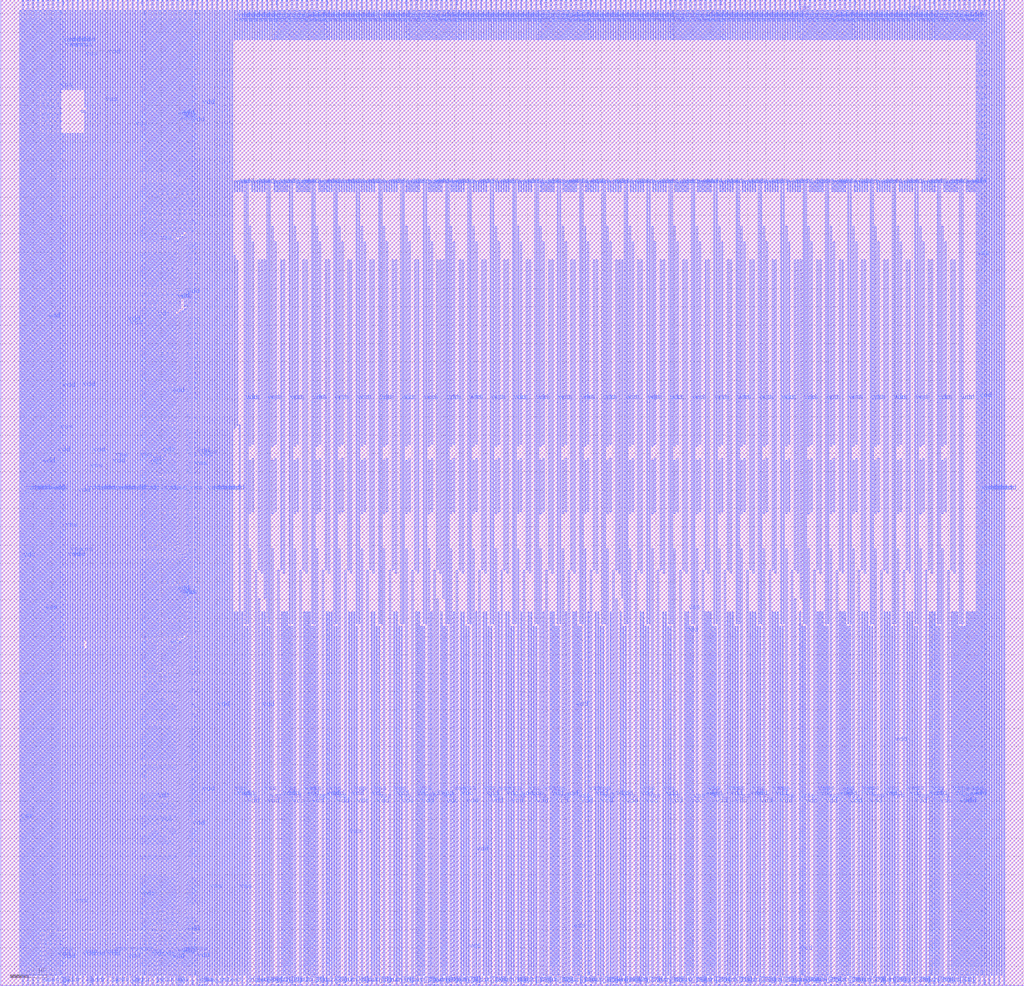
<source format=lef>
VERSION 5.8 ;
BUSBITCHARS "[]" ;
DIVIDERCHAR "/" ;

MACRO sram22_64x32m4w8_test
  CLASS BLOCK ;
  ORIGIN 63.905 220.285 ;
  FOREIGN sram22_64x32m4w8_test -63.905 -220.285 ;
  SIZE 279.45 BY 269.21 ;
  SYMMETRY X Y R90 ;
  PIN vdd
    DIRECTION INOUT ;
    USE POWER ;
    PORT
      LAYER met3 ;
        RECT 204.515 47.52 204.845 48.65 ;
        RECT 204.515 42.675 204.845 43.005 ;
        RECT 204.515 41.315 204.845 41.645 ;
        RECT 204.515 39.955 204.845 40.285 ;
        RECT 204.515 38.595 204.845 38.925 ;
        RECT 204.515 36.09 204.845 36.42 ;
        RECT 204.515 33.915 204.845 34.245 ;
        RECT 204.515 32.335 204.845 32.665 ;
        RECT 204.515 31.485 204.845 31.815 ;
        RECT 204.515 29.175 204.845 29.505 ;
        RECT 204.515 28.325 204.845 28.655 ;
        RECT 204.515 26.015 204.845 26.345 ;
        RECT 204.515 25.165 204.845 25.495 ;
        RECT 204.515 22.855 204.845 23.185 ;
        RECT 204.515 22.005 204.845 22.335 ;
        RECT 204.515 19.695 204.845 20.025 ;
        RECT 204.515 18.115 204.845 18.445 ;
        RECT 204.515 17.265 204.845 17.595 ;
        RECT 204.515 14.955 204.845 15.285 ;
        RECT 204.515 14.105 204.845 14.435 ;
        RECT 204.515 11.795 204.845 12.125 ;
        RECT 204.515 10.945 204.845 11.275 ;
        RECT 204.515 8.635 204.845 8.965 ;
        RECT 204.515 7.785 204.845 8.115 ;
        RECT 204.515 5.475 204.845 5.805 ;
        RECT 204.515 3.895 204.845 4.225 ;
        RECT 204.515 3.045 204.845 3.375 ;
        RECT 204.515 0.87 204.845 1.2 ;
        RECT 204.515 -0.845 204.845 -0.515 ;
        RECT 204.515 -2.205 204.845 -1.875 ;
        RECT 204.515 -3.565 204.845 -3.235 ;
        RECT 204.515 -4.925 204.845 -4.595 ;
        RECT 204.515 -6.285 204.845 -5.955 ;
        RECT 204.515 -7.645 204.845 -7.315 ;
        RECT 204.515 -9.005 204.845 -8.675 ;
        RECT 204.515 -10.365 204.845 -10.035 ;
        RECT 204.515 -11.725 204.845 -11.395 ;
        RECT 204.515 -13.085 204.845 -12.755 ;
        RECT 204.515 -14.445 204.845 -14.115 ;
        RECT 204.515 -15.805 204.845 -15.475 ;
        RECT 204.515 -17.165 204.845 -16.835 ;
        RECT 204.515 -18.525 204.845 -18.195 ;
        RECT 204.515 -19.885 204.845 -19.555 ;
        RECT 204.515 -21.245 204.845 -20.915 ;
        RECT 204.515 -22.605 204.845 -22.275 ;
        RECT 204.515 -23.965 204.845 -23.635 ;
        RECT 204.515 -25.325 204.845 -24.995 ;
        RECT 204.515 -26.685 204.845 -26.355 ;
        RECT 204.515 -28.045 204.845 -27.715 ;
        RECT 204.515 -29.405 204.845 -29.075 ;
        RECT 204.515 -30.765 204.845 -30.435 ;
        RECT 204.515 -32.125 204.845 -31.795 ;
        RECT 204.515 -33.485 204.845 -33.155 ;
        RECT 204.515 -34.845 204.845 -34.515 ;
        RECT 204.515 -36.205 204.845 -35.875 ;
        RECT 204.515 -37.565 204.845 -37.235 ;
        RECT 204.515 -38.925 204.845 -38.595 ;
        RECT 204.515 -40.285 204.845 -39.955 ;
        RECT 204.515 -41.645 204.845 -41.315 ;
        RECT 204.515 -43.005 204.845 -42.675 ;
        RECT 204.515 -44.365 204.845 -44.035 ;
        RECT 204.515 -45.725 204.845 -45.395 ;
        RECT 204.515 -47.085 204.845 -46.755 ;
        RECT 204.515 -48.445 204.845 -48.115 ;
        RECT 204.515 -49.805 204.845 -49.475 ;
        RECT 204.515 -51.165 204.845 -50.835 ;
        RECT 204.515 -52.525 204.845 -52.195 ;
        RECT 204.515 -53.885 204.845 -53.555 ;
        RECT 204.515 -55.245 204.845 -54.915 ;
        RECT 204.515 -56.605 204.845 -56.275 ;
        RECT 204.515 -57.965 204.845 -57.635 ;
        RECT 204.515 -59.325 204.845 -58.995 ;
        RECT 204.515 -60.685 204.845 -60.355 ;
        RECT 204.515 -62.045 204.845 -61.715 ;
        RECT 204.515 -63.405 204.845 -63.075 ;
        RECT 204.515 -64.765 204.845 -64.435 ;
        RECT 204.515 -66.125 204.845 -65.795 ;
        RECT 204.515 -67.485 204.845 -67.155 ;
        RECT 204.515 -68.845 204.845 -68.515 ;
        RECT 204.515 -70.205 204.845 -69.875 ;
        RECT 204.515 -71.565 204.845 -71.235 ;
        RECT 204.515 -72.925 204.845 -72.595 ;
        RECT 204.515 -74.285 204.845 -73.955 ;
        RECT 204.515 -75.645 204.845 -75.315 ;
        RECT 204.515 -77.005 204.845 -76.675 ;
        RECT 204.515 -78.365 204.845 -78.035 ;
        RECT 204.515 -79.725 204.845 -79.395 ;
        RECT 204.515 -81.085 204.845 -80.755 ;
        RECT 204.515 -82.445 204.845 -82.115 ;
        RECT 204.515 -83.805 204.845 -83.475 ;
        RECT 204.515 -85.165 204.845 -84.835 ;
        RECT 204.515 -86.525 204.845 -86.195 ;
        RECT 204.515 -87.885 204.845 -87.555 ;
        RECT 204.515 -89.245 204.845 -88.915 ;
        RECT 204.515 -90.605 204.845 -90.275 ;
        RECT 204.515 -91.965 204.845 -91.635 ;
        RECT 204.515 -93.325 204.845 -92.995 ;
        RECT 204.515 -94.685 204.845 -94.355 ;
        RECT 204.515 -96.045 204.845 -95.715 ;
        RECT 204.515 -97.405 204.845 -97.075 ;
        RECT 204.515 -98.765 204.845 -98.435 ;
        RECT 204.515 -100.125 204.845 -99.795 ;
        RECT 204.515 -101.485 204.845 -101.155 ;
        RECT 204.515 -102.845 204.845 -102.515 ;
        RECT 204.515 -104.205 204.845 -103.875 ;
        RECT 204.515 -105.565 204.845 -105.235 ;
        RECT 204.515 -106.925 204.845 -106.595 ;
        RECT 204.515 -108.285 204.845 -107.955 ;
        RECT 204.515 -109.645 204.845 -109.315 ;
        RECT 204.515 -111.005 204.845 -110.675 ;
        RECT 204.515 -112.365 204.845 -112.035 ;
        RECT 204.515 -113.725 204.845 -113.395 ;
        RECT 204.515 -115.085 204.845 -114.755 ;
        RECT 204.515 -116.445 204.845 -116.115 ;
        RECT 204.515 -117.805 204.845 -117.475 ;
        RECT 204.515 -119.165 204.845 -118.835 ;
        RECT 204.515 -120.525 204.845 -120.195 ;
        RECT 204.515 -121.885 204.845 -121.555 ;
        RECT 204.515 -123.245 204.845 -122.915 ;
        RECT 204.515 -124.605 204.845 -124.275 ;
        RECT 204.515 -125.965 204.845 -125.635 ;
        RECT 204.515 -127.325 204.845 -126.995 ;
        RECT 204.515 -128.685 204.845 -128.355 ;
        RECT 204.515 -130.045 204.845 -129.715 ;
        RECT 204.515 -131.405 204.845 -131.075 ;
        RECT 204.515 -132.765 204.845 -132.435 ;
        RECT 204.515 -134.125 204.845 -133.795 ;
        RECT 204.515 -135.485 204.845 -135.155 ;
        RECT 204.515 -136.845 204.845 -136.515 ;
        RECT 204.515 -138.205 204.845 -137.875 ;
        RECT 204.515 -139.565 204.845 -139.235 ;
        RECT 204.515 -140.925 204.845 -140.595 ;
        RECT 204.515 -142.285 204.845 -141.955 ;
        RECT 204.515 -143.645 204.845 -143.315 ;
        RECT 204.515 -145.005 204.845 -144.675 ;
        RECT 204.515 -146.365 204.845 -146.035 ;
        RECT 204.515 -147.725 204.845 -147.395 ;
        RECT 204.515 -149.085 204.845 -148.755 ;
        RECT 204.515 -150.445 204.845 -150.115 ;
        RECT 204.515 -151.805 204.845 -151.475 ;
        RECT 204.515 -153.165 204.845 -152.835 ;
        RECT 204.515 -154.525 204.845 -154.195 ;
        RECT 204.515 -155.885 204.845 -155.555 ;
        RECT 204.515 -157.245 204.845 -156.915 ;
        RECT 204.515 -158.605 204.845 -158.275 ;
        RECT 204.515 -159.965 204.845 -159.635 ;
        RECT 204.515 -161.325 204.845 -160.995 ;
        RECT 204.515 -162.685 204.845 -162.355 ;
        RECT 204.515 -164.045 204.845 -163.715 ;
        RECT 204.515 -165.405 204.845 -165.075 ;
        RECT 204.515 -166.765 204.845 -166.435 ;
        RECT 204.515 -168.125 204.845 -167.795 ;
        RECT 204.515 -169.485 204.845 -169.155 ;
        RECT 204.515 -170.845 204.845 -170.515 ;
        RECT 204.515 -172.205 204.845 -171.875 ;
        RECT 204.515 -173.565 204.845 -173.235 ;
        RECT 204.515 -174.925 204.845 -174.595 ;
        RECT 204.515 -176.285 204.845 -175.955 ;
        RECT 204.515 -177.645 204.845 -177.315 ;
        RECT 204.515 -179.005 204.845 -178.675 ;
        RECT 204.515 -180.365 204.845 -180.035 ;
        RECT 204.515 -181.725 204.845 -181.395 ;
        RECT 204.515 -183.085 204.845 -182.755 ;
        RECT 204.515 -184.445 204.845 -184.115 ;
        RECT 204.515 -185.805 204.845 -185.475 ;
        RECT 204.515 -187.165 204.845 -186.835 ;
        RECT 204.515 -188.525 204.845 -188.195 ;
        RECT 204.515 -189.885 204.845 -189.555 ;
        RECT 204.515 -191.245 204.845 -190.915 ;
        RECT 204.515 -192.605 204.845 -192.275 ;
        RECT 204.515 -193.965 204.845 -193.635 ;
        RECT 204.515 -195.325 204.845 -194.995 ;
        RECT 204.515 -196.685 204.845 -196.355 ;
        RECT 204.515 -198.045 204.845 -197.715 ;
        RECT 204.515 -199.405 204.845 -199.075 ;
        RECT 204.515 -200.765 204.845 -200.435 ;
        RECT 204.515 -202.125 204.845 -201.795 ;
        RECT 204.515 -203.485 204.845 -203.155 ;
        RECT 204.515 -204.845 204.845 -204.515 ;
        RECT 204.515 -206.205 204.845 -205.875 ;
        RECT 204.515 -207.565 204.845 -207.235 ;
        RECT 204.515 -208.925 204.845 -208.595 ;
        RECT 204.515 -210.285 204.845 -209.955 ;
        RECT 204.515 -211.645 204.845 -211.315 ;
        RECT 204.515 -213.005 204.845 -212.675 ;
        RECT 204.515 -214.365 204.845 -214.035 ;
        RECT 204.515 -220.01 204.845 -218.88 ;
        RECT 204.52 -220.125 204.84 48.765 ;
    END
    PORT
      LAYER met3 ;
        RECT 205.875 47.52 206.205 48.65 ;
        RECT 205.875 42.675 206.205 43.005 ;
        RECT 205.875 41.315 206.205 41.645 ;
        RECT 205.875 39.955 206.205 40.285 ;
        RECT 205.875 38.595 206.205 38.925 ;
        RECT 205.875 36.09 206.205 36.42 ;
        RECT 205.875 33.915 206.205 34.245 ;
        RECT 205.875 32.335 206.205 32.665 ;
        RECT 205.875 31.485 206.205 31.815 ;
        RECT 205.875 29.175 206.205 29.505 ;
        RECT 205.875 28.325 206.205 28.655 ;
        RECT 205.875 26.015 206.205 26.345 ;
        RECT 205.875 25.165 206.205 25.495 ;
        RECT 205.875 22.855 206.205 23.185 ;
        RECT 205.875 22.005 206.205 22.335 ;
        RECT 205.875 19.695 206.205 20.025 ;
        RECT 205.875 18.115 206.205 18.445 ;
        RECT 205.875 17.265 206.205 17.595 ;
        RECT 205.875 14.955 206.205 15.285 ;
        RECT 205.875 14.105 206.205 14.435 ;
        RECT 205.875 11.795 206.205 12.125 ;
        RECT 205.875 10.945 206.205 11.275 ;
        RECT 205.875 8.635 206.205 8.965 ;
        RECT 205.875 7.785 206.205 8.115 ;
        RECT 205.875 5.475 206.205 5.805 ;
        RECT 205.875 3.895 206.205 4.225 ;
        RECT 205.875 3.045 206.205 3.375 ;
        RECT 205.875 0.87 206.205 1.2 ;
        RECT 205.875 -0.845 206.205 -0.515 ;
        RECT 205.875 -2.205 206.205 -1.875 ;
        RECT 205.875 -3.565 206.205 -3.235 ;
        RECT 205.875 -4.925 206.205 -4.595 ;
        RECT 205.875 -6.285 206.205 -5.955 ;
        RECT 205.875 -7.645 206.205 -7.315 ;
        RECT 205.875 -9.005 206.205 -8.675 ;
        RECT 205.875 -10.365 206.205 -10.035 ;
        RECT 205.875 -11.725 206.205 -11.395 ;
        RECT 205.875 -13.085 206.205 -12.755 ;
        RECT 205.875 -14.445 206.205 -14.115 ;
        RECT 205.875 -15.805 206.205 -15.475 ;
        RECT 205.875 -17.165 206.205 -16.835 ;
        RECT 205.875 -18.525 206.205 -18.195 ;
        RECT 205.875 -19.885 206.205 -19.555 ;
        RECT 205.875 -21.245 206.205 -20.915 ;
        RECT 205.875 -22.605 206.205 -22.275 ;
        RECT 205.875 -23.965 206.205 -23.635 ;
        RECT 205.875 -25.325 206.205 -24.995 ;
        RECT 205.875 -26.685 206.205 -26.355 ;
        RECT 205.875 -28.045 206.205 -27.715 ;
        RECT 205.875 -29.405 206.205 -29.075 ;
        RECT 205.875 -30.765 206.205 -30.435 ;
        RECT 205.875 -32.125 206.205 -31.795 ;
        RECT 205.875 -33.485 206.205 -33.155 ;
        RECT 205.875 -34.845 206.205 -34.515 ;
        RECT 205.875 -36.205 206.205 -35.875 ;
        RECT 205.875 -37.565 206.205 -37.235 ;
        RECT 205.875 -38.925 206.205 -38.595 ;
        RECT 205.875 -40.285 206.205 -39.955 ;
        RECT 205.875 -41.645 206.205 -41.315 ;
        RECT 205.875 -43.005 206.205 -42.675 ;
        RECT 205.875 -44.365 206.205 -44.035 ;
        RECT 205.875 -45.725 206.205 -45.395 ;
        RECT 205.875 -47.085 206.205 -46.755 ;
        RECT 205.875 -48.445 206.205 -48.115 ;
        RECT 205.875 -49.805 206.205 -49.475 ;
        RECT 205.875 -51.165 206.205 -50.835 ;
        RECT 205.875 -52.525 206.205 -52.195 ;
        RECT 205.875 -53.885 206.205 -53.555 ;
        RECT 205.875 -55.245 206.205 -54.915 ;
        RECT 205.875 -56.605 206.205 -56.275 ;
        RECT 205.875 -57.965 206.205 -57.635 ;
        RECT 205.875 -59.325 206.205 -58.995 ;
        RECT 205.875 -60.685 206.205 -60.355 ;
        RECT 205.875 -62.045 206.205 -61.715 ;
        RECT 205.875 -63.405 206.205 -63.075 ;
        RECT 205.875 -64.765 206.205 -64.435 ;
        RECT 205.875 -66.125 206.205 -65.795 ;
        RECT 205.875 -67.485 206.205 -67.155 ;
        RECT 205.875 -68.845 206.205 -68.515 ;
        RECT 205.875 -70.205 206.205 -69.875 ;
        RECT 205.875 -71.565 206.205 -71.235 ;
        RECT 205.875 -72.925 206.205 -72.595 ;
        RECT 205.875 -74.285 206.205 -73.955 ;
        RECT 205.875 -75.645 206.205 -75.315 ;
        RECT 205.875 -77.005 206.205 -76.675 ;
        RECT 205.875 -78.365 206.205 -78.035 ;
        RECT 205.875 -79.725 206.205 -79.395 ;
        RECT 205.875 -81.085 206.205 -80.755 ;
        RECT 205.875 -82.445 206.205 -82.115 ;
        RECT 205.875 -83.805 206.205 -83.475 ;
        RECT 205.875 -85.165 206.205 -84.835 ;
        RECT 205.875 -86.525 206.205 -86.195 ;
        RECT 205.875 -87.885 206.205 -87.555 ;
        RECT 205.875 -89.245 206.205 -88.915 ;
        RECT 205.875 -90.605 206.205 -90.275 ;
        RECT 205.875 -91.965 206.205 -91.635 ;
        RECT 205.875 -93.325 206.205 -92.995 ;
        RECT 205.875 -94.685 206.205 -94.355 ;
        RECT 205.875 -96.045 206.205 -95.715 ;
        RECT 205.875 -97.405 206.205 -97.075 ;
        RECT 205.875 -98.765 206.205 -98.435 ;
        RECT 205.875 -100.125 206.205 -99.795 ;
        RECT 205.875 -101.485 206.205 -101.155 ;
        RECT 205.875 -102.845 206.205 -102.515 ;
        RECT 205.875 -104.205 206.205 -103.875 ;
        RECT 205.875 -105.565 206.205 -105.235 ;
        RECT 205.875 -106.925 206.205 -106.595 ;
        RECT 205.875 -108.285 206.205 -107.955 ;
        RECT 205.875 -109.645 206.205 -109.315 ;
        RECT 205.875 -111.005 206.205 -110.675 ;
        RECT 205.875 -112.365 206.205 -112.035 ;
        RECT 205.875 -113.725 206.205 -113.395 ;
        RECT 205.875 -115.085 206.205 -114.755 ;
        RECT 205.875 -116.445 206.205 -116.115 ;
        RECT 205.875 -117.805 206.205 -117.475 ;
        RECT 205.875 -119.165 206.205 -118.835 ;
        RECT 205.875 -120.525 206.205 -120.195 ;
        RECT 205.875 -121.885 206.205 -121.555 ;
        RECT 205.875 -123.245 206.205 -122.915 ;
        RECT 205.875 -124.605 206.205 -124.275 ;
        RECT 205.875 -125.965 206.205 -125.635 ;
        RECT 205.875 -127.325 206.205 -126.995 ;
        RECT 205.875 -128.685 206.205 -128.355 ;
        RECT 205.875 -130.045 206.205 -129.715 ;
        RECT 205.875 -131.405 206.205 -131.075 ;
        RECT 205.875 -132.765 206.205 -132.435 ;
        RECT 205.875 -134.125 206.205 -133.795 ;
        RECT 205.875 -135.485 206.205 -135.155 ;
        RECT 205.875 -136.845 206.205 -136.515 ;
        RECT 205.875 -138.205 206.205 -137.875 ;
        RECT 205.875 -139.565 206.205 -139.235 ;
        RECT 205.875 -140.925 206.205 -140.595 ;
        RECT 205.875 -142.285 206.205 -141.955 ;
        RECT 205.875 -143.645 206.205 -143.315 ;
        RECT 205.875 -145.005 206.205 -144.675 ;
        RECT 205.875 -146.365 206.205 -146.035 ;
        RECT 205.875 -147.725 206.205 -147.395 ;
        RECT 205.875 -149.085 206.205 -148.755 ;
        RECT 205.875 -150.445 206.205 -150.115 ;
        RECT 205.875 -151.805 206.205 -151.475 ;
        RECT 205.875 -153.165 206.205 -152.835 ;
        RECT 205.875 -154.525 206.205 -154.195 ;
        RECT 205.875 -155.885 206.205 -155.555 ;
        RECT 205.875 -157.245 206.205 -156.915 ;
        RECT 205.875 -158.605 206.205 -158.275 ;
        RECT 205.875 -159.965 206.205 -159.635 ;
        RECT 205.875 -161.325 206.205 -160.995 ;
        RECT 205.875 -162.685 206.205 -162.355 ;
        RECT 205.875 -164.045 206.205 -163.715 ;
        RECT 205.875 -165.405 206.205 -165.075 ;
        RECT 205.875 -166.765 206.205 -166.435 ;
        RECT 205.875 -168.125 206.205 -167.795 ;
        RECT 205.875 -169.485 206.205 -169.155 ;
        RECT 205.875 -170.845 206.205 -170.515 ;
        RECT 205.875 -172.205 206.205 -171.875 ;
        RECT 205.875 -173.565 206.205 -173.235 ;
        RECT 205.875 -174.925 206.205 -174.595 ;
        RECT 205.875 -176.285 206.205 -175.955 ;
        RECT 205.875 -177.645 206.205 -177.315 ;
        RECT 205.875 -179.005 206.205 -178.675 ;
        RECT 205.875 -180.365 206.205 -180.035 ;
        RECT 205.875 -181.725 206.205 -181.395 ;
        RECT 205.875 -183.085 206.205 -182.755 ;
        RECT 205.875 -184.445 206.205 -184.115 ;
        RECT 205.875 -185.805 206.205 -185.475 ;
        RECT 205.875 -187.165 206.205 -186.835 ;
        RECT 205.875 -188.525 206.205 -188.195 ;
        RECT 205.875 -189.885 206.205 -189.555 ;
        RECT 205.875 -191.245 206.205 -190.915 ;
        RECT 205.875 -192.605 206.205 -192.275 ;
        RECT 205.875 -193.965 206.205 -193.635 ;
        RECT 205.875 -195.325 206.205 -194.995 ;
        RECT 205.875 -196.685 206.205 -196.355 ;
        RECT 205.875 -198.045 206.205 -197.715 ;
        RECT 205.875 -199.405 206.205 -199.075 ;
        RECT 205.875 -200.765 206.205 -200.435 ;
        RECT 205.875 -202.125 206.205 -201.795 ;
        RECT 205.875 -203.485 206.205 -203.155 ;
        RECT 205.875 -204.845 206.205 -204.515 ;
        RECT 205.875 -206.205 206.205 -205.875 ;
        RECT 205.875 -207.565 206.205 -207.235 ;
        RECT 205.875 -208.925 206.205 -208.595 ;
        RECT 205.875 -210.285 206.205 -209.955 ;
        RECT 205.875 -211.645 206.205 -211.315 ;
        RECT 205.875 -213.005 206.205 -212.675 ;
        RECT 205.875 -214.365 206.205 -214.035 ;
        RECT 205.875 -220.01 206.205 -218.88 ;
        RECT 205.88 -220.125 206.2 48.765 ;
    END
    PORT
      LAYER met3 ;
        RECT 207.235 47.52 207.565 48.65 ;
        RECT 207.235 42.675 207.565 43.005 ;
        RECT 207.235 41.315 207.565 41.645 ;
        RECT 207.235 39.955 207.565 40.285 ;
        RECT 207.235 38.595 207.565 38.925 ;
        RECT 207.235 -0.845 207.565 -0.515 ;
        RECT 207.235 -2.205 207.565 -1.875 ;
        RECT 207.235 -3.565 207.565 -3.235 ;
        RECT 207.235 -4.925 207.565 -4.595 ;
        RECT 207.235 -6.285 207.565 -5.955 ;
        RECT 207.235 -7.645 207.565 -7.315 ;
        RECT 207.235 -9.005 207.565 -8.675 ;
        RECT 207.235 -10.365 207.565 -10.035 ;
        RECT 207.235 -11.725 207.565 -11.395 ;
        RECT 207.235 -13.085 207.565 -12.755 ;
        RECT 207.235 -14.445 207.565 -14.115 ;
        RECT 207.235 -15.805 207.565 -15.475 ;
        RECT 207.235 -17.165 207.565 -16.835 ;
        RECT 207.235 -18.525 207.565 -18.195 ;
        RECT 207.235 -19.885 207.565 -19.555 ;
        RECT 207.235 -21.245 207.565 -20.915 ;
        RECT 207.235 -22.605 207.565 -22.275 ;
        RECT 207.235 -23.965 207.565 -23.635 ;
        RECT 207.235 -25.325 207.565 -24.995 ;
        RECT 207.235 -26.685 207.565 -26.355 ;
        RECT 207.235 -28.045 207.565 -27.715 ;
        RECT 207.235 -29.405 207.565 -29.075 ;
        RECT 207.235 -30.765 207.565 -30.435 ;
        RECT 207.235 -32.125 207.565 -31.795 ;
        RECT 207.235 -33.485 207.565 -33.155 ;
        RECT 207.235 -34.845 207.565 -34.515 ;
        RECT 207.235 -36.205 207.565 -35.875 ;
        RECT 207.235 -37.565 207.565 -37.235 ;
        RECT 207.235 -38.925 207.565 -38.595 ;
        RECT 207.235 -40.285 207.565 -39.955 ;
        RECT 207.235 -41.645 207.565 -41.315 ;
        RECT 207.235 -43.005 207.565 -42.675 ;
        RECT 207.235 -44.365 207.565 -44.035 ;
        RECT 207.235 -45.725 207.565 -45.395 ;
        RECT 207.235 -47.085 207.565 -46.755 ;
        RECT 207.235 -48.445 207.565 -48.115 ;
        RECT 207.235 -49.805 207.565 -49.475 ;
        RECT 207.235 -51.165 207.565 -50.835 ;
        RECT 207.235 -52.525 207.565 -52.195 ;
        RECT 207.235 -53.885 207.565 -53.555 ;
        RECT 207.235 -55.245 207.565 -54.915 ;
        RECT 207.235 -56.605 207.565 -56.275 ;
        RECT 207.235 -57.965 207.565 -57.635 ;
        RECT 207.235 -59.325 207.565 -58.995 ;
        RECT 207.235 -60.685 207.565 -60.355 ;
        RECT 207.235 -62.045 207.565 -61.715 ;
        RECT 207.235 -63.405 207.565 -63.075 ;
        RECT 207.235 -64.765 207.565 -64.435 ;
        RECT 207.235 -66.125 207.565 -65.795 ;
        RECT 207.235 -67.485 207.565 -67.155 ;
        RECT 207.235 -68.845 207.565 -68.515 ;
        RECT 207.235 -70.205 207.565 -69.875 ;
        RECT 207.235 -71.565 207.565 -71.235 ;
        RECT 207.235 -72.925 207.565 -72.595 ;
        RECT 207.235 -74.285 207.565 -73.955 ;
        RECT 207.235 -75.645 207.565 -75.315 ;
        RECT 207.235 -77.005 207.565 -76.675 ;
        RECT 207.235 -78.365 207.565 -78.035 ;
        RECT 207.235 -79.725 207.565 -79.395 ;
        RECT 207.235 -81.085 207.565 -80.755 ;
        RECT 207.235 -82.445 207.565 -82.115 ;
        RECT 207.235 -83.805 207.565 -83.475 ;
        RECT 207.235 -85.165 207.565 -84.835 ;
        RECT 207.235 -86.525 207.565 -86.195 ;
        RECT 207.235 -87.885 207.565 -87.555 ;
        RECT 207.235 -89.245 207.565 -88.915 ;
        RECT 207.235 -90.605 207.565 -90.275 ;
        RECT 207.235 -91.965 207.565 -91.635 ;
        RECT 207.235 -93.325 207.565 -92.995 ;
        RECT 207.235 -94.685 207.565 -94.355 ;
        RECT 207.235 -96.045 207.565 -95.715 ;
        RECT 207.235 -97.405 207.565 -97.075 ;
        RECT 207.235 -98.765 207.565 -98.435 ;
        RECT 207.235 -100.125 207.565 -99.795 ;
        RECT 207.235 -101.485 207.565 -101.155 ;
        RECT 207.235 -102.845 207.565 -102.515 ;
        RECT 207.235 -104.205 207.565 -103.875 ;
        RECT 207.235 -105.565 207.565 -105.235 ;
        RECT 207.235 -106.925 207.565 -106.595 ;
        RECT 207.235 -108.285 207.565 -107.955 ;
        RECT 207.235 -109.645 207.565 -109.315 ;
        RECT 207.235 -111.005 207.565 -110.675 ;
        RECT 207.235 -112.365 207.565 -112.035 ;
        RECT 207.235 -113.725 207.565 -113.395 ;
        RECT 207.235 -115.085 207.565 -114.755 ;
        RECT 207.235 -116.445 207.565 -116.115 ;
        RECT 207.235 -117.805 207.565 -117.475 ;
        RECT 207.235 -119.165 207.565 -118.835 ;
        RECT 207.235 -120.525 207.565 -120.195 ;
        RECT 207.235 -121.885 207.565 -121.555 ;
        RECT 207.235 -123.245 207.565 -122.915 ;
        RECT 207.235 -124.605 207.565 -124.275 ;
        RECT 207.235 -125.965 207.565 -125.635 ;
        RECT 207.235 -127.325 207.565 -126.995 ;
        RECT 207.235 -128.685 207.565 -128.355 ;
        RECT 207.235 -130.045 207.565 -129.715 ;
        RECT 207.235 -131.405 207.565 -131.075 ;
        RECT 207.235 -132.765 207.565 -132.435 ;
        RECT 207.235 -134.125 207.565 -133.795 ;
        RECT 207.235 -135.485 207.565 -135.155 ;
        RECT 207.235 -136.845 207.565 -136.515 ;
        RECT 207.235 -138.205 207.565 -137.875 ;
        RECT 207.235 -139.565 207.565 -139.235 ;
        RECT 207.235 -140.925 207.565 -140.595 ;
        RECT 207.235 -142.285 207.565 -141.955 ;
        RECT 207.235 -143.645 207.565 -143.315 ;
        RECT 207.235 -145.005 207.565 -144.675 ;
        RECT 207.235 -146.365 207.565 -146.035 ;
        RECT 207.235 -147.725 207.565 -147.395 ;
        RECT 207.235 -149.085 207.565 -148.755 ;
        RECT 207.235 -150.445 207.565 -150.115 ;
        RECT 207.235 -151.805 207.565 -151.475 ;
        RECT 207.235 -153.165 207.565 -152.835 ;
        RECT 207.235 -154.525 207.565 -154.195 ;
        RECT 207.235 -155.885 207.565 -155.555 ;
        RECT 207.235 -157.245 207.565 -156.915 ;
        RECT 207.235 -158.605 207.565 -158.275 ;
        RECT 207.235 -159.965 207.565 -159.635 ;
        RECT 207.235 -161.325 207.565 -160.995 ;
        RECT 207.235 -162.685 207.565 -162.355 ;
        RECT 207.235 -164.045 207.565 -163.715 ;
        RECT 207.235 -165.405 207.565 -165.075 ;
        RECT 207.235 -166.765 207.565 -166.435 ;
        RECT 207.235 -168.125 207.565 -167.795 ;
        RECT 207.235 -169.485 207.565 -169.155 ;
        RECT 207.235 -170.845 207.565 -170.515 ;
        RECT 207.235 -172.205 207.565 -171.875 ;
        RECT 207.235 -173.565 207.565 -173.235 ;
        RECT 207.235 -174.925 207.565 -174.595 ;
        RECT 207.235 -176.285 207.565 -175.955 ;
        RECT 207.235 -177.645 207.565 -177.315 ;
        RECT 207.235 -179.005 207.565 -178.675 ;
        RECT 207.235 -180.365 207.565 -180.035 ;
        RECT 207.235 -181.725 207.565 -181.395 ;
        RECT 207.235 -183.085 207.565 -182.755 ;
        RECT 207.235 -184.445 207.565 -184.115 ;
        RECT 207.235 -185.805 207.565 -185.475 ;
        RECT 207.235 -187.165 207.565 -186.835 ;
        RECT 207.235 -188.525 207.565 -188.195 ;
        RECT 207.235 -189.885 207.565 -189.555 ;
        RECT 207.235 -191.245 207.565 -190.915 ;
        RECT 207.235 -192.605 207.565 -192.275 ;
        RECT 207.235 -193.965 207.565 -193.635 ;
        RECT 207.235 -195.325 207.565 -194.995 ;
        RECT 207.235 -196.685 207.565 -196.355 ;
        RECT 207.235 -198.045 207.565 -197.715 ;
        RECT 207.235 -199.405 207.565 -199.075 ;
        RECT 207.235 -200.765 207.565 -200.435 ;
        RECT 207.235 -202.125 207.565 -201.795 ;
        RECT 207.235 -203.485 207.565 -203.155 ;
        RECT 207.235 -204.845 207.565 -204.515 ;
        RECT 207.235 -206.205 207.565 -205.875 ;
        RECT 207.235 -207.565 207.565 -207.235 ;
        RECT 207.235 -208.925 207.565 -208.595 ;
        RECT 207.235 -210.285 207.565 -209.955 ;
        RECT 207.235 -211.645 207.565 -211.315 ;
        RECT 207.235 -213.005 207.565 -212.675 ;
        RECT 207.235 -214.365 207.565 -214.035 ;
        RECT 207.235 -220.01 207.565 -218.88 ;
        RECT 207.24 -220.125 207.56 48.765 ;
    END
    PORT
      LAYER met3 ;
        RECT 208.595 47.52 208.925 48.65 ;
        RECT 208.595 42.675 208.925 43.005 ;
        RECT 208.595 41.315 208.925 41.645 ;
        RECT 208.595 39.955 208.925 40.285 ;
        RECT 208.595 38.595 208.925 38.925 ;
        RECT 208.595 37.235 208.925 37.565 ;
        RECT 208.595 35.875 208.925 36.205 ;
        RECT 208.595 34.515 208.925 34.845 ;
        RECT 208.595 33.155 208.925 33.485 ;
        RECT 208.595 31.795 208.925 32.125 ;
        RECT 208.595 30.435 208.925 30.765 ;
        RECT 208.595 29.075 208.925 29.405 ;
        RECT 208.595 27.715 208.925 28.045 ;
        RECT 208.595 26.355 208.925 26.685 ;
        RECT 208.595 24.995 208.925 25.325 ;
        RECT 208.595 23.635 208.925 23.965 ;
        RECT 208.595 22.275 208.925 22.605 ;
        RECT 208.595 20.915 208.925 21.245 ;
        RECT 208.595 19.555 208.925 19.885 ;
        RECT 208.595 18.195 208.925 18.525 ;
        RECT 208.595 16.835 208.925 17.165 ;
        RECT 208.595 15.475 208.925 15.805 ;
        RECT 208.595 14.115 208.925 14.445 ;
        RECT 208.595 12.755 208.925 13.085 ;
        RECT 208.595 11.395 208.925 11.725 ;
        RECT 208.595 10.035 208.925 10.365 ;
        RECT 208.595 8.675 208.925 9.005 ;
        RECT 208.595 7.315 208.925 7.645 ;
        RECT 208.595 5.955 208.925 6.285 ;
        RECT 208.595 4.595 208.925 4.925 ;
        RECT 208.595 3.235 208.925 3.565 ;
        RECT 208.595 1.875 208.925 2.205 ;
        RECT 208.595 0.515 208.925 0.845 ;
        RECT 208.595 -0.845 208.925 -0.515 ;
        RECT 208.595 -2.205 208.925 -1.875 ;
        RECT 208.595 -3.565 208.925 -3.235 ;
        RECT 208.595 -4.925 208.925 -4.595 ;
        RECT 208.595 -6.285 208.925 -5.955 ;
        RECT 208.595 -7.645 208.925 -7.315 ;
        RECT 208.595 -9.005 208.925 -8.675 ;
        RECT 208.595 -10.365 208.925 -10.035 ;
        RECT 208.595 -11.725 208.925 -11.395 ;
        RECT 208.595 -13.085 208.925 -12.755 ;
        RECT 208.595 -14.445 208.925 -14.115 ;
        RECT 208.595 -15.805 208.925 -15.475 ;
        RECT 208.595 -17.165 208.925 -16.835 ;
        RECT 208.595 -18.525 208.925 -18.195 ;
        RECT 208.595 -19.885 208.925 -19.555 ;
        RECT 208.595 -21.245 208.925 -20.915 ;
        RECT 208.595 -22.605 208.925 -22.275 ;
        RECT 208.595 -23.965 208.925 -23.635 ;
        RECT 208.595 -25.325 208.925 -24.995 ;
        RECT 208.595 -26.685 208.925 -26.355 ;
        RECT 208.595 -28.045 208.925 -27.715 ;
        RECT 208.595 -29.405 208.925 -29.075 ;
        RECT 208.595 -30.765 208.925 -30.435 ;
        RECT 208.595 -32.125 208.925 -31.795 ;
        RECT 208.595 -33.485 208.925 -33.155 ;
        RECT 208.595 -34.845 208.925 -34.515 ;
        RECT 208.595 -36.205 208.925 -35.875 ;
        RECT 208.595 -37.565 208.925 -37.235 ;
        RECT 208.595 -38.925 208.925 -38.595 ;
        RECT 208.595 -40.285 208.925 -39.955 ;
        RECT 208.595 -41.645 208.925 -41.315 ;
        RECT 208.595 -43.005 208.925 -42.675 ;
        RECT 208.595 -44.365 208.925 -44.035 ;
        RECT 208.595 -45.725 208.925 -45.395 ;
        RECT 208.595 -47.085 208.925 -46.755 ;
        RECT 208.595 -48.445 208.925 -48.115 ;
        RECT 208.595 -49.805 208.925 -49.475 ;
        RECT 208.595 -51.165 208.925 -50.835 ;
        RECT 208.595 -52.525 208.925 -52.195 ;
        RECT 208.595 -53.885 208.925 -53.555 ;
        RECT 208.595 -55.245 208.925 -54.915 ;
        RECT 208.595 -56.605 208.925 -56.275 ;
        RECT 208.595 -57.965 208.925 -57.635 ;
        RECT 208.595 -59.325 208.925 -58.995 ;
        RECT 208.595 -60.685 208.925 -60.355 ;
        RECT 208.595 -62.045 208.925 -61.715 ;
        RECT 208.595 -63.405 208.925 -63.075 ;
        RECT 208.595 -64.765 208.925 -64.435 ;
        RECT 208.595 -66.125 208.925 -65.795 ;
        RECT 208.595 -67.485 208.925 -67.155 ;
        RECT 208.595 -68.845 208.925 -68.515 ;
        RECT 208.595 -70.205 208.925 -69.875 ;
        RECT 208.595 -71.565 208.925 -71.235 ;
        RECT 208.595 -72.925 208.925 -72.595 ;
        RECT 208.595 -74.285 208.925 -73.955 ;
        RECT 208.595 -75.645 208.925 -75.315 ;
        RECT 208.595 -77.005 208.925 -76.675 ;
        RECT 208.595 -78.365 208.925 -78.035 ;
        RECT 208.595 -79.725 208.925 -79.395 ;
        RECT 208.595 -81.085 208.925 -80.755 ;
        RECT 208.595 -82.445 208.925 -82.115 ;
        RECT 208.595 -83.805 208.925 -83.475 ;
        RECT 208.595 -85.165 208.925 -84.835 ;
        RECT 208.595 -86.525 208.925 -86.195 ;
        RECT 208.595 -87.885 208.925 -87.555 ;
        RECT 208.595 -89.245 208.925 -88.915 ;
        RECT 208.595 -90.605 208.925 -90.275 ;
        RECT 208.595 -91.965 208.925 -91.635 ;
        RECT 208.595 -93.325 208.925 -92.995 ;
        RECT 208.595 -94.685 208.925 -94.355 ;
        RECT 208.595 -96.045 208.925 -95.715 ;
        RECT 208.595 -97.405 208.925 -97.075 ;
        RECT 208.595 -98.765 208.925 -98.435 ;
        RECT 208.595 -100.125 208.925 -99.795 ;
        RECT 208.595 -101.485 208.925 -101.155 ;
        RECT 208.595 -102.845 208.925 -102.515 ;
        RECT 208.595 -104.205 208.925 -103.875 ;
        RECT 208.595 -105.565 208.925 -105.235 ;
        RECT 208.595 -106.925 208.925 -106.595 ;
        RECT 208.595 -108.285 208.925 -107.955 ;
        RECT 208.595 -109.645 208.925 -109.315 ;
        RECT 208.595 -111.005 208.925 -110.675 ;
        RECT 208.595 -112.365 208.925 -112.035 ;
        RECT 208.595 -113.725 208.925 -113.395 ;
        RECT 208.595 -115.085 208.925 -114.755 ;
        RECT 208.595 -116.445 208.925 -116.115 ;
        RECT 208.595 -117.805 208.925 -117.475 ;
        RECT 208.595 -119.165 208.925 -118.835 ;
        RECT 208.595 -120.525 208.925 -120.195 ;
        RECT 208.595 -121.885 208.925 -121.555 ;
        RECT 208.595 -123.245 208.925 -122.915 ;
        RECT 208.595 -124.605 208.925 -124.275 ;
        RECT 208.595 -125.965 208.925 -125.635 ;
        RECT 208.595 -127.325 208.925 -126.995 ;
        RECT 208.595 -128.685 208.925 -128.355 ;
        RECT 208.595 -130.045 208.925 -129.715 ;
        RECT 208.595 -131.405 208.925 -131.075 ;
        RECT 208.595 -132.765 208.925 -132.435 ;
        RECT 208.595 -134.125 208.925 -133.795 ;
        RECT 208.595 -135.485 208.925 -135.155 ;
        RECT 208.595 -136.845 208.925 -136.515 ;
        RECT 208.595 -138.205 208.925 -137.875 ;
        RECT 208.595 -139.565 208.925 -139.235 ;
        RECT 208.595 -140.925 208.925 -140.595 ;
        RECT 208.595 -142.285 208.925 -141.955 ;
        RECT 208.595 -143.645 208.925 -143.315 ;
        RECT 208.595 -145.005 208.925 -144.675 ;
        RECT 208.595 -146.365 208.925 -146.035 ;
        RECT 208.595 -147.725 208.925 -147.395 ;
        RECT 208.595 -149.085 208.925 -148.755 ;
        RECT 208.595 -150.445 208.925 -150.115 ;
        RECT 208.595 -151.805 208.925 -151.475 ;
        RECT 208.595 -153.165 208.925 -152.835 ;
        RECT 208.595 -154.525 208.925 -154.195 ;
        RECT 208.595 -155.885 208.925 -155.555 ;
        RECT 208.595 -157.245 208.925 -156.915 ;
        RECT 208.595 -158.605 208.925 -158.275 ;
        RECT 208.595 -159.965 208.925 -159.635 ;
        RECT 208.595 -161.325 208.925 -160.995 ;
        RECT 208.595 -162.685 208.925 -162.355 ;
        RECT 208.595 -164.045 208.925 -163.715 ;
        RECT 208.595 -165.405 208.925 -165.075 ;
        RECT 208.595 -166.765 208.925 -166.435 ;
        RECT 208.595 -168.125 208.925 -167.795 ;
        RECT 208.595 -169.485 208.925 -169.155 ;
        RECT 208.595 -170.845 208.925 -170.515 ;
        RECT 208.595 -172.205 208.925 -171.875 ;
        RECT 208.595 -173.565 208.925 -173.235 ;
        RECT 208.595 -174.925 208.925 -174.595 ;
        RECT 208.595 -176.285 208.925 -175.955 ;
        RECT 208.595 -177.645 208.925 -177.315 ;
        RECT 208.595 -179.005 208.925 -178.675 ;
        RECT 208.595 -180.365 208.925 -180.035 ;
        RECT 208.595 -181.725 208.925 -181.395 ;
        RECT 208.595 -183.085 208.925 -182.755 ;
        RECT 208.595 -184.445 208.925 -184.115 ;
        RECT 208.595 -185.805 208.925 -185.475 ;
        RECT 208.595 -187.165 208.925 -186.835 ;
        RECT 208.595 -188.525 208.925 -188.195 ;
        RECT 208.595 -189.885 208.925 -189.555 ;
        RECT 208.595 -191.245 208.925 -190.915 ;
        RECT 208.595 -192.605 208.925 -192.275 ;
        RECT 208.595 -193.965 208.925 -193.635 ;
        RECT 208.595 -195.325 208.925 -194.995 ;
        RECT 208.595 -196.685 208.925 -196.355 ;
        RECT 208.595 -198.045 208.925 -197.715 ;
        RECT 208.595 -199.405 208.925 -199.075 ;
        RECT 208.595 -200.765 208.925 -200.435 ;
        RECT 208.595 -202.125 208.925 -201.795 ;
        RECT 208.595 -203.485 208.925 -203.155 ;
        RECT 208.595 -204.845 208.925 -204.515 ;
        RECT 208.595 -206.205 208.925 -205.875 ;
        RECT 208.595 -207.565 208.925 -207.235 ;
        RECT 208.595 -208.925 208.925 -208.595 ;
        RECT 208.595 -210.285 208.925 -209.955 ;
        RECT 208.595 -211.645 208.925 -211.315 ;
        RECT 208.595 -213.005 208.925 -212.675 ;
        RECT 208.595 -214.365 208.925 -214.035 ;
        RECT 208.595 -220.01 208.925 -218.88 ;
        RECT 208.6 -220.125 208.92 48.765 ;
    END
    PORT
      LAYER met3 ;
        RECT 209.955 47.52 210.285 48.65 ;
        RECT 209.955 42.675 210.285 43.005 ;
        RECT 209.955 41.315 210.285 41.645 ;
        RECT 209.955 39.955 210.285 40.285 ;
        RECT 209.955 38.595 210.285 38.925 ;
        RECT 209.955 37.235 210.285 37.565 ;
        RECT 209.955 35.875 210.285 36.205 ;
        RECT 209.955 34.515 210.285 34.845 ;
        RECT 209.955 33.155 210.285 33.485 ;
        RECT 209.955 31.795 210.285 32.125 ;
        RECT 209.955 30.435 210.285 30.765 ;
        RECT 209.955 29.075 210.285 29.405 ;
        RECT 209.955 27.715 210.285 28.045 ;
        RECT 209.955 26.355 210.285 26.685 ;
        RECT 209.955 24.995 210.285 25.325 ;
        RECT 209.955 23.635 210.285 23.965 ;
        RECT 209.955 22.275 210.285 22.605 ;
        RECT 209.955 20.915 210.285 21.245 ;
        RECT 209.955 19.555 210.285 19.885 ;
        RECT 209.955 18.195 210.285 18.525 ;
        RECT 209.955 16.835 210.285 17.165 ;
        RECT 209.955 15.475 210.285 15.805 ;
        RECT 209.955 14.115 210.285 14.445 ;
        RECT 209.955 12.755 210.285 13.085 ;
        RECT 209.955 11.395 210.285 11.725 ;
        RECT 209.955 10.035 210.285 10.365 ;
        RECT 209.955 8.675 210.285 9.005 ;
        RECT 209.955 7.315 210.285 7.645 ;
        RECT 209.955 5.955 210.285 6.285 ;
        RECT 209.955 4.595 210.285 4.925 ;
        RECT 209.955 3.235 210.285 3.565 ;
        RECT 209.955 1.875 210.285 2.205 ;
        RECT 209.955 0.515 210.285 0.845 ;
        RECT 209.955 -0.845 210.285 -0.515 ;
        RECT 209.955 -2.205 210.285 -1.875 ;
        RECT 209.955 -3.565 210.285 -3.235 ;
        RECT 209.955 -4.925 210.285 -4.595 ;
        RECT 209.955 -6.285 210.285 -5.955 ;
        RECT 209.955 -7.645 210.285 -7.315 ;
        RECT 209.955 -9.005 210.285 -8.675 ;
        RECT 209.955 -10.365 210.285 -10.035 ;
        RECT 209.955 -11.725 210.285 -11.395 ;
        RECT 209.955 -13.085 210.285 -12.755 ;
        RECT 209.955 -14.445 210.285 -14.115 ;
        RECT 209.955 -15.805 210.285 -15.475 ;
        RECT 209.955 -17.165 210.285 -16.835 ;
        RECT 209.955 -18.525 210.285 -18.195 ;
        RECT 209.955 -19.885 210.285 -19.555 ;
        RECT 209.955 -21.245 210.285 -20.915 ;
        RECT 209.955 -22.605 210.285 -22.275 ;
        RECT 209.955 -23.965 210.285 -23.635 ;
        RECT 209.955 -25.325 210.285 -24.995 ;
        RECT 209.955 -26.685 210.285 -26.355 ;
        RECT 209.955 -28.045 210.285 -27.715 ;
        RECT 209.955 -29.405 210.285 -29.075 ;
        RECT 209.955 -30.765 210.285 -30.435 ;
        RECT 209.955 -32.125 210.285 -31.795 ;
        RECT 209.955 -33.485 210.285 -33.155 ;
        RECT 209.955 -34.845 210.285 -34.515 ;
        RECT 209.955 -36.205 210.285 -35.875 ;
        RECT 209.955 -37.565 210.285 -37.235 ;
        RECT 209.955 -38.925 210.285 -38.595 ;
        RECT 209.955 -40.285 210.285 -39.955 ;
        RECT 209.955 -41.645 210.285 -41.315 ;
        RECT 209.955 -43.005 210.285 -42.675 ;
        RECT 209.955 -44.365 210.285 -44.035 ;
        RECT 209.955 -45.725 210.285 -45.395 ;
        RECT 209.955 -47.085 210.285 -46.755 ;
        RECT 209.955 -48.445 210.285 -48.115 ;
        RECT 209.955 -49.805 210.285 -49.475 ;
        RECT 209.955 -51.165 210.285 -50.835 ;
        RECT 209.955 -52.525 210.285 -52.195 ;
        RECT 209.955 -53.885 210.285 -53.555 ;
        RECT 209.955 -55.245 210.285 -54.915 ;
        RECT 209.955 -56.605 210.285 -56.275 ;
        RECT 209.955 -57.965 210.285 -57.635 ;
        RECT 209.955 -59.325 210.285 -58.995 ;
        RECT 209.955 -60.685 210.285 -60.355 ;
        RECT 209.955 -62.045 210.285 -61.715 ;
        RECT 209.955 -63.405 210.285 -63.075 ;
        RECT 209.955 -64.765 210.285 -64.435 ;
        RECT 209.955 -66.125 210.285 -65.795 ;
        RECT 209.955 -67.485 210.285 -67.155 ;
        RECT 209.955 -68.845 210.285 -68.515 ;
        RECT 209.955 -70.205 210.285 -69.875 ;
        RECT 209.955 -71.565 210.285 -71.235 ;
        RECT 209.955 -72.925 210.285 -72.595 ;
        RECT 209.955 -74.285 210.285 -73.955 ;
        RECT 209.955 -75.645 210.285 -75.315 ;
        RECT 209.955 -77.005 210.285 -76.675 ;
        RECT 209.955 -78.365 210.285 -78.035 ;
        RECT 209.955 -79.725 210.285 -79.395 ;
        RECT 209.955 -81.085 210.285 -80.755 ;
        RECT 209.955 -82.445 210.285 -82.115 ;
        RECT 209.955 -83.805 210.285 -83.475 ;
        RECT 209.955 -85.165 210.285 -84.835 ;
        RECT 209.955 -86.525 210.285 -86.195 ;
        RECT 209.955 -87.885 210.285 -87.555 ;
        RECT 209.955 -89.245 210.285 -88.915 ;
        RECT 209.955 -90.605 210.285 -90.275 ;
        RECT 209.955 -91.965 210.285 -91.635 ;
        RECT 209.955 -93.325 210.285 -92.995 ;
        RECT 209.955 -94.685 210.285 -94.355 ;
        RECT 209.955 -96.045 210.285 -95.715 ;
        RECT 209.955 -97.405 210.285 -97.075 ;
        RECT 209.955 -98.765 210.285 -98.435 ;
        RECT 209.955 -100.125 210.285 -99.795 ;
        RECT 209.955 -101.485 210.285 -101.155 ;
        RECT 209.955 -102.845 210.285 -102.515 ;
        RECT 209.955 -104.205 210.285 -103.875 ;
        RECT 209.955 -105.565 210.285 -105.235 ;
        RECT 209.955 -106.925 210.285 -106.595 ;
        RECT 209.955 -108.285 210.285 -107.955 ;
        RECT 209.955 -109.645 210.285 -109.315 ;
        RECT 209.955 -111.005 210.285 -110.675 ;
        RECT 209.955 -112.365 210.285 -112.035 ;
        RECT 209.955 -113.725 210.285 -113.395 ;
        RECT 209.955 -115.085 210.285 -114.755 ;
        RECT 209.955 -116.445 210.285 -116.115 ;
        RECT 209.955 -117.805 210.285 -117.475 ;
        RECT 209.955 -119.165 210.285 -118.835 ;
        RECT 209.955 -120.525 210.285 -120.195 ;
        RECT 209.955 -121.885 210.285 -121.555 ;
        RECT 209.955 -123.245 210.285 -122.915 ;
        RECT 209.955 -124.605 210.285 -124.275 ;
        RECT 209.955 -125.965 210.285 -125.635 ;
        RECT 209.955 -127.325 210.285 -126.995 ;
        RECT 209.955 -128.685 210.285 -128.355 ;
        RECT 209.955 -130.045 210.285 -129.715 ;
        RECT 209.955 -131.405 210.285 -131.075 ;
        RECT 209.955 -132.765 210.285 -132.435 ;
        RECT 209.955 -134.125 210.285 -133.795 ;
        RECT 209.955 -135.485 210.285 -135.155 ;
        RECT 209.955 -136.845 210.285 -136.515 ;
        RECT 209.955 -138.205 210.285 -137.875 ;
        RECT 209.955 -139.565 210.285 -139.235 ;
        RECT 209.955 -140.925 210.285 -140.595 ;
        RECT 209.955 -142.285 210.285 -141.955 ;
        RECT 209.955 -143.645 210.285 -143.315 ;
        RECT 209.955 -145.005 210.285 -144.675 ;
        RECT 209.955 -146.365 210.285 -146.035 ;
        RECT 209.955 -147.725 210.285 -147.395 ;
        RECT 209.955 -149.085 210.285 -148.755 ;
        RECT 209.955 -150.445 210.285 -150.115 ;
        RECT 209.955 -151.805 210.285 -151.475 ;
        RECT 209.955 -153.165 210.285 -152.835 ;
        RECT 209.955 -154.525 210.285 -154.195 ;
        RECT 209.955 -155.885 210.285 -155.555 ;
        RECT 209.955 -157.245 210.285 -156.915 ;
        RECT 209.955 -158.605 210.285 -158.275 ;
        RECT 209.955 -159.965 210.285 -159.635 ;
        RECT 209.955 -161.325 210.285 -160.995 ;
        RECT 209.955 -162.685 210.285 -162.355 ;
        RECT 209.955 -164.045 210.285 -163.715 ;
        RECT 209.955 -165.405 210.285 -165.075 ;
        RECT 209.955 -166.765 210.285 -166.435 ;
        RECT 209.955 -168.125 210.285 -167.795 ;
        RECT 209.955 -169.485 210.285 -169.155 ;
        RECT 209.955 -170.845 210.285 -170.515 ;
        RECT 209.955 -172.205 210.285 -171.875 ;
        RECT 209.955 -173.565 210.285 -173.235 ;
        RECT 209.955 -174.925 210.285 -174.595 ;
        RECT 209.955 -176.285 210.285 -175.955 ;
        RECT 209.955 -177.645 210.285 -177.315 ;
        RECT 209.955 -179.005 210.285 -178.675 ;
        RECT 209.955 -180.365 210.285 -180.035 ;
        RECT 209.955 -181.725 210.285 -181.395 ;
        RECT 209.955 -183.085 210.285 -182.755 ;
        RECT 209.955 -184.445 210.285 -184.115 ;
        RECT 209.955 -185.805 210.285 -185.475 ;
        RECT 209.955 -187.165 210.285 -186.835 ;
        RECT 209.955 -188.525 210.285 -188.195 ;
        RECT 209.955 -189.885 210.285 -189.555 ;
        RECT 209.955 -191.245 210.285 -190.915 ;
        RECT 209.955 -192.605 210.285 -192.275 ;
        RECT 209.955 -193.965 210.285 -193.635 ;
        RECT 209.955 -195.325 210.285 -194.995 ;
        RECT 209.955 -196.685 210.285 -196.355 ;
        RECT 209.955 -198.045 210.285 -197.715 ;
        RECT 209.955 -199.405 210.285 -199.075 ;
        RECT 209.955 -200.765 210.285 -200.435 ;
        RECT 209.955 -202.125 210.285 -201.795 ;
        RECT 209.955 -203.485 210.285 -203.155 ;
        RECT 209.955 -204.845 210.285 -204.515 ;
        RECT 209.955 -206.205 210.285 -205.875 ;
        RECT 209.955 -207.565 210.285 -207.235 ;
        RECT 209.955 -208.925 210.285 -208.595 ;
        RECT 209.955 -210.285 210.285 -209.955 ;
        RECT 209.955 -211.645 210.285 -211.315 ;
        RECT 209.955 -213.005 210.285 -212.675 ;
        RECT 209.955 -214.365 210.285 -214.035 ;
        RECT 209.955 -220.01 210.285 -218.88 ;
        RECT 209.96 -220.125 210.28 48.765 ;
    END
    PORT
      LAYER met3 ;
        RECT 181.395 47.52 181.725 48.65 ;
        RECT 181.395 42.675 181.725 43.005 ;
        RECT 181.395 41.315 181.725 41.645 ;
        RECT 181.395 39.955 181.725 40.285 ;
        RECT 181.395 38.595 181.725 38.925 ;
        RECT 181.4 37.92 181.72 48.765 ;
    END
    PORT
      LAYER met3 ;
        RECT 181.395 -0.845 181.725 -0.515 ;
        RECT 181.395 -2.205 181.725 -1.875 ;
        RECT 181.395 -3.565 181.725 -3.235 ;
        RECT 181.4 -3.565 181.72 -0.515 ;
    END
    PORT
      LAYER met3 ;
        RECT 182.755 47.52 183.085 48.65 ;
        RECT 182.755 42.675 183.085 43.005 ;
        RECT 182.755 41.315 183.085 41.645 ;
        RECT 182.755 39.955 183.085 40.285 ;
        RECT 182.755 38.595 183.085 38.925 ;
        RECT 182.76 37.92 183.08 48.765 ;
    END
    PORT
      LAYER met3 ;
        RECT 182.755 -0.845 183.085 -0.515 ;
        RECT 182.755 -2.205 183.085 -1.875 ;
        RECT 182.755 -3.565 183.085 -3.235 ;
        RECT 182.76 -3.565 183.08 -0.515 ;
    END
    PORT
      LAYER met3 ;
        RECT 184.115 47.52 184.445 48.65 ;
        RECT 184.115 42.675 184.445 43.005 ;
        RECT 184.115 41.315 184.445 41.645 ;
        RECT 184.115 39.955 184.445 40.285 ;
        RECT 184.115 38.595 184.445 38.925 ;
        RECT 184.12 37.92 184.44 48.765 ;
    END
    PORT
      LAYER met3 ;
        RECT 184.115 -0.845 184.445 -0.515 ;
        RECT 184.115 -2.205 184.445 -1.875 ;
        RECT 184.115 -3.565 184.445 -3.235 ;
        RECT 184.12 -3.565 184.44 -0.515 ;
    END
    PORT
      LAYER met3 ;
        RECT 184.115 -119.165 184.445 -118.835 ;
        RECT 184.115 -120.525 184.445 -120.195 ;
        RECT 184.115 -121.885 184.445 -121.555 ;
        RECT 184.115 -123.245 184.445 -122.915 ;
        RECT 184.115 -124.605 184.445 -124.275 ;
        RECT 184.115 -125.965 184.445 -125.635 ;
        RECT 184.115 -127.325 184.445 -126.995 ;
        RECT 184.115 -128.685 184.445 -128.355 ;
        RECT 184.115 -130.045 184.445 -129.715 ;
        RECT 184.115 -131.405 184.445 -131.075 ;
        RECT 184.115 -132.765 184.445 -132.435 ;
        RECT 184.115 -134.125 184.445 -133.795 ;
        RECT 184.115 -135.485 184.445 -135.155 ;
        RECT 184.115 -136.845 184.445 -136.515 ;
        RECT 184.115 -138.205 184.445 -137.875 ;
        RECT 184.115 -139.565 184.445 -139.235 ;
        RECT 184.115 -140.925 184.445 -140.595 ;
        RECT 184.115 -142.285 184.445 -141.955 ;
        RECT 184.115 -143.645 184.445 -143.315 ;
        RECT 184.115 -145.005 184.445 -144.675 ;
        RECT 184.115 -146.365 184.445 -146.035 ;
        RECT 184.115 -147.725 184.445 -147.395 ;
        RECT 184.115 -149.085 184.445 -148.755 ;
        RECT 184.115 -150.445 184.445 -150.115 ;
        RECT 184.115 -151.805 184.445 -151.475 ;
        RECT 184.115 -153.165 184.445 -152.835 ;
        RECT 184.115 -154.525 184.445 -154.195 ;
        RECT 184.115 -155.885 184.445 -155.555 ;
        RECT 184.115 -157.245 184.445 -156.915 ;
        RECT 184.115 -158.605 184.445 -158.275 ;
        RECT 184.115 -159.965 184.445 -159.635 ;
        RECT 184.115 -161.325 184.445 -160.995 ;
        RECT 184.115 -162.685 184.445 -162.355 ;
        RECT 184.115 -164.045 184.445 -163.715 ;
        RECT 184.115 -165.405 184.445 -165.075 ;
        RECT 184.115 -166.765 184.445 -166.435 ;
        RECT 184.115 -168.125 184.445 -167.795 ;
        RECT 184.115 -169.485 184.445 -169.155 ;
        RECT 184.115 -170.845 184.445 -170.515 ;
        RECT 184.115 -172.205 184.445 -171.875 ;
        RECT 184.115 -173.565 184.445 -173.235 ;
        RECT 184.115 -174.925 184.445 -174.595 ;
        RECT 184.115 -176.285 184.445 -175.955 ;
        RECT 184.115 -177.645 184.445 -177.315 ;
        RECT 184.115 -179.005 184.445 -178.675 ;
        RECT 184.115 -180.365 184.445 -180.035 ;
        RECT 184.115 -181.725 184.445 -181.395 ;
        RECT 184.115 -183.085 184.445 -182.755 ;
        RECT 184.115 -184.445 184.445 -184.115 ;
        RECT 184.115 -185.805 184.445 -185.475 ;
        RECT 184.115 -187.165 184.445 -186.835 ;
        RECT 184.115 -188.525 184.445 -188.195 ;
        RECT 184.115 -189.885 184.445 -189.555 ;
        RECT 184.115 -191.245 184.445 -190.915 ;
        RECT 184.115 -192.605 184.445 -192.275 ;
        RECT 184.115 -193.965 184.445 -193.635 ;
        RECT 184.115 -195.325 184.445 -194.995 ;
        RECT 184.115 -196.685 184.445 -196.355 ;
        RECT 184.115 -198.045 184.445 -197.715 ;
        RECT 184.115 -199.405 184.445 -199.075 ;
        RECT 184.115 -200.765 184.445 -200.435 ;
        RECT 184.115 -202.125 184.445 -201.795 ;
        RECT 184.115 -203.485 184.445 -203.155 ;
        RECT 184.115 -204.845 184.445 -204.515 ;
        RECT 184.115 -206.205 184.445 -205.875 ;
        RECT 184.115 -207.565 184.445 -207.235 ;
        RECT 184.115 -208.925 184.445 -208.595 ;
        RECT 184.115 -210.285 184.445 -209.955 ;
        RECT 184.115 -211.645 184.445 -211.315 ;
        RECT 184.115 -213.005 184.445 -212.675 ;
        RECT 184.115 -214.365 184.445 -214.035 ;
        RECT 184.115 -220.01 184.445 -218.88 ;
        RECT 184.12 -220.125 184.44 -118.16 ;
    END
    PORT
      LAYER met3 ;
        RECT 185.475 47.52 185.805 48.65 ;
        RECT 185.475 42.675 185.805 43.005 ;
        RECT 185.475 41.315 185.805 41.645 ;
        RECT 185.475 39.955 185.805 40.285 ;
        RECT 185.475 38.595 185.805 38.925 ;
        RECT 185.48 37.92 185.8 48.765 ;
    END
    PORT
      LAYER met3 ;
        RECT 185.475 -123.245 185.805 -122.915 ;
        RECT 185.475 -124.605 185.805 -124.275 ;
        RECT 185.475 -125.965 185.805 -125.635 ;
        RECT 185.475 -127.325 185.805 -126.995 ;
        RECT 185.475 -128.685 185.805 -128.355 ;
        RECT 185.475 -130.045 185.805 -129.715 ;
        RECT 185.475 -131.405 185.805 -131.075 ;
        RECT 185.475 -132.765 185.805 -132.435 ;
        RECT 185.475 -134.125 185.805 -133.795 ;
        RECT 185.475 -135.485 185.805 -135.155 ;
        RECT 185.475 -136.845 185.805 -136.515 ;
        RECT 185.475 -138.205 185.805 -137.875 ;
        RECT 185.475 -139.565 185.805 -139.235 ;
        RECT 185.475 -140.925 185.805 -140.595 ;
        RECT 185.475 -142.285 185.805 -141.955 ;
        RECT 185.475 -143.645 185.805 -143.315 ;
        RECT 185.475 -145.005 185.805 -144.675 ;
        RECT 185.475 -146.365 185.805 -146.035 ;
        RECT 185.475 -147.725 185.805 -147.395 ;
        RECT 185.475 -149.085 185.805 -148.755 ;
        RECT 185.475 -150.445 185.805 -150.115 ;
        RECT 185.475 -151.805 185.805 -151.475 ;
        RECT 185.475 -153.165 185.805 -152.835 ;
        RECT 185.475 -154.525 185.805 -154.195 ;
        RECT 185.475 -155.885 185.805 -155.555 ;
        RECT 185.475 -157.245 185.805 -156.915 ;
        RECT 185.475 -158.605 185.805 -158.275 ;
        RECT 185.475 -159.965 185.805 -159.635 ;
        RECT 185.475 -161.325 185.805 -160.995 ;
        RECT 185.475 -162.685 185.805 -162.355 ;
        RECT 185.475 -164.045 185.805 -163.715 ;
        RECT 185.475 -165.405 185.805 -165.075 ;
        RECT 185.475 -166.765 185.805 -166.435 ;
        RECT 185.475 -168.125 185.805 -167.795 ;
        RECT 185.475 -169.485 185.805 -169.155 ;
        RECT 185.475 -170.845 185.805 -170.515 ;
        RECT 185.475 -172.205 185.805 -171.875 ;
        RECT 185.475 -173.565 185.805 -173.235 ;
        RECT 185.475 -174.925 185.805 -174.595 ;
        RECT 185.475 -176.285 185.805 -175.955 ;
        RECT 185.475 -177.645 185.805 -177.315 ;
        RECT 185.475 -179.005 185.805 -178.675 ;
        RECT 185.475 -180.365 185.805 -180.035 ;
        RECT 185.475 -181.725 185.805 -181.395 ;
        RECT 185.475 -183.085 185.805 -182.755 ;
        RECT 185.475 -184.445 185.805 -184.115 ;
        RECT 185.475 -185.805 185.805 -185.475 ;
        RECT 185.475 -187.165 185.805 -186.835 ;
        RECT 185.475 -188.525 185.805 -188.195 ;
        RECT 185.475 -189.885 185.805 -189.555 ;
        RECT 185.475 -191.245 185.805 -190.915 ;
        RECT 185.475 -192.605 185.805 -192.275 ;
        RECT 185.475 -193.965 185.805 -193.635 ;
        RECT 185.475 -195.325 185.805 -194.995 ;
        RECT 185.475 -196.685 185.805 -196.355 ;
        RECT 185.475 -198.045 185.805 -197.715 ;
        RECT 185.475 -199.405 185.805 -199.075 ;
        RECT 185.475 -200.765 185.805 -200.435 ;
        RECT 185.475 -202.125 185.805 -201.795 ;
        RECT 185.475 -203.485 185.805 -203.155 ;
        RECT 185.475 -204.845 185.805 -204.515 ;
        RECT 185.475 -206.205 185.805 -205.875 ;
        RECT 185.475 -207.565 185.805 -207.235 ;
        RECT 185.475 -208.925 185.805 -208.595 ;
        RECT 185.475 -210.285 185.805 -209.955 ;
        RECT 185.475 -211.645 185.805 -211.315 ;
        RECT 185.475 -213.005 185.805 -212.675 ;
        RECT 185.475 -214.365 185.805 -214.035 ;
        RECT 185.475 -220.01 185.805 -218.88 ;
        RECT 185.48 -220.125 185.8 -122.24 ;
    END
    PORT
      LAYER met3 ;
        RECT 185.66 -121.535 185.99 -0.51 ;
    END
    PORT
      LAYER met3 ;
        RECT 186.835 47.52 187.165 48.65 ;
        RECT 186.835 42.675 187.165 43.005 ;
        RECT 186.835 41.315 187.165 41.645 ;
        RECT 186.835 39.955 187.165 40.285 ;
        RECT 186.835 38.595 187.165 38.925 ;
        RECT 186.84 37.92 187.16 48.765 ;
    END
    PORT
      LAYER met3 ;
        RECT 188.195 47.52 188.525 48.65 ;
        RECT 188.195 42.675 188.525 43.005 ;
        RECT 188.195 41.315 188.525 41.645 ;
        RECT 188.195 39.955 188.525 40.285 ;
        RECT 188.195 38.595 188.525 38.925 ;
        RECT 188.2 37.92 188.52 48.765 ;
    END
    PORT
      LAYER met3 ;
        RECT 188.195 -0.845 188.525 -0.515 ;
        RECT 188.195 -2.205 188.525 -1.875 ;
        RECT 188.195 -3.565 188.525 -3.235 ;
        RECT 188.2 -3.565 188.52 -0.515 ;
    END
    PORT
      LAYER met3 ;
        RECT 189.555 47.52 189.885 48.65 ;
        RECT 189.555 42.675 189.885 43.005 ;
        RECT 189.555 41.315 189.885 41.645 ;
        RECT 189.555 39.955 189.885 40.285 ;
        RECT 189.555 38.595 189.885 38.925 ;
        RECT 189.56 37.92 189.88 48.765 ;
    END
    PORT
      LAYER met3 ;
        RECT 189.555 -0.845 189.885 -0.515 ;
        RECT 189.555 -2.205 189.885 -1.875 ;
        RECT 189.555 -3.565 189.885 -3.235 ;
        RECT 189.56 -3.565 189.88 -0.515 ;
    END
    PORT
      LAYER met3 ;
        RECT 189.555 -119.165 189.885 -118.835 ;
        RECT 189.555 -120.525 189.885 -120.195 ;
        RECT 189.555 -121.885 189.885 -121.555 ;
        RECT 189.555 -123.245 189.885 -122.915 ;
        RECT 189.555 -124.605 189.885 -124.275 ;
        RECT 189.555 -125.965 189.885 -125.635 ;
        RECT 189.555 -127.325 189.885 -126.995 ;
        RECT 189.555 -128.685 189.885 -128.355 ;
        RECT 189.555 -130.045 189.885 -129.715 ;
        RECT 189.555 -131.405 189.885 -131.075 ;
        RECT 189.555 -132.765 189.885 -132.435 ;
        RECT 189.555 -134.125 189.885 -133.795 ;
        RECT 189.555 -135.485 189.885 -135.155 ;
        RECT 189.555 -136.845 189.885 -136.515 ;
        RECT 189.555 -138.205 189.885 -137.875 ;
        RECT 189.555 -139.565 189.885 -139.235 ;
        RECT 189.555 -140.925 189.885 -140.595 ;
        RECT 189.555 -142.285 189.885 -141.955 ;
        RECT 189.555 -143.645 189.885 -143.315 ;
        RECT 189.555 -145.005 189.885 -144.675 ;
        RECT 189.555 -146.365 189.885 -146.035 ;
        RECT 189.555 -147.725 189.885 -147.395 ;
        RECT 189.555 -149.085 189.885 -148.755 ;
        RECT 189.555 -150.445 189.885 -150.115 ;
        RECT 189.555 -151.805 189.885 -151.475 ;
        RECT 189.555 -153.165 189.885 -152.835 ;
        RECT 189.555 -154.525 189.885 -154.195 ;
        RECT 189.555 -155.885 189.885 -155.555 ;
        RECT 189.555 -157.245 189.885 -156.915 ;
        RECT 189.555 -158.605 189.885 -158.275 ;
        RECT 189.555 -159.965 189.885 -159.635 ;
        RECT 189.555 -161.325 189.885 -160.995 ;
        RECT 189.555 -162.685 189.885 -162.355 ;
        RECT 189.555 -164.045 189.885 -163.715 ;
        RECT 189.555 -165.405 189.885 -165.075 ;
        RECT 189.555 -166.765 189.885 -166.435 ;
        RECT 189.555 -168.125 189.885 -167.795 ;
        RECT 189.555 -169.485 189.885 -169.155 ;
        RECT 189.555 -170.845 189.885 -170.515 ;
        RECT 189.555 -172.205 189.885 -171.875 ;
        RECT 189.555 -173.565 189.885 -173.235 ;
        RECT 189.555 -174.925 189.885 -174.595 ;
        RECT 189.555 -176.285 189.885 -175.955 ;
        RECT 189.555 -177.645 189.885 -177.315 ;
        RECT 189.555 -179.005 189.885 -178.675 ;
        RECT 189.555 -180.365 189.885 -180.035 ;
        RECT 189.555 -181.725 189.885 -181.395 ;
        RECT 189.555 -183.085 189.885 -182.755 ;
        RECT 189.555 -184.445 189.885 -184.115 ;
        RECT 189.555 -185.805 189.885 -185.475 ;
        RECT 189.555 -187.165 189.885 -186.835 ;
        RECT 189.555 -188.525 189.885 -188.195 ;
        RECT 189.555 -189.885 189.885 -189.555 ;
        RECT 189.555 -191.245 189.885 -190.915 ;
        RECT 189.555 -192.605 189.885 -192.275 ;
        RECT 189.555 -193.965 189.885 -193.635 ;
        RECT 189.555 -195.325 189.885 -194.995 ;
        RECT 189.555 -196.685 189.885 -196.355 ;
        RECT 189.555 -198.045 189.885 -197.715 ;
        RECT 189.555 -199.405 189.885 -199.075 ;
        RECT 189.555 -200.765 189.885 -200.435 ;
        RECT 189.555 -202.125 189.885 -201.795 ;
        RECT 189.555 -203.485 189.885 -203.155 ;
        RECT 189.555 -204.845 189.885 -204.515 ;
        RECT 189.555 -206.205 189.885 -205.875 ;
        RECT 189.555 -207.565 189.885 -207.235 ;
        RECT 189.555 -208.925 189.885 -208.595 ;
        RECT 189.555 -210.285 189.885 -209.955 ;
        RECT 189.555 -211.645 189.885 -211.315 ;
        RECT 189.555 -213.005 189.885 -212.675 ;
        RECT 189.555 -214.365 189.885 -214.035 ;
        RECT 189.555 -220.01 189.885 -218.88 ;
        RECT 189.56 -220.125 189.88 -118.16 ;
    END
    PORT
      LAYER met3 ;
        RECT 190.915 47.52 191.245 48.65 ;
        RECT 190.915 42.675 191.245 43.005 ;
        RECT 190.915 41.315 191.245 41.645 ;
        RECT 190.915 39.955 191.245 40.285 ;
        RECT 190.915 38.595 191.245 38.925 ;
        RECT 190.92 37.92 191.24 48.765 ;
    END
    PORT
      LAYER met3 ;
        RECT 190.915 -0.845 191.245 -0.515 ;
        RECT 190.915 -2.205 191.245 -1.875 ;
        RECT 190.915 -3.565 191.245 -3.235 ;
        RECT 190.92 -3.565 191.24 -0.515 ;
    END
    PORT
      LAYER met3 ;
        RECT 190.915 -119.165 191.245 -118.835 ;
        RECT 190.915 -120.525 191.245 -120.195 ;
        RECT 190.915 -121.885 191.245 -121.555 ;
        RECT 190.915 -123.245 191.245 -122.915 ;
        RECT 190.915 -124.605 191.245 -124.275 ;
        RECT 190.915 -125.965 191.245 -125.635 ;
        RECT 190.915 -127.325 191.245 -126.995 ;
        RECT 190.915 -128.685 191.245 -128.355 ;
        RECT 190.915 -130.045 191.245 -129.715 ;
        RECT 190.915 -131.405 191.245 -131.075 ;
        RECT 190.915 -132.765 191.245 -132.435 ;
        RECT 190.915 -134.125 191.245 -133.795 ;
        RECT 190.915 -135.485 191.245 -135.155 ;
        RECT 190.915 -136.845 191.245 -136.515 ;
        RECT 190.915 -138.205 191.245 -137.875 ;
        RECT 190.915 -139.565 191.245 -139.235 ;
        RECT 190.915 -140.925 191.245 -140.595 ;
        RECT 190.915 -142.285 191.245 -141.955 ;
        RECT 190.915 -143.645 191.245 -143.315 ;
        RECT 190.915 -145.005 191.245 -144.675 ;
        RECT 190.915 -146.365 191.245 -146.035 ;
        RECT 190.915 -147.725 191.245 -147.395 ;
        RECT 190.915 -149.085 191.245 -148.755 ;
        RECT 190.915 -150.445 191.245 -150.115 ;
        RECT 190.915 -151.805 191.245 -151.475 ;
        RECT 190.915 -153.165 191.245 -152.835 ;
        RECT 190.915 -154.525 191.245 -154.195 ;
        RECT 190.915 -155.885 191.245 -155.555 ;
        RECT 190.915 -157.245 191.245 -156.915 ;
        RECT 190.915 -158.605 191.245 -158.275 ;
        RECT 190.915 -159.965 191.245 -159.635 ;
        RECT 190.915 -161.325 191.245 -160.995 ;
        RECT 190.915 -162.685 191.245 -162.355 ;
        RECT 190.915 -164.045 191.245 -163.715 ;
        RECT 190.915 -165.405 191.245 -165.075 ;
        RECT 190.915 -166.765 191.245 -166.435 ;
        RECT 190.915 -168.125 191.245 -167.795 ;
        RECT 190.915 -169.485 191.245 -169.155 ;
        RECT 190.915 -170.845 191.245 -170.515 ;
        RECT 190.915 -172.205 191.245 -171.875 ;
        RECT 190.915 -173.565 191.245 -173.235 ;
        RECT 190.915 -174.925 191.245 -174.595 ;
        RECT 190.915 -176.285 191.245 -175.955 ;
        RECT 190.915 -177.645 191.245 -177.315 ;
        RECT 190.915 -179.005 191.245 -178.675 ;
        RECT 190.915 -180.365 191.245 -180.035 ;
        RECT 190.915 -181.725 191.245 -181.395 ;
        RECT 190.915 -183.085 191.245 -182.755 ;
        RECT 190.915 -184.445 191.245 -184.115 ;
        RECT 190.915 -185.805 191.245 -185.475 ;
        RECT 190.915 -187.165 191.245 -186.835 ;
        RECT 190.915 -188.525 191.245 -188.195 ;
        RECT 190.915 -189.885 191.245 -189.555 ;
        RECT 190.915 -191.245 191.245 -190.915 ;
        RECT 190.915 -192.605 191.245 -192.275 ;
        RECT 190.915 -193.965 191.245 -193.635 ;
        RECT 190.915 -195.325 191.245 -194.995 ;
        RECT 190.915 -196.685 191.245 -196.355 ;
        RECT 190.915 -198.045 191.245 -197.715 ;
        RECT 190.915 -199.405 191.245 -199.075 ;
        RECT 190.915 -200.765 191.245 -200.435 ;
        RECT 190.915 -202.125 191.245 -201.795 ;
        RECT 190.915 -203.485 191.245 -203.155 ;
        RECT 190.915 -204.845 191.245 -204.515 ;
        RECT 190.915 -206.205 191.245 -205.875 ;
        RECT 190.915 -207.565 191.245 -207.235 ;
        RECT 190.915 -208.925 191.245 -208.595 ;
        RECT 190.915 -210.285 191.245 -209.955 ;
        RECT 190.915 -211.645 191.245 -211.315 ;
        RECT 190.915 -213.005 191.245 -212.675 ;
        RECT 190.915 -214.365 191.245 -214.035 ;
        RECT 190.915 -220.01 191.245 -218.88 ;
        RECT 190.92 -220.125 191.24 -118.16 ;
    END
    PORT
      LAYER met3 ;
        RECT 191.76 -121.535 192.09 -0.51 ;
    END
    PORT
      LAYER met3 ;
        RECT 192.275 47.52 192.605 48.65 ;
        RECT 192.275 42.675 192.605 43.005 ;
        RECT 192.275 41.315 192.605 41.645 ;
        RECT 192.275 39.955 192.605 40.285 ;
        RECT 192.275 38.595 192.605 38.925 ;
        RECT 192.28 37.92 192.6 48.765 ;
    END
    PORT
      LAYER met3 ;
        RECT 192.275 -123.245 192.605 -122.915 ;
        RECT 192.275 -124.605 192.605 -124.275 ;
        RECT 192.275 -125.965 192.605 -125.635 ;
        RECT 192.275 -127.325 192.605 -126.995 ;
        RECT 192.275 -128.685 192.605 -128.355 ;
        RECT 192.275 -130.045 192.605 -129.715 ;
        RECT 192.275 -131.405 192.605 -131.075 ;
        RECT 192.275 -132.765 192.605 -132.435 ;
        RECT 192.275 -134.125 192.605 -133.795 ;
        RECT 192.275 -135.485 192.605 -135.155 ;
        RECT 192.275 -136.845 192.605 -136.515 ;
        RECT 192.275 -138.205 192.605 -137.875 ;
        RECT 192.275 -139.565 192.605 -139.235 ;
        RECT 192.275 -140.925 192.605 -140.595 ;
        RECT 192.275 -142.285 192.605 -141.955 ;
        RECT 192.275 -143.645 192.605 -143.315 ;
        RECT 192.275 -145.005 192.605 -144.675 ;
        RECT 192.275 -146.365 192.605 -146.035 ;
        RECT 192.275 -147.725 192.605 -147.395 ;
        RECT 192.275 -149.085 192.605 -148.755 ;
        RECT 192.275 -150.445 192.605 -150.115 ;
        RECT 192.275 -151.805 192.605 -151.475 ;
        RECT 192.275 -153.165 192.605 -152.835 ;
        RECT 192.275 -154.525 192.605 -154.195 ;
        RECT 192.275 -155.885 192.605 -155.555 ;
        RECT 192.275 -157.245 192.605 -156.915 ;
        RECT 192.275 -158.605 192.605 -158.275 ;
        RECT 192.275 -159.965 192.605 -159.635 ;
        RECT 192.275 -161.325 192.605 -160.995 ;
        RECT 192.275 -162.685 192.605 -162.355 ;
        RECT 192.275 -164.045 192.605 -163.715 ;
        RECT 192.275 -165.405 192.605 -165.075 ;
        RECT 192.275 -166.765 192.605 -166.435 ;
        RECT 192.275 -168.125 192.605 -167.795 ;
        RECT 192.275 -169.485 192.605 -169.155 ;
        RECT 192.275 -170.845 192.605 -170.515 ;
        RECT 192.275 -172.205 192.605 -171.875 ;
        RECT 192.275 -173.565 192.605 -173.235 ;
        RECT 192.275 -174.925 192.605 -174.595 ;
        RECT 192.275 -176.285 192.605 -175.955 ;
        RECT 192.275 -177.645 192.605 -177.315 ;
        RECT 192.275 -179.005 192.605 -178.675 ;
        RECT 192.275 -180.365 192.605 -180.035 ;
        RECT 192.275 -181.725 192.605 -181.395 ;
        RECT 192.275 -183.085 192.605 -182.755 ;
        RECT 192.275 -184.445 192.605 -184.115 ;
        RECT 192.275 -185.805 192.605 -185.475 ;
        RECT 192.275 -187.165 192.605 -186.835 ;
        RECT 192.275 -188.525 192.605 -188.195 ;
        RECT 192.275 -189.885 192.605 -189.555 ;
        RECT 192.275 -191.245 192.605 -190.915 ;
        RECT 192.275 -192.605 192.605 -192.275 ;
        RECT 192.275 -193.965 192.605 -193.635 ;
        RECT 192.275 -195.325 192.605 -194.995 ;
        RECT 192.275 -196.685 192.605 -196.355 ;
        RECT 192.275 -198.045 192.605 -197.715 ;
        RECT 192.275 -199.405 192.605 -199.075 ;
        RECT 192.275 -200.765 192.605 -200.435 ;
        RECT 192.275 -202.125 192.605 -201.795 ;
        RECT 192.275 -203.485 192.605 -203.155 ;
        RECT 192.275 -204.845 192.605 -204.515 ;
        RECT 192.275 -206.205 192.605 -205.875 ;
        RECT 192.275 -207.565 192.605 -207.235 ;
        RECT 192.275 -208.925 192.605 -208.595 ;
        RECT 192.275 -210.285 192.605 -209.955 ;
        RECT 192.275 -211.645 192.605 -211.315 ;
        RECT 192.275 -213.005 192.605 -212.675 ;
        RECT 192.275 -214.365 192.605 -214.035 ;
        RECT 192.275 -220.01 192.605 -218.88 ;
        RECT 192.28 -220.125 192.6 -122.24 ;
    END
    PORT
      LAYER met3 ;
        RECT 193.635 47.52 193.965 48.65 ;
        RECT 193.635 42.675 193.965 43.005 ;
        RECT 193.635 41.315 193.965 41.645 ;
        RECT 193.635 39.955 193.965 40.285 ;
        RECT 193.635 38.595 193.965 38.925 ;
        RECT 193.64 37.92 193.96 48.765 ;
    END
    PORT
      LAYER met3 ;
        RECT 193.635 -0.845 193.965 -0.515 ;
        RECT 193.635 -2.205 193.965 -1.875 ;
        RECT 193.635 -3.565 193.965 -3.235 ;
        RECT 193.64 -3.565 193.96 -0.515 ;
    END
    PORT
      LAYER met3 ;
        RECT 194.995 47.52 195.325 48.65 ;
        RECT 194.995 42.675 195.325 43.005 ;
        RECT 194.995 41.315 195.325 41.645 ;
        RECT 194.995 39.955 195.325 40.285 ;
        RECT 194.995 38.595 195.325 38.925 ;
        RECT 195 37.92 195.32 48.765 ;
    END
    PORT
      LAYER met3 ;
        RECT 194.995 -0.845 195.325 -0.515 ;
        RECT 194.995 -2.205 195.325 -1.875 ;
        RECT 194.995 -3.565 195.325 -3.235 ;
        RECT 195 -3.565 195.32 -0.515 ;
    END
    PORT
      LAYER met3 ;
        RECT 196.355 47.52 196.685 48.65 ;
        RECT 196.355 42.675 196.685 43.005 ;
        RECT 196.355 41.315 196.685 41.645 ;
        RECT 196.355 39.955 196.685 40.285 ;
        RECT 196.355 38.595 196.685 38.925 ;
        RECT 196.36 37.92 196.68 48.765 ;
    END
    PORT
      LAYER met3 ;
        RECT 196.355 -0.845 196.685 -0.515 ;
        RECT 196.355 -2.205 196.685 -1.875 ;
        RECT 196.355 -3.565 196.685 -3.235 ;
        RECT 196.36 -3.565 196.68 -0.515 ;
    END
    PORT
      LAYER met3 ;
        RECT 196.355 -119.165 196.685 -118.835 ;
        RECT 196.355 -120.525 196.685 -120.195 ;
        RECT 196.355 -121.885 196.685 -121.555 ;
        RECT 196.355 -123.245 196.685 -122.915 ;
        RECT 196.355 -124.605 196.685 -124.275 ;
        RECT 196.355 -125.965 196.685 -125.635 ;
        RECT 196.355 -127.325 196.685 -126.995 ;
        RECT 196.355 -128.685 196.685 -128.355 ;
        RECT 196.355 -130.045 196.685 -129.715 ;
        RECT 196.355 -131.405 196.685 -131.075 ;
        RECT 196.355 -132.765 196.685 -132.435 ;
        RECT 196.355 -134.125 196.685 -133.795 ;
        RECT 196.355 -135.485 196.685 -135.155 ;
        RECT 196.355 -136.845 196.685 -136.515 ;
        RECT 196.355 -138.205 196.685 -137.875 ;
        RECT 196.355 -139.565 196.685 -139.235 ;
        RECT 196.355 -140.925 196.685 -140.595 ;
        RECT 196.355 -142.285 196.685 -141.955 ;
        RECT 196.355 -143.645 196.685 -143.315 ;
        RECT 196.355 -145.005 196.685 -144.675 ;
        RECT 196.355 -146.365 196.685 -146.035 ;
        RECT 196.355 -147.725 196.685 -147.395 ;
        RECT 196.355 -149.085 196.685 -148.755 ;
        RECT 196.355 -150.445 196.685 -150.115 ;
        RECT 196.355 -151.805 196.685 -151.475 ;
        RECT 196.355 -153.165 196.685 -152.835 ;
        RECT 196.355 -154.525 196.685 -154.195 ;
        RECT 196.355 -155.885 196.685 -155.555 ;
        RECT 196.355 -157.245 196.685 -156.915 ;
        RECT 196.355 -158.605 196.685 -158.275 ;
        RECT 196.355 -159.965 196.685 -159.635 ;
        RECT 196.355 -161.325 196.685 -160.995 ;
        RECT 196.355 -162.685 196.685 -162.355 ;
        RECT 196.355 -164.045 196.685 -163.715 ;
        RECT 196.355 -165.405 196.685 -165.075 ;
        RECT 196.355 -166.765 196.685 -166.435 ;
        RECT 196.355 -168.125 196.685 -167.795 ;
        RECT 196.355 -169.485 196.685 -169.155 ;
        RECT 196.355 -170.845 196.685 -170.515 ;
        RECT 196.355 -172.205 196.685 -171.875 ;
        RECT 196.355 -173.565 196.685 -173.235 ;
        RECT 196.355 -174.925 196.685 -174.595 ;
        RECT 196.355 -176.285 196.685 -175.955 ;
        RECT 196.355 -177.645 196.685 -177.315 ;
        RECT 196.355 -179.005 196.685 -178.675 ;
        RECT 196.355 -180.365 196.685 -180.035 ;
        RECT 196.355 -181.725 196.685 -181.395 ;
        RECT 196.355 -183.085 196.685 -182.755 ;
        RECT 196.355 -184.445 196.685 -184.115 ;
        RECT 196.355 -185.805 196.685 -185.475 ;
        RECT 196.355 -187.165 196.685 -186.835 ;
        RECT 196.355 -188.525 196.685 -188.195 ;
        RECT 196.355 -189.885 196.685 -189.555 ;
        RECT 196.355 -191.245 196.685 -190.915 ;
        RECT 196.355 -192.605 196.685 -192.275 ;
        RECT 196.355 -193.965 196.685 -193.635 ;
        RECT 196.355 -195.325 196.685 -194.995 ;
        RECT 196.355 -196.685 196.685 -196.355 ;
        RECT 196.355 -198.045 196.685 -197.715 ;
        RECT 196.355 -199.405 196.685 -199.075 ;
        RECT 196.355 -200.765 196.685 -200.435 ;
        RECT 196.355 -202.125 196.685 -201.795 ;
        RECT 196.355 -203.485 196.685 -203.155 ;
        RECT 196.355 -204.845 196.685 -204.515 ;
        RECT 196.355 -206.205 196.685 -205.875 ;
        RECT 196.355 -207.565 196.685 -207.235 ;
        RECT 196.355 -208.925 196.685 -208.595 ;
        RECT 196.355 -210.285 196.685 -209.955 ;
        RECT 196.355 -211.645 196.685 -211.315 ;
        RECT 196.355 -213.005 196.685 -212.675 ;
        RECT 196.355 -214.365 196.685 -214.035 ;
        RECT 196.355 -220.01 196.685 -218.88 ;
        RECT 196.36 -220.125 196.68 -118.16 ;
    END
    PORT
      LAYER met3 ;
        RECT 197.715 47.52 198.045 48.65 ;
        RECT 197.715 42.675 198.045 43.005 ;
        RECT 197.715 41.315 198.045 41.645 ;
        RECT 197.715 39.955 198.045 40.285 ;
        RECT 197.715 38.595 198.045 38.925 ;
        RECT 197.72 37.92 198.04 48.765 ;
    END
    PORT
      LAYER met3 ;
        RECT 197.715 -123.245 198.045 -122.915 ;
        RECT 197.715 -124.605 198.045 -124.275 ;
        RECT 197.715 -125.965 198.045 -125.635 ;
        RECT 197.715 -127.325 198.045 -126.995 ;
        RECT 197.715 -128.685 198.045 -128.355 ;
        RECT 197.715 -130.045 198.045 -129.715 ;
        RECT 197.715 -131.405 198.045 -131.075 ;
        RECT 197.715 -132.765 198.045 -132.435 ;
        RECT 197.715 -134.125 198.045 -133.795 ;
        RECT 197.715 -135.485 198.045 -135.155 ;
        RECT 197.715 -136.845 198.045 -136.515 ;
        RECT 197.715 -138.205 198.045 -137.875 ;
        RECT 197.715 -139.565 198.045 -139.235 ;
        RECT 197.715 -140.925 198.045 -140.595 ;
        RECT 197.715 -142.285 198.045 -141.955 ;
        RECT 197.715 -143.645 198.045 -143.315 ;
        RECT 197.715 -145.005 198.045 -144.675 ;
        RECT 197.715 -146.365 198.045 -146.035 ;
        RECT 197.715 -147.725 198.045 -147.395 ;
        RECT 197.715 -149.085 198.045 -148.755 ;
        RECT 197.715 -150.445 198.045 -150.115 ;
        RECT 197.715 -151.805 198.045 -151.475 ;
        RECT 197.715 -153.165 198.045 -152.835 ;
        RECT 197.715 -154.525 198.045 -154.195 ;
        RECT 197.715 -155.885 198.045 -155.555 ;
        RECT 197.715 -157.245 198.045 -156.915 ;
        RECT 197.715 -158.605 198.045 -158.275 ;
        RECT 197.715 -159.965 198.045 -159.635 ;
        RECT 197.715 -161.325 198.045 -160.995 ;
        RECT 197.715 -162.685 198.045 -162.355 ;
        RECT 197.715 -164.045 198.045 -163.715 ;
        RECT 197.715 -165.405 198.045 -165.075 ;
        RECT 197.715 -166.765 198.045 -166.435 ;
        RECT 197.715 -168.125 198.045 -167.795 ;
        RECT 197.715 -169.485 198.045 -169.155 ;
        RECT 197.715 -170.845 198.045 -170.515 ;
        RECT 197.715 -172.205 198.045 -171.875 ;
        RECT 197.715 -173.565 198.045 -173.235 ;
        RECT 197.715 -174.925 198.045 -174.595 ;
        RECT 197.715 -176.285 198.045 -175.955 ;
        RECT 197.715 -177.645 198.045 -177.315 ;
        RECT 197.715 -179.005 198.045 -178.675 ;
        RECT 197.715 -180.365 198.045 -180.035 ;
        RECT 197.715 -181.725 198.045 -181.395 ;
        RECT 197.715 -183.085 198.045 -182.755 ;
        RECT 197.715 -184.445 198.045 -184.115 ;
        RECT 197.715 -185.805 198.045 -185.475 ;
        RECT 197.715 -187.165 198.045 -186.835 ;
        RECT 197.715 -188.525 198.045 -188.195 ;
        RECT 197.715 -189.885 198.045 -189.555 ;
        RECT 197.715 -191.245 198.045 -190.915 ;
        RECT 197.715 -192.605 198.045 -192.275 ;
        RECT 197.715 -193.965 198.045 -193.635 ;
        RECT 197.715 -195.325 198.045 -194.995 ;
        RECT 197.715 -196.685 198.045 -196.355 ;
        RECT 197.715 -198.045 198.045 -197.715 ;
        RECT 197.715 -199.405 198.045 -199.075 ;
        RECT 197.715 -200.765 198.045 -200.435 ;
        RECT 197.715 -202.125 198.045 -201.795 ;
        RECT 197.715 -203.485 198.045 -203.155 ;
        RECT 197.715 -204.845 198.045 -204.515 ;
        RECT 197.715 -206.205 198.045 -205.875 ;
        RECT 197.715 -207.565 198.045 -207.235 ;
        RECT 197.715 -208.925 198.045 -208.595 ;
        RECT 197.715 -210.285 198.045 -209.955 ;
        RECT 197.715 -211.645 198.045 -211.315 ;
        RECT 197.715 -213.005 198.045 -212.675 ;
        RECT 197.715 -214.365 198.045 -214.035 ;
        RECT 197.715 -220.01 198.045 -218.88 ;
        RECT 197.72 -220.125 198.04 -122.24 ;
    END
    PORT
      LAYER met3 ;
        RECT 198.51 -121.535 198.84 -0.51 ;
    END
    PORT
      LAYER met3 ;
        RECT 199.075 47.52 199.405 48.65 ;
        RECT 199.075 42.675 199.405 43.005 ;
        RECT 199.075 41.315 199.405 41.645 ;
        RECT 199.075 39.955 199.405 40.285 ;
        RECT 199.075 38.595 199.405 38.925 ;
        RECT 199.08 37.92 199.4 48.765 ;
    END
    PORT
      LAYER met3 ;
        RECT 199.075 -123.245 199.405 -122.915 ;
        RECT 199.075 -124.605 199.405 -124.275 ;
        RECT 199.075 -125.965 199.405 -125.635 ;
        RECT 199.075 -127.325 199.405 -126.995 ;
        RECT 199.075 -128.685 199.405 -128.355 ;
        RECT 199.075 -130.045 199.405 -129.715 ;
        RECT 199.075 -131.405 199.405 -131.075 ;
        RECT 199.075 -132.765 199.405 -132.435 ;
        RECT 199.075 -134.125 199.405 -133.795 ;
        RECT 199.075 -135.485 199.405 -135.155 ;
        RECT 199.075 -136.845 199.405 -136.515 ;
        RECT 199.075 -138.205 199.405 -137.875 ;
        RECT 199.075 -139.565 199.405 -139.235 ;
        RECT 199.075 -140.925 199.405 -140.595 ;
        RECT 199.075 -142.285 199.405 -141.955 ;
        RECT 199.075 -143.645 199.405 -143.315 ;
        RECT 199.075 -145.005 199.405 -144.675 ;
        RECT 199.075 -146.365 199.405 -146.035 ;
        RECT 199.075 -147.725 199.405 -147.395 ;
        RECT 199.075 -149.085 199.405 -148.755 ;
        RECT 199.075 -150.445 199.405 -150.115 ;
        RECT 199.075 -151.805 199.405 -151.475 ;
        RECT 199.075 -153.165 199.405 -152.835 ;
        RECT 199.075 -154.525 199.405 -154.195 ;
        RECT 199.075 -155.885 199.405 -155.555 ;
        RECT 199.075 -157.245 199.405 -156.915 ;
        RECT 199.075 -158.605 199.405 -158.275 ;
        RECT 199.075 -159.965 199.405 -159.635 ;
        RECT 199.075 -161.325 199.405 -160.995 ;
        RECT 199.075 -162.685 199.405 -162.355 ;
        RECT 199.075 -164.045 199.405 -163.715 ;
        RECT 199.075 -165.405 199.405 -165.075 ;
        RECT 199.075 -166.765 199.405 -166.435 ;
        RECT 199.075 -168.125 199.405 -167.795 ;
        RECT 199.075 -169.485 199.405 -169.155 ;
        RECT 199.075 -170.845 199.405 -170.515 ;
        RECT 199.075 -172.205 199.405 -171.875 ;
        RECT 199.075 -173.565 199.405 -173.235 ;
        RECT 199.075 -174.925 199.405 -174.595 ;
        RECT 199.075 -176.285 199.405 -175.955 ;
        RECT 199.075 -177.645 199.405 -177.315 ;
        RECT 199.075 -179.005 199.405 -178.675 ;
        RECT 199.075 -180.365 199.405 -180.035 ;
        RECT 199.075 -181.725 199.405 -181.395 ;
        RECT 199.075 -183.085 199.405 -182.755 ;
        RECT 199.075 -184.445 199.405 -184.115 ;
        RECT 199.075 -185.805 199.405 -185.475 ;
        RECT 199.075 -187.165 199.405 -186.835 ;
        RECT 199.075 -188.525 199.405 -188.195 ;
        RECT 199.075 -189.885 199.405 -189.555 ;
        RECT 199.075 -191.245 199.405 -190.915 ;
        RECT 199.075 -192.605 199.405 -192.275 ;
        RECT 199.075 -193.965 199.405 -193.635 ;
        RECT 199.075 -195.325 199.405 -194.995 ;
        RECT 199.075 -196.685 199.405 -196.355 ;
        RECT 199.075 -198.045 199.405 -197.715 ;
        RECT 199.075 -199.405 199.405 -199.075 ;
        RECT 199.075 -200.765 199.405 -200.435 ;
        RECT 199.075 -202.125 199.405 -201.795 ;
        RECT 199.075 -203.485 199.405 -203.155 ;
        RECT 199.075 -204.845 199.405 -204.515 ;
        RECT 199.075 -206.205 199.405 -205.875 ;
        RECT 199.075 -207.565 199.405 -207.235 ;
        RECT 199.075 -208.925 199.405 -208.595 ;
        RECT 199.075 -210.285 199.405 -209.955 ;
        RECT 199.075 -211.645 199.405 -211.315 ;
        RECT 199.075 -213.005 199.405 -212.675 ;
        RECT 199.075 -214.365 199.405 -214.035 ;
        RECT 199.075 -220.01 199.405 -218.88 ;
        RECT 199.08 -220.125 199.4 -122.24 ;
    END
    PORT
      LAYER met3 ;
        RECT 200.435 47.52 200.765 48.65 ;
        RECT 200.435 42.675 200.765 43.005 ;
        RECT 200.435 41.315 200.765 41.645 ;
        RECT 200.435 39.955 200.765 40.285 ;
        RECT 200.435 38.595 200.765 38.925 ;
        RECT 200.44 37.92 200.76 48.765 ;
    END
    PORT
      LAYER met3 ;
        RECT 200.435 -0.845 200.765 -0.515 ;
        RECT 200.435 -2.205 200.765 -1.875 ;
        RECT 200.435 -3.565 200.765 -3.235 ;
        RECT 200.44 -3.565 200.76 -0.515 ;
    END
    PORT
      LAYER met3 ;
        RECT 200.435 -119.165 200.765 -118.835 ;
        RECT 200.435 -120.525 200.765 -120.195 ;
        RECT 200.435 -121.885 200.765 -121.555 ;
        RECT 200.435 -123.245 200.765 -122.915 ;
        RECT 200.435 -124.605 200.765 -124.275 ;
        RECT 200.435 -125.965 200.765 -125.635 ;
        RECT 200.435 -127.325 200.765 -126.995 ;
        RECT 200.435 -128.685 200.765 -128.355 ;
        RECT 200.435 -130.045 200.765 -129.715 ;
        RECT 200.435 -131.405 200.765 -131.075 ;
        RECT 200.435 -132.765 200.765 -132.435 ;
        RECT 200.435 -134.125 200.765 -133.795 ;
        RECT 200.435 -135.485 200.765 -135.155 ;
        RECT 200.435 -136.845 200.765 -136.515 ;
        RECT 200.435 -138.205 200.765 -137.875 ;
        RECT 200.435 -139.565 200.765 -139.235 ;
        RECT 200.435 -140.925 200.765 -140.595 ;
        RECT 200.435 -142.285 200.765 -141.955 ;
        RECT 200.435 -143.645 200.765 -143.315 ;
        RECT 200.435 -145.005 200.765 -144.675 ;
        RECT 200.435 -146.365 200.765 -146.035 ;
        RECT 200.435 -147.725 200.765 -147.395 ;
        RECT 200.435 -149.085 200.765 -148.755 ;
        RECT 200.435 -150.445 200.765 -150.115 ;
        RECT 200.435 -151.805 200.765 -151.475 ;
        RECT 200.435 -153.165 200.765 -152.835 ;
        RECT 200.435 -154.525 200.765 -154.195 ;
        RECT 200.435 -155.885 200.765 -155.555 ;
        RECT 200.435 -157.245 200.765 -156.915 ;
        RECT 200.435 -158.605 200.765 -158.275 ;
        RECT 200.435 -159.965 200.765 -159.635 ;
        RECT 200.435 -161.325 200.765 -160.995 ;
        RECT 200.435 -162.685 200.765 -162.355 ;
        RECT 200.435 -164.045 200.765 -163.715 ;
        RECT 200.435 -165.405 200.765 -165.075 ;
        RECT 200.435 -166.765 200.765 -166.435 ;
        RECT 200.435 -168.125 200.765 -167.795 ;
        RECT 200.435 -169.485 200.765 -169.155 ;
        RECT 200.435 -170.845 200.765 -170.515 ;
        RECT 200.435 -172.205 200.765 -171.875 ;
        RECT 200.435 -173.565 200.765 -173.235 ;
        RECT 200.435 -174.925 200.765 -174.595 ;
        RECT 200.435 -176.285 200.765 -175.955 ;
        RECT 200.435 -177.645 200.765 -177.315 ;
        RECT 200.435 -179.005 200.765 -178.675 ;
        RECT 200.435 -180.365 200.765 -180.035 ;
        RECT 200.435 -181.725 200.765 -181.395 ;
        RECT 200.435 -183.085 200.765 -182.755 ;
        RECT 200.435 -184.445 200.765 -184.115 ;
        RECT 200.435 -185.805 200.765 -185.475 ;
        RECT 200.435 -187.165 200.765 -186.835 ;
        RECT 200.435 -188.525 200.765 -188.195 ;
        RECT 200.435 -189.885 200.765 -189.555 ;
        RECT 200.435 -191.245 200.765 -190.915 ;
        RECT 200.435 -192.605 200.765 -192.275 ;
        RECT 200.435 -193.965 200.765 -193.635 ;
        RECT 200.435 -195.325 200.765 -194.995 ;
        RECT 200.435 -196.685 200.765 -196.355 ;
        RECT 200.435 -198.045 200.765 -197.715 ;
        RECT 200.435 -199.405 200.765 -199.075 ;
        RECT 200.435 -200.765 200.765 -200.435 ;
        RECT 200.435 -202.125 200.765 -201.795 ;
        RECT 200.435 -203.485 200.765 -203.155 ;
        RECT 200.435 -204.845 200.765 -204.515 ;
        RECT 200.435 -206.205 200.765 -205.875 ;
        RECT 200.435 -207.565 200.765 -207.235 ;
        RECT 200.435 -208.925 200.765 -208.595 ;
        RECT 200.435 -210.285 200.765 -209.955 ;
        RECT 200.435 -211.645 200.765 -211.315 ;
        RECT 200.435 -213.005 200.765 -212.675 ;
        RECT 200.435 -214.365 200.765 -214.035 ;
        RECT 200.435 -220.01 200.765 -218.88 ;
        RECT 200.44 -220.125 200.76 -118.16 ;
    END
    PORT
      LAYER met3 ;
        RECT 201.795 47.52 202.125 48.65 ;
        RECT 201.795 42.675 202.125 43.005 ;
        RECT 201.795 41.315 202.125 41.645 ;
        RECT 201.795 39.955 202.125 40.285 ;
        RECT 201.795 38.595 202.125 38.925 ;
        RECT 201.8 37.92 202.12 48.765 ;
    END
    PORT
      LAYER met3 ;
        RECT 201.795 -0.845 202.125 -0.515 ;
        RECT 201.795 -2.205 202.125 -1.875 ;
        RECT 201.795 -3.565 202.125 -3.235 ;
        RECT 201.8 -3.565 202.12 -0.515 ;
    END
    PORT
      LAYER met3 ;
        RECT 201.795 -119.165 202.125 -118.835 ;
        RECT 201.795 -120.525 202.125 -120.195 ;
        RECT 201.795 -121.885 202.125 -121.555 ;
        RECT 201.795 -123.245 202.125 -122.915 ;
        RECT 201.795 -124.605 202.125 -124.275 ;
        RECT 201.795 -125.965 202.125 -125.635 ;
        RECT 201.795 -127.325 202.125 -126.995 ;
        RECT 201.795 -128.685 202.125 -128.355 ;
        RECT 201.795 -130.045 202.125 -129.715 ;
        RECT 201.795 -131.405 202.125 -131.075 ;
        RECT 201.795 -132.765 202.125 -132.435 ;
        RECT 201.795 -134.125 202.125 -133.795 ;
        RECT 201.795 -135.485 202.125 -135.155 ;
        RECT 201.795 -136.845 202.125 -136.515 ;
        RECT 201.795 -138.205 202.125 -137.875 ;
        RECT 201.795 -139.565 202.125 -139.235 ;
        RECT 201.795 -140.925 202.125 -140.595 ;
        RECT 201.795 -142.285 202.125 -141.955 ;
        RECT 201.795 -143.645 202.125 -143.315 ;
        RECT 201.795 -145.005 202.125 -144.675 ;
        RECT 201.795 -146.365 202.125 -146.035 ;
        RECT 201.795 -147.725 202.125 -147.395 ;
        RECT 201.795 -149.085 202.125 -148.755 ;
        RECT 201.795 -150.445 202.125 -150.115 ;
        RECT 201.795 -151.805 202.125 -151.475 ;
        RECT 201.795 -153.165 202.125 -152.835 ;
        RECT 201.795 -154.525 202.125 -154.195 ;
        RECT 201.795 -155.885 202.125 -155.555 ;
        RECT 201.795 -157.245 202.125 -156.915 ;
        RECT 201.795 -158.605 202.125 -158.275 ;
        RECT 201.795 -159.965 202.125 -159.635 ;
        RECT 201.795 -161.325 202.125 -160.995 ;
        RECT 201.795 -162.685 202.125 -162.355 ;
        RECT 201.795 -164.045 202.125 -163.715 ;
        RECT 201.795 -165.405 202.125 -165.075 ;
        RECT 201.795 -166.765 202.125 -166.435 ;
        RECT 201.795 -168.125 202.125 -167.795 ;
        RECT 201.795 -169.485 202.125 -169.155 ;
        RECT 201.795 -170.845 202.125 -170.515 ;
        RECT 201.795 -172.205 202.125 -171.875 ;
        RECT 201.795 -173.565 202.125 -173.235 ;
        RECT 201.795 -174.925 202.125 -174.595 ;
        RECT 201.795 -176.285 202.125 -175.955 ;
        RECT 201.795 -177.645 202.125 -177.315 ;
        RECT 201.795 -179.005 202.125 -178.675 ;
        RECT 201.795 -180.365 202.125 -180.035 ;
        RECT 201.795 -181.725 202.125 -181.395 ;
        RECT 201.795 -183.085 202.125 -182.755 ;
        RECT 201.795 -184.445 202.125 -184.115 ;
        RECT 201.795 -185.805 202.125 -185.475 ;
        RECT 201.795 -187.165 202.125 -186.835 ;
        RECT 201.795 -188.525 202.125 -188.195 ;
        RECT 201.795 -189.885 202.125 -189.555 ;
        RECT 201.795 -191.245 202.125 -190.915 ;
        RECT 201.795 -192.605 202.125 -192.275 ;
        RECT 201.795 -193.965 202.125 -193.635 ;
        RECT 201.795 -195.325 202.125 -194.995 ;
        RECT 201.795 -196.685 202.125 -196.355 ;
        RECT 201.795 -198.045 202.125 -197.715 ;
        RECT 201.795 -199.405 202.125 -199.075 ;
        RECT 201.795 -200.765 202.125 -200.435 ;
        RECT 201.795 -202.125 202.125 -201.795 ;
        RECT 201.795 -203.485 202.125 -203.155 ;
        RECT 201.795 -204.845 202.125 -204.515 ;
        RECT 201.795 -206.205 202.125 -205.875 ;
        RECT 201.795 -207.565 202.125 -207.235 ;
        RECT 201.795 -208.925 202.125 -208.595 ;
        RECT 201.795 -210.285 202.125 -209.955 ;
        RECT 201.795 -211.645 202.125 -211.315 ;
        RECT 201.795 -213.005 202.125 -212.675 ;
        RECT 201.795 -214.365 202.125 -214.035 ;
        RECT 201.795 -220.01 202.125 -218.88 ;
        RECT 201.8 -220.125 202.12 -118.16 ;
    END
    PORT
      LAYER met3 ;
        RECT 203.155 -62.045 203.485 -61.715 ;
        RECT 203.155 -63.405 203.485 -63.075 ;
        RECT 203.155 -64.765 203.485 -64.435 ;
        RECT 203.155 -66.125 203.485 -65.795 ;
        RECT 203.155 -67.485 203.485 -67.155 ;
        RECT 203.155 -68.845 203.485 -68.515 ;
        RECT 203.155 -70.205 203.485 -69.875 ;
        RECT 203.155 -71.565 203.485 -71.235 ;
        RECT 203.155 -72.925 203.485 -72.595 ;
        RECT 203.155 -74.285 203.485 -73.955 ;
        RECT 203.155 -75.645 203.485 -75.315 ;
        RECT 203.155 -77.005 203.485 -76.675 ;
        RECT 203.155 -78.365 203.485 -78.035 ;
        RECT 203.155 -79.725 203.485 -79.395 ;
        RECT 203.155 -81.085 203.485 -80.755 ;
        RECT 203.155 -82.445 203.485 -82.115 ;
        RECT 203.155 -83.805 203.485 -83.475 ;
        RECT 203.155 -85.165 203.485 -84.835 ;
        RECT 203.155 -86.525 203.485 -86.195 ;
        RECT 203.155 -87.885 203.485 -87.555 ;
        RECT 203.155 -89.245 203.485 -88.915 ;
        RECT 203.155 -90.605 203.485 -90.275 ;
        RECT 203.155 -91.965 203.485 -91.635 ;
        RECT 203.155 -93.325 203.485 -92.995 ;
        RECT 203.155 -94.685 203.485 -94.355 ;
        RECT 203.155 -96.045 203.485 -95.715 ;
        RECT 203.155 -97.405 203.485 -97.075 ;
        RECT 203.155 -98.765 203.485 -98.435 ;
        RECT 203.155 -100.125 203.485 -99.795 ;
        RECT 203.155 -101.485 203.485 -101.155 ;
        RECT 203.155 -102.845 203.485 -102.515 ;
        RECT 203.155 -104.205 203.485 -103.875 ;
        RECT 203.155 -105.565 203.485 -105.235 ;
        RECT 203.155 -106.925 203.485 -106.595 ;
        RECT 203.155 -108.285 203.485 -107.955 ;
        RECT 203.155 -109.645 203.485 -109.315 ;
        RECT 203.155 -111.005 203.485 -110.675 ;
        RECT 203.155 -112.365 203.485 -112.035 ;
        RECT 203.155 -113.725 203.485 -113.395 ;
        RECT 203.155 -115.085 203.485 -114.755 ;
        RECT 203.155 -116.445 203.485 -116.115 ;
        RECT 203.155 -117.805 203.485 -117.475 ;
        RECT 203.155 -119.165 203.485 -118.835 ;
        RECT 203.155 -120.525 203.485 -120.195 ;
        RECT 203.155 -121.885 203.485 -121.555 ;
        RECT 203.155 -123.245 203.485 -122.915 ;
        RECT 203.155 -124.605 203.485 -124.275 ;
        RECT 203.155 -125.965 203.485 -125.635 ;
        RECT 203.155 -127.325 203.485 -126.995 ;
        RECT 203.155 -128.685 203.485 -128.355 ;
        RECT 203.155 -130.045 203.485 -129.715 ;
        RECT 203.155 -131.405 203.485 -131.075 ;
        RECT 203.155 -132.765 203.485 -132.435 ;
        RECT 203.155 -134.125 203.485 -133.795 ;
        RECT 203.155 -135.485 203.485 -135.155 ;
        RECT 203.155 -136.845 203.485 -136.515 ;
        RECT 203.155 -138.205 203.485 -137.875 ;
        RECT 203.155 -139.565 203.485 -139.235 ;
        RECT 203.155 -140.925 203.485 -140.595 ;
        RECT 203.155 -142.285 203.485 -141.955 ;
        RECT 203.155 -143.645 203.485 -143.315 ;
        RECT 203.155 -145.005 203.485 -144.675 ;
        RECT 203.155 -146.365 203.485 -146.035 ;
        RECT 203.155 -147.725 203.485 -147.395 ;
        RECT 203.155 -149.085 203.485 -148.755 ;
        RECT 203.155 -150.445 203.485 -150.115 ;
        RECT 203.155 -151.805 203.485 -151.475 ;
        RECT 203.155 -153.165 203.485 -152.835 ;
        RECT 203.155 -154.525 203.485 -154.195 ;
        RECT 203.155 -155.885 203.485 -155.555 ;
        RECT 203.155 -157.245 203.485 -156.915 ;
        RECT 203.155 -158.605 203.485 -158.275 ;
        RECT 203.155 -159.965 203.485 -159.635 ;
        RECT 203.155 -161.325 203.485 -160.995 ;
        RECT 203.155 -162.685 203.485 -162.355 ;
        RECT 203.155 -164.045 203.485 -163.715 ;
        RECT 203.155 -165.405 203.485 -165.075 ;
        RECT 203.155 -166.765 203.485 -166.435 ;
        RECT 203.155 -168.125 203.485 -167.795 ;
        RECT 203.155 -169.485 203.485 -169.155 ;
        RECT 203.155 -170.845 203.485 -170.515 ;
        RECT 203.155 -172.205 203.485 -171.875 ;
        RECT 203.155 -173.565 203.485 -173.235 ;
        RECT 203.155 -174.925 203.485 -174.595 ;
        RECT 203.155 -176.285 203.485 -175.955 ;
        RECT 203.155 -177.645 203.485 -177.315 ;
        RECT 203.155 -179.005 203.485 -178.675 ;
        RECT 203.155 -180.365 203.485 -180.035 ;
        RECT 203.155 -181.725 203.485 -181.395 ;
        RECT 203.155 -183.085 203.485 -182.755 ;
        RECT 203.155 -184.445 203.485 -184.115 ;
        RECT 203.155 -185.805 203.485 -185.475 ;
        RECT 203.155 -187.165 203.485 -186.835 ;
        RECT 203.155 -188.525 203.485 -188.195 ;
        RECT 203.155 -189.885 203.485 -189.555 ;
        RECT 203.155 -191.245 203.485 -190.915 ;
        RECT 203.155 -192.605 203.485 -192.275 ;
        RECT 203.155 -193.965 203.485 -193.635 ;
        RECT 203.155 -195.325 203.485 -194.995 ;
        RECT 203.155 -196.685 203.485 -196.355 ;
        RECT 203.155 -198.045 203.485 -197.715 ;
        RECT 203.155 -199.405 203.485 -199.075 ;
        RECT 203.155 -200.765 203.485 -200.435 ;
        RECT 203.155 -202.125 203.485 -201.795 ;
        RECT 203.155 -203.485 203.485 -203.155 ;
        RECT 203.155 -204.845 203.485 -204.515 ;
        RECT 203.155 -206.205 203.485 -205.875 ;
        RECT 203.155 -207.565 203.485 -207.235 ;
        RECT 203.155 -208.925 203.485 -208.595 ;
        RECT 203.155 -210.285 203.485 -209.955 ;
        RECT 203.155 -211.645 203.485 -211.315 ;
        RECT 203.155 -213.005 203.485 -212.675 ;
        RECT 203.155 -214.365 203.485 -214.035 ;
        RECT 203.155 -220.01 203.485 -218.88 ;
        RECT 203.16 -220.125 203.48 48.765 ;
        RECT 203.155 47.52 203.485 48.65 ;
        RECT 203.155 42.675 203.485 43.005 ;
        RECT 203.155 41.315 203.485 41.645 ;
        RECT 203.155 39.955 203.485 40.285 ;
        RECT 203.155 38.595 203.485 38.925 ;
        RECT 203.155 36.09 203.485 36.42 ;
        RECT 203.155 33.915 203.485 34.245 ;
        RECT 203.155 32.335 203.485 32.665 ;
        RECT 203.155 31.485 203.485 31.815 ;
        RECT 203.155 29.175 203.485 29.505 ;
        RECT 203.155 28.325 203.485 28.655 ;
        RECT 203.155 26.015 203.485 26.345 ;
        RECT 203.155 25.165 203.485 25.495 ;
        RECT 203.155 22.855 203.485 23.185 ;
        RECT 203.155 22.005 203.485 22.335 ;
        RECT 203.155 19.695 203.485 20.025 ;
        RECT 203.155 18.115 203.485 18.445 ;
        RECT 203.155 17.265 203.485 17.595 ;
        RECT 203.155 14.955 203.485 15.285 ;
        RECT 203.155 14.105 203.485 14.435 ;
        RECT 203.155 11.795 203.485 12.125 ;
        RECT 203.155 10.945 203.485 11.275 ;
        RECT 203.155 8.635 203.485 8.965 ;
        RECT 203.155 7.785 203.485 8.115 ;
        RECT 203.155 5.475 203.485 5.805 ;
        RECT 203.155 3.895 203.485 4.225 ;
        RECT 203.155 3.045 203.485 3.375 ;
        RECT 203.155 0.87 203.485 1.2 ;
        RECT 203.155 -0.845 203.485 -0.515 ;
        RECT 203.155 -2.205 203.485 -1.875 ;
        RECT 203.155 -3.565 203.485 -3.235 ;
        RECT 203.155 -4.925 203.485 -4.595 ;
        RECT 203.155 -6.285 203.485 -5.955 ;
        RECT 203.155 -7.645 203.485 -7.315 ;
        RECT 203.155 -9.005 203.485 -8.675 ;
        RECT 203.155 -10.365 203.485 -10.035 ;
        RECT 203.155 -11.725 203.485 -11.395 ;
        RECT 203.155 -13.085 203.485 -12.755 ;
        RECT 203.155 -14.445 203.485 -14.115 ;
        RECT 203.155 -15.805 203.485 -15.475 ;
        RECT 203.155 -17.165 203.485 -16.835 ;
        RECT 203.155 -18.525 203.485 -18.195 ;
        RECT 203.155 -19.885 203.485 -19.555 ;
        RECT 203.155 -21.245 203.485 -20.915 ;
        RECT 203.155 -22.605 203.485 -22.275 ;
        RECT 203.155 -23.965 203.485 -23.635 ;
        RECT 203.155 -25.325 203.485 -24.995 ;
        RECT 203.155 -26.685 203.485 -26.355 ;
        RECT 203.155 -28.045 203.485 -27.715 ;
        RECT 203.155 -29.405 203.485 -29.075 ;
        RECT 203.155 -30.765 203.485 -30.435 ;
        RECT 203.155 -32.125 203.485 -31.795 ;
        RECT 203.155 -33.485 203.485 -33.155 ;
        RECT 203.155 -34.845 203.485 -34.515 ;
        RECT 203.155 -36.205 203.485 -35.875 ;
        RECT 203.155 -37.565 203.485 -37.235 ;
        RECT 203.155 -38.925 203.485 -38.595 ;
        RECT 203.155 -40.285 203.485 -39.955 ;
        RECT 203.155 -41.645 203.485 -41.315 ;
        RECT 203.155 -43.005 203.485 -42.675 ;
        RECT 203.155 -44.365 203.485 -44.035 ;
        RECT 203.155 -45.725 203.485 -45.395 ;
        RECT 203.155 -47.085 203.485 -46.755 ;
        RECT 203.155 -48.445 203.485 -48.115 ;
        RECT 203.155 -49.805 203.485 -49.475 ;
        RECT 203.155 -51.165 203.485 -50.835 ;
        RECT 203.155 -52.525 203.485 -52.195 ;
        RECT 203.155 -53.885 203.485 -53.555 ;
        RECT 203.155 -55.245 203.485 -54.915 ;
        RECT 203.155 -56.605 203.485 -56.275 ;
        RECT 203.155 -57.965 203.485 -57.635 ;
        RECT 203.155 -59.325 203.485 -58.995 ;
        RECT 203.155 -60.685 203.485 -60.355 ;
    END
    PORT
      LAYER met3 ;
        RECT 155.16 -121.535 155.49 -0.51 ;
    END
    PORT
      LAYER met3 ;
        RECT 155.555 47.52 155.885 48.65 ;
        RECT 155.555 42.675 155.885 43.005 ;
        RECT 155.555 41.315 155.885 41.645 ;
        RECT 155.555 39.955 155.885 40.285 ;
        RECT 155.555 38.595 155.885 38.925 ;
        RECT 155.56 37.92 155.88 48.765 ;
    END
    PORT
      LAYER met3 ;
        RECT 155.555 -123.245 155.885 -122.915 ;
        RECT 155.555 -124.605 155.885 -124.275 ;
        RECT 155.555 -125.965 155.885 -125.635 ;
        RECT 155.555 -127.325 155.885 -126.995 ;
        RECT 155.555 -128.685 155.885 -128.355 ;
        RECT 155.555 -130.045 155.885 -129.715 ;
        RECT 155.555 -131.405 155.885 -131.075 ;
        RECT 155.555 -132.765 155.885 -132.435 ;
        RECT 155.555 -134.125 155.885 -133.795 ;
        RECT 155.555 -135.485 155.885 -135.155 ;
        RECT 155.555 -136.845 155.885 -136.515 ;
        RECT 155.555 -138.205 155.885 -137.875 ;
        RECT 155.555 -139.565 155.885 -139.235 ;
        RECT 155.555 -140.925 155.885 -140.595 ;
        RECT 155.555 -142.285 155.885 -141.955 ;
        RECT 155.555 -143.645 155.885 -143.315 ;
        RECT 155.555 -145.005 155.885 -144.675 ;
        RECT 155.555 -146.365 155.885 -146.035 ;
        RECT 155.555 -147.725 155.885 -147.395 ;
        RECT 155.555 -149.085 155.885 -148.755 ;
        RECT 155.555 -150.445 155.885 -150.115 ;
        RECT 155.555 -151.805 155.885 -151.475 ;
        RECT 155.555 -153.165 155.885 -152.835 ;
        RECT 155.555 -154.525 155.885 -154.195 ;
        RECT 155.555 -155.885 155.885 -155.555 ;
        RECT 155.555 -157.245 155.885 -156.915 ;
        RECT 155.555 -158.605 155.885 -158.275 ;
        RECT 155.555 -159.965 155.885 -159.635 ;
        RECT 155.555 -161.325 155.885 -160.995 ;
        RECT 155.555 -162.685 155.885 -162.355 ;
        RECT 155.555 -164.045 155.885 -163.715 ;
        RECT 155.555 -165.405 155.885 -165.075 ;
        RECT 155.555 -166.765 155.885 -166.435 ;
        RECT 155.555 -168.125 155.885 -167.795 ;
        RECT 155.555 -169.485 155.885 -169.155 ;
        RECT 155.555 -170.845 155.885 -170.515 ;
        RECT 155.555 -172.205 155.885 -171.875 ;
        RECT 155.555 -173.565 155.885 -173.235 ;
        RECT 155.555 -174.925 155.885 -174.595 ;
        RECT 155.555 -176.285 155.885 -175.955 ;
        RECT 155.555 -177.645 155.885 -177.315 ;
        RECT 155.555 -179.005 155.885 -178.675 ;
        RECT 155.555 -180.365 155.885 -180.035 ;
        RECT 155.555 -181.725 155.885 -181.395 ;
        RECT 155.555 -183.085 155.885 -182.755 ;
        RECT 155.555 -184.445 155.885 -184.115 ;
        RECT 155.555 -185.805 155.885 -185.475 ;
        RECT 155.555 -187.165 155.885 -186.835 ;
        RECT 155.555 -188.525 155.885 -188.195 ;
        RECT 155.555 -189.885 155.885 -189.555 ;
        RECT 155.555 -191.245 155.885 -190.915 ;
        RECT 155.555 -192.605 155.885 -192.275 ;
        RECT 155.555 -193.965 155.885 -193.635 ;
        RECT 155.555 -195.325 155.885 -194.995 ;
        RECT 155.555 -196.685 155.885 -196.355 ;
        RECT 155.555 -198.045 155.885 -197.715 ;
        RECT 155.555 -199.405 155.885 -199.075 ;
        RECT 155.555 -200.765 155.885 -200.435 ;
        RECT 155.555 -202.125 155.885 -201.795 ;
        RECT 155.555 -203.485 155.885 -203.155 ;
        RECT 155.555 -204.845 155.885 -204.515 ;
        RECT 155.555 -206.205 155.885 -205.875 ;
        RECT 155.555 -207.565 155.885 -207.235 ;
        RECT 155.555 -208.925 155.885 -208.595 ;
        RECT 155.555 -210.285 155.885 -209.955 ;
        RECT 155.555 -211.645 155.885 -211.315 ;
        RECT 155.555 -213.005 155.885 -212.675 ;
        RECT 155.555 -214.365 155.885 -214.035 ;
        RECT 155.555 -220.01 155.885 -218.88 ;
        RECT 155.56 -220.125 155.88 -122.24 ;
    END
    PORT
      LAYER met3 ;
        RECT 156.915 47.52 157.245 48.65 ;
        RECT 156.915 42.675 157.245 43.005 ;
        RECT 156.915 41.315 157.245 41.645 ;
        RECT 156.915 39.955 157.245 40.285 ;
        RECT 156.915 38.595 157.245 38.925 ;
        RECT 156.92 37.92 157.24 48.765 ;
    END
    PORT
      LAYER met3 ;
        RECT 156.915 -0.845 157.245 -0.515 ;
        RECT 156.915 -2.205 157.245 -1.875 ;
        RECT 156.915 -3.565 157.245 -3.235 ;
        RECT 156.92 -3.565 157.24 -0.515 ;
    END
    PORT
      LAYER met3 ;
        RECT 158.275 47.52 158.605 48.65 ;
        RECT 158.275 42.675 158.605 43.005 ;
        RECT 158.275 41.315 158.605 41.645 ;
        RECT 158.275 39.955 158.605 40.285 ;
        RECT 158.275 38.595 158.605 38.925 ;
        RECT 158.28 37.92 158.6 48.765 ;
    END
    PORT
      LAYER met3 ;
        RECT 158.275 -0.845 158.605 -0.515 ;
        RECT 158.275 -2.205 158.605 -1.875 ;
        RECT 158.275 -3.565 158.605 -3.235 ;
        RECT 158.28 -3.565 158.6 -0.515 ;
    END
    PORT
      LAYER met3 ;
        RECT 159.635 47.52 159.965 48.65 ;
        RECT 159.635 42.675 159.965 43.005 ;
        RECT 159.635 41.315 159.965 41.645 ;
        RECT 159.635 39.955 159.965 40.285 ;
        RECT 159.635 38.595 159.965 38.925 ;
        RECT 159.64 37.92 159.96 48.765 ;
    END
    PORT
      LAYER met3 ;
        RECT 159.635 -0.845 159.965 -0.515 ;
        RECT 159.635 -2.205 159.965 -1.875 ;
        RECT 159.635 -3.565 159.965 -3.235 ;
        RECT 159.64 -3.565 159.96 -0.515 ;
    END
    PORT
      LAYER met3 ;
        RECT 159.635 -119.165 159.965 -118.835 ;
        RECT 159.635 -120.525 159.965 -120.195 ;
        RECT 159.635 -121.885 159.965 -121.555 ;
        RECT 159.635 -123.245 159.965 -122.915 ;
        RECT 159.635 -124.605 159.965 -124.275 ;
        RECT 159.635 -125.965 159.965 -125.635 ;
        RECT 159.635 -127.325 159.965 -126.995 ;
        RECT 159.635 -128.685 159.965 -128.355 ;
        RECT 159.635 -130.045 159.965 -129.715 ;
        RECT 159.635 -131.405 159.965 -131.075 ;
        RECT 159.635 -132.765 159.965 -132.435 ;
        RECT 159.635 -134.125 159.965 -133.795 ;
        RECT 159.635 -135.485 159.965 -135.155 ;
        RECT 159.635 -136.845 159.965 -136.515 ;
        RECT 159.635 -138.205 159.965 -137.875 ;
        RECT 159.635 -139.565 159.965 -139.235 ;
        RECT 159.635 -140.925 159.965 -140.595 ;
        RECT 159.635 -142.285 159.965 -141.955 ;
        RECT 159.635 -143.645 159.965 -143.315 ;
        RECT 159.635 -145.005 159.965 -144.675 ;
        RECT 159.635 -146.365 159.965 -146.035 ;
        RECT 159.635 -147.725 159.965 -147.395 ;
        RECT 159.635 -149.085 159.965 -148.755 ;
        RECT 159.635 -150.445 159.965 -150.115 ;
        RECT 159.635 -151.805 159.965 -151.475 ;
        RECT 159.635 -153.165 159.965 -152.835 ;
        RECT 159.635 -154.525 159.965 -154.195 ;
        RECT 159.635 -155.885 159.965 -155.555 ;
        RECT 159.635 -157.245 159.965 -156.915 ;
        RECT 159.635 -158.605 159.965 -158.275 ;
        RECT 159.635 -159.965 159.965 -159.635 ;
        RECT 159.635 -161.325 159.965 -160.995 ;
        RECT 159.635 -162.685 159.965 -162.355 ;
        RECT 159.635 -164.045 159.965 -163.715 ;
        RECT 159.635 -165.405 159.965 -165.075 ;
        RECT 159.635 -166.765 159.965 -166.435 ;
        RECT 159.635 -168.125 159.965 -167.795 ;
        RECT 159.635 -169.485 159.965 -169.155 ;
        RECT 159.635 -170.845 159.965 -170.515 ;
        RECT 159.635 -172.205 159.965 -171.875 ;
        RECT 159.635 -173.565 159.965 -173.235 ;
        RECT 159.635 -174.925 159.965 -174.595 ;
        RECT 159.635 -176.285 159.965 -175.955 ;
        RECT 159.635 -177.645 159.965 -177.315 ;
        RECT 159.635 -179.005 159.965 -178.675 ;
        RECT 159.635 -180.365 159.965 -180.035 ;
        RECT 159.635 -181.725 159.965 -181.395 ;
        RECT 159.635 -183.085 159.965 -182.755 ;
        RECT 159.635 -184.445 159.965 -184.115 ;
        RECT 159.635 -185.805 159.965 -185.475 ;
        RECT 159.635 -187.165 159.965 -186.835 ;
        RECT 159.635 -188.525 159.965 -188.195 ;
        RECT 159.635 -189.885 159.965 -189.555 ;
        RECT 159.635 -191.245 159.965 -190.915 ;
        RECT 159.635 -192.605 159.965 -192.275 ;
        RECT 159.635 -193.965 159.965 -193.635 ;
        RECT 159.635 -195.325 159.965 -194.995 ;
        RECT 159.635 -196.685 159.965 -196.355 ;
        RECT 159.635 -198.045 159.965 -197.715 ;
        RECT 159.635 -199.405 159.965 -199.075 ;
        RECT 159.635 -200.765 159.965 -200.435 ;
        RECT 159.635 -202.125 159.965 -201.795 ;
        RECT 159.635 -203.485 159.965 -203.155 ;
        RECT 159.635 -204.845 159.965 -204.515 ;
        RECT 159.635 -206.205 159.965 -205.875 ;
        RECT 159.635 -207.565 159.965 -207.235 ;
        RECT 159.635 -208.925 159.965 -208.595 ;
        RECT 159.635 -210.285 159.965 -209.955 ;
        RECT 159.635 -211.645 159.965 -211.315 ;
        RECT 159.635 -213.005 159.965 -212.675 ;
        RECT 159.635 -214.365 159.965 -214.035 ;
        RECT 159.635 -220.01 159.965 -218.88 ;
        RECT 159.64 -220.125 159.96 -118.16 ;
    END
    PORT
      LAYER met3 ;
        RECT 160.995 47.52 161.325 48.65 ;
        RECT 160.995 42.675 161.325 43.005 ;
        RECT 160.995 41.315 161.325 41.645 ;
        RECT 160.995 39.955 161.325 40.285 ;
        RECT 160.995 38.595 161.325 38.925 ;
        RECT 161 37.92 161.32 48.765 ;
    END
    PORT
      LAYER met3 ;
        RECT 160.995 -123.245 161.325 -122.915 ;
        RECT 160.995 -124.605 161.325 -124.275 ;
        RECT 160.995 -125.965 161.325 -125.635 ;
        RECT 160.995 -127.325 161.325 -126.995 ;
        RECT 160.995 -128.685 161.325 -128.355 ;
        RECT 160.995 -130.045 161.325 -129.715 ;
        RECT 160.995 -131.405 161.325 -131.075 ;
        RECT 160.995 -132.765 161.325 -132.435 ;
        RECT 160.995 -134.125 161.325 -133.795 ;
        RECT 160.995 -135.485 161.325 -135.155 ;
        RECT 160.995 -136.845 161.325 -136.515 ;
        RECT 160.995 -138.205 161.325 -137.875 ;
        RECT 160.995 -139.565 161.325 -139.235 ;
        RECT 160.995 -140.925 161.325 -140.595 ;
        RECT 160.995 -142.285 161.325 -141.955 ;
        RECT 160.995 -143.645 161.325 -143.315 ;
        RECT 160.995 -145.005 161.325 -144.675 ;
        RECT 160.995 -146.365 161.325 -146.035 ;
        RECT 160.995 -147.725 161.325 -147.395 ;
        RECT 160.995 -149.085 161.325 -148.755 ;
        RECT 160.995 -150.445 161.325 -150.115 ;
        RECT 160.995 -151.805 161.325 -151.475 ;
        RECT 160.995 -153.165 161.325 -152.835 ;
        RECT 160.995 -154.525 161.325 -154.195 ;
        RECT 160.995 -155.885 161.325 -155.555 ;
        RECT 160.995 -157.245 161.325 -156.915 ;
        RECT 160.995 -158.605 161.325 -158.275 ;
        RECT 160.995 -159.965 161.325 -159.635 ;
        RECT 160.995 -161.325 161.325 -160.995 ;
        RECT 160.995 -162.685 161.325 -162.355 ;
        RECT 160.995 -164.045 161.325 -163.715 ;
        RECT 160.995 -165.405 161.325 -165.075 ;
        RECT 160.995 -166.765 161.325 -166.435 ;
        RECT 160.995 -168.125 161.325 -167.795 ;
        RECT 160.995 -169.485 161.325 -169.155 ;
        RECT 160.995 -170.845 161.325 -170.515 ;
        RECT 160.995 -172.205 161.325 -171.875 ;
        RECT 160.995 -173.565 161.325 -173.235 ;
        RECT 160.995 -174.925 161.325 -174.595 ;
        RECT 160.995 -176.285 161.325 -175.955 ;
        RECT 160.995 -177.645 161.325 -177.315 ;
        RECT 160.995 -179.005 161.325 -178.675 ;
        RECT 160.995 -180.365 161.325 -180.035 ;
        RECT 160.995 -181.725 161.325 -181.395 ;
        RECT 160.995 -183.085 161.325 -182.755 ;
        RECT 160.995 -184.445 161.325 -184.115 ;
        RECT 160.995 -185.805 161.325 -185.475 ;
        RECT 160.995 -187.165 161.325 -186.835 ;
        RECT 160.995 -188.525 161.325 -188.195 ;
        RECT 160.995 -189.885 161.325 -189.555 ;
        RECT 160.995 -191.245 161.325 -190.915 ;
        RECT 160.995 -192.605 161.325 -192.275 ;
        RECT 160.995 -193.965 161.325 -193.635 ;
        RECT 160.995 -195.325 161.325 -194.995 ;
        RECT 160.995 -196.685 161.325 -196.355 ;
        RECT 160.995 -198.045 161.325 -197.715 ;
        RECT 160.995 -199.405 161.325 -199.075 ;
        RECT 160.995 -200.765 161.325 -200.435 ;
        RECT 160.995 -202.125 161.325 -201.795 ;
        RECT 160.995 -203.485 161.325 -203.155 ;
        RECT 160.995 -204.845 161.325 -204.515 ;
        RECT 160.995 -206.205 161.325 -205.875 ;
        RECT 160.995 -207.565 161.325 -207.235 ;
        RECT 160.995 -208.925 161.325 -208.595 ;
        RECT 160.995 -210.285 161.325 -209.955 ;
        RECT 160.995 -211.645 161.325 -211.315 ;
        RECT 160.995 -213.005 161.325 -212.675 ;
        RECT 160.995 -214.365 161.325 -214.035 ;
        RECT 160.995 -220.01 161.325 -218.88 ;
        RECT 161 -220.125 161.32 -122.24 ;
    END
    PORT
      LAYER met3 ;
        RECT 161.26 -121.535 161.59 -0.51 ;
    END
    PORT
      LAYER met3 ;
        RECT 162.355 47.52 162.685 48.65 ;
        RECT 162.355 42.675 162.685 43.005 ;
        RECT 162.355 41.315 162.685 41.645 ;
        RECT 162.355 39.955 162.685 40.285 ;
        RECT 162.355 38.595 162.685 38.925 ;
        RECT 162.36 37.92 162.68 48.765 ;
    END
    PORT
      LAYER met3 ;
        RECT 163.715 47.52 164.045 48.65 ;
        RECT 163.715 42.675 164.045 43.005 ;
        RECT 163.715 41.315 164.045 41.645 ;
        RECT 163.715 39.955 164.045 40.285 ;
        RECT 163.715 38.595 164.045 38.925 ;
        RECT 163.72 37.92 164.04 48.765 ;
    END
    PORT
      LAYER met3 ;
        RECT 163.715 -0.845 164.045 -0.515 ;
        RECT 163.715 -2.205 164.045 -1.875 ;
        RECT 163.715 -3.565 164.045 -3.235 ;
        RECT 163.72 -3.565 164.04 -0.515 ;
    END
    PORT
      LAYER met3 ;
        RECT 165.075 47.52 165.405 48.65 ;
        RECT 165.075 42.675 165.405 43.005 ;
        RECT 165.075 41.315 165.405 41.645 ;
        RECT 165.075 39.955 165.405 40.285 ;
        RECT 165.075 38.595 165.405 38.925 ;
        RECT 165.08 37.92 165.4 48.765 ;
    END
    PORT
      LAYER met3 ;
        RECT 165.075 -0.845 165.405 -0.515 ;
        RECT 165.075 -2.205 165.405 -1.875 ;
        RECT 165.075 -3.565 165.405 -3.235 ;
        RECT 165.08 -3.565 165.4 -0.515 ;
    END
    PORT
      LAYER met3 ;
        RECT 165.075 -119.165 165.405 -118.835 ;
        RECT 165.075 -120.525 165.405 -120.195 ;
        RECT 165.075 -121.885 165.405 -121.555 ;
        RECT 165.075 -123.245 165.405 -122.915 ;
        RECT 165.075 -124.605 165.405 -124.275 ;
        RECT 165.075 -125.965 165.405 -125.635 ;
        RECT 165.075 -127.325 165.405 -126.995 ;
        RECT 165.075 -128.685 165.405 -128.355 ;
        RECT 165.075 -130.045 165.405 -129.715 ;
        RECT 165.075 -131.405 165.405 -131.075 ;
        RECT 165.075 -132.765 165.405 -132.435 ;
        RECT 165.075 -134.125 165.405 -133.795 ;
        RECT 165.075 -135.485 165.405 -135.155 ;
        RECT 165.075 -136.845 165.405 -136.515 ;
        RECT 165.075 -138.205 165.405 -137.875 ;
        RECT 165.075 -139.565 165.405 -139.235 ;
        RECT 165.075 -140.925 165.405 -140.595 ;
        RECT 165.075 -142.285 165.405 -141.955 ;
        RECT 165.075 -143.645 165.405 -143.315 ;
        RECT 165.075 -145.005 165.405 -144.675 ;
        RECT 165.075 -146.365 165.405 -146.035 ;
        RECT 165.075 -147.725 165.405 -147.395 ;
        RECT 165.075 -149.085 165.405 -148.755 ;
        RECT 165.075 -150.445 165.405 -150.115 ;
        RECT 165.075 -151.805 165.405 -151.475 ;
        RECT 165.075 -153.165 165.405 -152.835 ;
        RECT 165.075 -154.525 165.405 -154.195 ;
        RECT 165.075 -155.885 165.405 -155.555 ;
        RECT 165.075 -157.245 165.405 -156.915 ;
        RECT 165.075 -158.605 165.405 -158.275 ;
        RECT 165.075 -159.965 165.405 -159.635 ;
        RECT 165.075 -161.325 165.405 -160.995 ;
        RECT 165.075 -162.685 165.405 -162.355 ;
        RECT 165.075 -164.045 165.405 -163.715 ;
        RECT 165.075 -165.405 165.405 -165.075 ;
        RECT 165.075 -166.765 165.405 -166.435 ;
        RECT 165.075 -168.125 165.405 -167.795 ;
        RECT 165.075 -169.485 165.405 -169.155 ;
        RECT 165.075 -170.845 165.405 -170.515 ;
        RECT 165.075 -172.205 165.405 -171.875 ;
        RECT 165.075 -173.565 165.405 -173.235 ;
        RECT 165.075 -174.925 165.405 -174.595 ;
        RECT 165.075 -176.285 165.405 -175.955 ;
        RECT 165.075 -177.645 165.405 -177.315 ;
        RECT 165.075 -179.005 165.405 -178.675 ;
        RECT 165.075 -180.365 165.405 -180.035 ;
        RECT 165.075 -181.725 165.405 -181.395 ;
        RECT 165.075 -183.085 165.405 -182.755 ;
        RECT 165.075 -184.445 165.405 -184.115 ;
        RECT 165.075 -185.805 165.405 -185.475 ;
        RECT 165.075 -187.165 165.405 -186.835 ;
        RECT 165.075 -188.525 165.405 -188.195 ;
        RECT 165.075 -189.885 165.405 -189.555 ;
        RECT 165.075 -191.245 165.405 -190.915 ;
        RECT 165.075 -192.605 165.405 -192.275 ;
        RECT 165.075 -193.965 165.405 -193.635 ;
        RECT 165.075 -195.325 165.405 -194.995 ;
        RECT 165.075 -196.685 165.405 -196.355 ;
        RECT 165.075 -198.045 165.405 -197.715 ;
        RECT 165.075 -199.405 165.405 -199.075 ;
        RECT 165.075 -200.765 165.405 -200.435 ;
        RECT 165.075 -202.125 165.405 -201.795 ;
        RECT 165.075 -203.485 165.405 -203.155 ;
        RECT 165.075 -204.845 165.405 -204.515 ;
        RECT 165.075 -206.205 165.405 -205.875 ;
        RECT 165.075 -207.565 165.405 -207.235 ;
        RECT 165.075 -208.925 165.405 -208.595 ;
        RECT 165.075 -210.285 165.405 -209.955 ;
        RECT 165.075 -211.645 165.405 -211.315 ;
        RECT 165.075 -213.005 165.405 -212.675 ;
        RECT 165.075 -214.365 165.405 -214.035 ;
        RECT 165.075 -220.01 165.405 -218.88 ;
        RECT 165.08 -220.125 165.4 -118.16 ;
    END
    PORT
      LAYER met3 ;
        RECT 166.435 47.52 166.765 48.65 ;
        RECT 166.435 42.675 166.765 43.005 ;
        RECT 166.435 41.315 166.765 41.645 ;
        RECT 166.435 39.955 166.765 40.285 ;
        RECT 166.435 38.595 166.765 38.925 ;
        RECT 166.44 37.92 166.76 48.765 ;
    END
    PORT
      LAYER met3 ;
        RECT 166.435 -0.845 166.765 -0.515 ;
        RECT 166.435 -2.205 166.765 -1.875 ;
        RECT 166.435 -3.565 166.765 -3.235 ;
        RECT 166.44 -3.565 166.76 -0.515 ;
    END
    PORT
      LAYER met3 ;
        RECT 166.435 -119.165 166.765 -118.835 ;
        RECT 166.435 -120.525 166.765 -120.195 ;
        RECT 166.435 -121.885 166.765 -121.555 ;
        RECT 166.435 -123.245 166.765 -122.915 ;
        RECT 166.435 -124.605 166.765 -124.275 ;
        RECT 166.435 -125.965 166.765 -125.635 ;
        RECT 166.435 -127.325 166.765 -126.995 ;
        RECT 166.435 -128.685 166.765 -128.355 ;
        RECT 166.435 -130.045 166.765 -129.715 ;
        RECT 166.435 -131.405 166.765 -131.075 ;
        RECT 166.435 -132.765 166.765 -132.435 ;
        RECT 166.435 -134.125 166.765 -133.795 ;
        RECT 166.435 -135.485 166.765 -135.155 ;
        RECT 166.435 -136.845 166.765 -136.515 ;
        RECT 166.435 -138.205 166.765 -137.875 ;
        RECT 166.435 -139.565 166.765 -139.235 ;
        RECT 166.435 -140.925 166.765 -140.595 ;
        RECT 166.435 -142.285 166.765 -141.955 ;
        RECT 166.435 -143.645 166.765 -143.315 ;
        RECT 166.435 -145.005 166.765 -144.675 ;
        RECT 166.435 -146.365 166.765 -146.035 ;
        RECT 166.435 -147.725 166.765 -147.395 ;
        RECT 166.435 -149.085 166.765 -148.755 ;
        RECT 166.435 -150.445 166.765 -150.115 ;
        RECT 166.435 -151.805 166.765 -151.475 ;
        RECT 166.435 -153.165 166.765 -152.835 ;
        RECT 166.435 -154.525 166.765 -154.195 ;
        RECT 166.435 -155.885 166.765 -155.555 ;
        RECT 166.435 -157.245 166.765 -156.915 ;
        RECT 166.435 -158.605 166.765 -158.275 ;
        RECT 166.435 -159.965 166.765 -159.635 ;
        RECT 166.435 -161.325 166.765 -160.995 ;
        RECT 166.435 -162.685 166.765 -162.355 ;
        RECT 166.435 -164.045 166.765 -163.715 ;
        RECT 166.435 -165.405 166.765 -165.075 ;
        RECT 166.435 -166.765 166.765 -166.435 ;
        RECT 166.435 -168.125 166.765 -167.795 ;
        RECT 166.435 -169.485 166.765 -169.155 ;
        RECT 166.435 -170.845 166.765 -170.515 ;
        RECT 166.435 -172.205 166.765 -171.875 ;
        RECT 166.435 -173.565 166.765 -173.235 ;
        RECT 166.435 -174.925 166.765 -174.595 ;
        RECT 166.435 -176.285 166.765 -175.955 ;
        RECT 166.435 -177.645 166.765 -177.315 ;
        RECT 166.435 -179.005 166.765 -178.675 ;
        RECT 166.435 -180.365 166.765 -180.035 ;
        RECT 166.435 -181.725 166.765 -181.395 ;
        RECT 166.435 -183.085 166.765 -182.755 ;
        RECT 166.435 -184.445 166.765 -184.115 ;
        RECT 166.435 -185.805 166.765 -185.475 ;
        RECT 166.435 -187.165 166.765 -186.835 ;
        RECT 166.435 -188.525 166.765 -188.195 ;
        RECT 166.435 -189.885 166.765 -189.555 ;
        RECT 166.435 -191.245 166.765 -190.915 ;
        RECT 166.435 -192.605 166.765 -192.275 ;
        RECT 166.435 -193.965 166.765 -193.635 ;
        RECT 166.435 -195.325 166.765 -194.995 ;
        RECT 166.435 -196.685 166.765 -196.355 ;
        RECT 166.435 -198.045 166.765 -197.715 ;
        RECT 166.435 -199.405 166.765 -199.075 ;
        RECT 166.435 -200.765 166.765 -200.435 ;
        RECT 166.435 -202.125 166.765 -201.795 ;
        RECT 166.435 -203.485 166.765 -203.155 ;
        RECT 166.435 -204.845 166.765 -204.515 ;
        RECT 166.435 -206.205 166.765 -205.875 ;
        RECT 166.435 -207.565 166.765 -207.235 ;
        RECT 166.435 -208.925 166.765 -208.595 ;
        RECT 166.435 -210.285 166.765 -209.955 ;
        RECT 166.435 -211.645 166.765 -211.315 ;
        RECT 166.435 -213.005 166.765 -212.675 ;
        RECT 166.435 -214.365 166.765 -214.035 ;
        RECT 166.435 -220.01 166.765 -218.88 ;
        RECT 166.44 -220.125 166.76 -118.16 ;
    END
    PORT
      LAYER met3 ;
        RECT 167.36 -121.535 167.69 -0.51 ;
    END
    PORT
      LAYER met3 ;
        RECT 167.795 47.52 168.125 48.65 ;
        RECT 167.795 42.675 168.125 43.005 ;
        RECT 167.795 41.315 168.125 41.645 ;
        RECT 167.795 39.955 168.125 40.285 ;
        RECT 167.795 38.595 168.125 38.925 ;
        RECT 167.8 37.92 168.12 48.765 ;
    END
    PORT
      LAYER met3 ;
        RECT 167.795 -123.245 168.125 -122.915 ;
        RECT 167.795 -124.605 168.125 -124.275 ;
        RECT 167.795 -125.965 168.125 -125.635 ;
        RECT 167.795 -127.325 168.125 -126.995 ;
        RECT 167.795 -128.685 168.125 -128.355 ;
        RECT 167.795 -130.045 168.125 -129.715 ;
        RECT 167.795 -131.405 168.125 -131.075 ;
        RECT 167.795 -132.765 168.125 -132.435 ;
        RECT 167.795 -134.125 168.125 -133.795 ;
        RECT 167.795 -135.485 168.125 -135.155 ;
        RECT 167.795 -136.845 168.125 -136.515 ;
        RECT 167.795 -138.205 168.125 -137.875 ;
        RECT 167.795 -139.565 168.125 -139.235 ;
        RECT 167.795 -140.925 168.125 -140.595 ;
        RECT 167.795 -142.285 168.125 -141.955 ;
        RECT 167.795 -143.645 168.125 -143.315 ;
        RECT 167.795 -145.005 168.125 -144.675 ;
        RECT 167.795 -146.365 168.125 -146.035 ;
        RECT 167.795 -147.725 168.125 -147.395 ;
        RECT 167.795 -149.085 168.125 -148.755 ;
        RECT 167.795 -150.445 168.125 -150.115 ;
        RECT 167.795 -151.805 168.125 -151.475 ;
        RECT 167.795 -153.165 168.125 -152.835 ;
        RECT 167.795 -154.525 168.125 -154.195 ;
        RECT 167.795 -155.885 168.125 -155.555 ;
        RECT 167.795 -157.245 168.125 -156.915 ;
        RECT 167.795 -158.605 168.125 -158.275 ;
        RECT 167.795 -159.965 168.125 -159.635 ;
        RECT 167.795 -161.325 168.125 -160.995 ;
        RECT 167.795 -162.685 168.125 -162.355 ;
        RECT 167.795 -164.045 168.125 -163.715 ;
        RECT 167.795 -165.405 168.125 -165.075 ;
        RECT 167.795 -166.765 168.125 -166.435 ;
        RECT 167.795 -168.125 168.125 -167.795 ;
        RECT 167.795 -169.485 168.125 -169.155 ;
        RECT 167.795 -170.845 168.125 -170.515 ;
        RECT 167.795 -172.205 168.125 -171.875 ;
        RECT 167.795 -173.565 168.125 -173.235 ;
        RECT 167.795 -174.925 168.125 -174.595 ;
        RECT 167.795 -176.285 168.125 -175.955 ;
        RECT 167.795 -177.645 168.125 -177.315 ;
        RECT 167.795 -179.005 168.125 -178.675 ;
        RECT 167.795 -180.365 168.125 -180.035 ;
        RECT 167.795 -181.725 168.125 -181.395 ;
        RECT 167.795 -183.085 168.125 -182.755 ;
        RECT 167.795 -184.445 168.125 -184.115 ;
        RECT 167.795 -185.805 168.125 -185.475 ;
        RECT 167.795 -187.165 168.125 -186.835 ;
        RECT 167.795 -188.525 168.125 -188.195 ;
        RECT 167.795 -189.885 168.125 -189.555 ;
        RECT 167.795 -191.245 168.125 -190.915 ;
        RECT 167.795 -192.605 168.125 -192.275 ;
        RECT 167.795 -193.965 168.125 -193.635 ;
        RECT 167.795 -195.325 168.125 -194.995 ;
        RECT 167.795 -196.685 168.125 -196.355 ;
        RECT 167.795 -198.045 168.125 -197.715 ;
        RECT 167.795 -199.405 168.125 -199.075 ;
        RECT 167.795 -200.765 168.125 -200.435 ;
        RECT 167.795 -202.125 168.125 -201.795 ;
        RECT 167.795 -203.485 168.125 -203.155 ;
        RECT 167.795 -204.845 168.125 -204.515 ;
        RECT 167.795 -206.205 168.125 -205.875 ;
        RECT 167.795 -207.565 168.125 -207.235 ;
        RECT 167.795 -208.925 168.125 -208.595 ;
        RECT 167.795 -210.285 168.125 -209.955 ;
        RECT 167.795 -211.645 168.125 -211.315 ;
        RECT 167.795 -213.005 168.125 -212.675 ;
        RECT 167.795 -214.365 168.125 -214.035 ;
        RECT 167.795 -220.01 168.125 -218.88 ;
        RECT 167.8 -220.125 168.12 -122.24 ;
    END
    PORT
      LAYER met3 ;
        RECT 169.155 47.52 169.485 48.65 ;
        RECT 169.155 42.675 169.485 43.005 ;
        RECT 169.155 41.315 169.485 41.645 ;
        RECT 169.155 39.955 169.485 40.285 ;
        RECT 169.155 38.595 169.485 38.925 ;
        RECT 169.16 37.92 169.48 48.765 ;
    END
    PORT
      LAYER met3 ;
        RECT 169.155 -0.845 169.485 -0.515 ;
        RECT 169.155 -2.205 169.485 -1.875 ;
        RECT 169.155 -3.565 169.485 -3.235 ;
        RECT 169.16 -3.565 169.48 -0.515 ;
    END
    PORT
      LAYER met3 ;
        RECT 170.515 47.52 170.845 48.65 ;
        RECT 170.515 42.675 170.845 43.005 ;
        RECT 170.515 41.315 170.845 41.645 ;
        RECT 170.515 39.955 170.845 40.285 ;
        RECT 170.515 38.595 170.845 38.925 ;
        RECT 170.52 37.92 170.84 48.765 ;
    END
    PORT
      LAYER met3 ;
        RECT 170.515 -0.845 170.845 -0.515 ;
        RECT 170.515 -2.205 170.845 -1.875 ;
        RECT 170.515 -3.565 170.845 -3.235 ;
        RECT 170.52 -3.565 170.84 -0.515 ;
    END
    PORT
      LAYER met3 ;
        RECT 171.875 47.52 172.205 48.65 ;
        RECT 171.875 42.675 172.205 43.005 ;
        RECT 171.875 41.315 172.205 41.645 ;
        RECT 171.875 39.955 172.205 40.285 ;
        RECT 171.875 38.595 172.205 38.925 ;
        RECT 171.88 37.92 172.2 48.765 ;
    END
    PORT
      LAYER met3 ;
        RECT 171.875 -0.845 172.205 -0.515 ;
        RECT 171.875 -2.205 172.205 -1.875 ;
        RECT 171.875 -3.565 172.205 -3.235 ;
        RECT 171.88 -3.565 172.2 -0.515 ;
    END
    PORT
      LAYER met3 ;
        RECT 171.875 -119.165 172.205 -118.835 ;
        RECT 171.875 -120.525 172.205 -120.195 ;
        RECT 171.875 -121.885 172.205 -121.555 ;
        RECT 171.875 -123.245 172.205 -122.915 ;
        RECT 171.875 -124.605 172.205 -124.275 ;
        RECT 171.875 -125.965 172.205 -125.635 ;
        RECT 171.875 -127.325 172.205 -126.995 ;
        RECT 171.875 -128.685 172.205 -128.355 ;
        RECT 171.875 -130.045 172.205 -129.715 ;
        RECT 171.875 -131.405 172.205 -131.075 ;
        RECT 171.875 -132.765 172.205 -132.435 ;
        RECT 171.875 -134.125 172.205 -133.795 ;
        RECT 171.875 -135.485 172.205 -135.155 ;
        RECT 171.875 -136.845 172.205 -136.515 ;
        RECT 171.875 -138.205 172.205 -137.875 ;
        RECT 171.875 -139.565 172.205 -139.235 ;
        RECT 171.875 -140.925 172.205 -140.595 ;
        RECT 171.875 -142.285 172.205 -141.955 ;
        RECT 171.875 -143.645 172.205 -143.315 ;
        RECT 171.875 -145.005 172.205 -144.675 ;
        RECT 171.875 -146.365 172.205 -146.035 ;
        RECT 171.875 -147.725 172.205 -147.395 ;
        RECT 171.875 -149.085 172.205 -148.755 ;
        RECT 171.875 -150.445 172.205 -150.115 ;
        RECT 171.875 -151.805 172.205 -151.475 ;
        RECT 171.875 -153.165 172.205 -152.835 ;
        RECT 171.875 -154.525 172.205 -154.195 ;
        RECT 171.875 -155.885 172.205 -155.555 ;
        RECT 171.875 -157.245 172.205 -156.915 ;
        RECT 171.875 -158.605 172.205 -158.275 ;
        RECT 171.875 -159.965 172.205 -159.635 ;
        RECT 171.875 -161.325 172.205 -160.995 ;
        RECT 171.875 -162.685 172.205 -162.355 ;
        RECT 171.875 -164.045 172.205 -163.715 ;
        RECT 171.875 -165.405 172.205 -165.075 ;
        RECT 171.875 -166.765 172.205 -166.435 ;
        RECT 171.875 -168.125 172.205 -167.795 ;
        RECT 171.875 -169.485 172.205 -169.155 ;
        RECT 171.875 -170.845 172.205 -170.515 ;
        RECT 171.875 -172.205 172.205 -171.875 ;
        RECT 171.875 -173.565 172.205 -173.235 ;
        RECT 171.875 -174.925 172.205 -174.595 ;
        RECT 171.875 -176.285 172.205 -175.955 ;
        RECT 171.875 -177.645 172.205 -177.315 ;
        RECT 171.875 -179.005 172.205 -178.675 ;
        RECT 171.875 -180.365 172.205 -180.035 ;
        RECT 171.875 -181.725 172.205 -181.395 ;
        RECT 171.875 -183.085 172.205 -182.755 ;
        RECT 171.875 -184.445 172.205 -184.115 ;
        RECT 171.875 -185.805 172.205 -185.475 ;
        RECT 171.875 -187.165 172.205 -186.835 ;
        RECT 171.875 -188.525 172.205 -188.195 ;
        RECT 171.875 -189.885 172.205 -189.555 ;
        RECT 171.875 -191.245 172.205 -190.915 ;
        RECT 171.875 -192.605 172.205 -192.275 ;
        RECT 171.875 -193.965 172.205 -193.635 ;
        RECT 171.875 -195.325 172.205 -194.995 ;
        RECT 171.875 -196.685 172.205 -196.355 ;
        RECT 171.875 -198.045 172.205 -197.715 ;
        RECT 171.875 -199.405 172.205 -199.075 ;
        RECT 171.875 -200.765 172.205 -200.435 ;
        RECT 171.875 -202.125 172.205 -201.795 ;
        RECT 171.875 -203.485 172.205 -203.155 ;
        RECT 171.875 -204.845 172.205 -204.515 ;
        RECT 171.875 -206.205 172.205 -205.875 ;
        RECT 171.875 -207.565 172.205 -207.235 ;
        RECT 171.875 -208.925 172.205 -208.595 ;
        RECT 171.875 -210.285 172.205 -209.955 ;
        RECT 171.875 -211.645 172.205 -211.315 ;
        RECT 171.875 -213.005 172.205 -212.675 ;
        RECT 171.875 -214.365 172.205 -214.035 ;
        RECT 171.875 -220.01 172.205 -218.88 ;
        RECT 171.88 -220.125 172.2 -118.16 ;
    END
    PORT
      LAYER met3 ;
        RECT 173.235 47.52 173.565 48.65 ;
        RECT 173.235 42.675 173.565 43.005 ;
        RECT 173.235 41.315 173.565 41.645 ;
        RECT 173.235 39.955 173.565 40.285 ;
        RECT 173.235 38.595 173.565 38.925 ;
        RECT 173.24 37.92 173.56 48.765 ;
    END
    PORT
      LAYER met3 ;
        RECT 173.235 -123.245 173.565 -122.915 ;
        RECT 173.235 -124.605 173.565 -124.275 ;
        RECT 173.235 -125.965 173.565 -125.635 ;
        RECT 173.235 -127.325 173.565 -126.995 ;
        RECT 173.235 -128.685 173.565 -128.355 ;
        RECT 173.235 -130.045 173.565 -129.715 ;
        RECT 173.235 -131.405 173.565 -131.075 ;
        RECT 173.235 -132.765 173.565 -132.435 ;
        RECT 173.235 -134.125 173.565 -133.795 ;
        RECT 173.235 -135.485 173.565 -135.155 ;
        RECT 173.235 -136.845 173.565 -136.515 ;
        RECT 173.235 -138.205 173.565 -137.875 ;
        RECT 173.235 -139.565 173.565 -139.235 ;
        RECT 173.235 -140.925 173.565 -140.595 ;
        RECT 173.235 -142.285 173.565 -141.955 ;
        RECT 173.235 -143.645 173.565 -143.315 ;
        RECT 173.235 -145.005 173.565 -144.675 ;
        RECT 173.235 -146.365 173.565 -146.035 ;
        RECT 173.235 -147.725 173.565 -147.395 ;
        RECT 173.235 -149.085 173.565 -148.755 ;
        RECT 173.235 -150.445 173.565 -150.115 ;
        RECT 173.235 -151.805 173.565 -151.475 ;
        RECT 173.235 -153.165 173.565 -152.835 ;
        RECT 173.235 -154.525 173.565 -154.195 ;
        RECT 173.235 -155.885 173.565 -155.555 ;
        RECT 173.235 -157.245 173.565 -156.915 ;
        RECT 173.235 -158.605 173.565 -158.275 ;
        RECT 173.235 -159.965 173.565 -159.635 ;
        RECT 173.235 -161.325 173.565 -160.995 ;
        RECT 173.235 -162.685 173.565 -162.355 ;
        RECT 173.235 -164.045 173.565 -163.715 ;
        RECT 173.235 -165.405 173.565 -165.075 ;
        RECT 173.235 -166.765 173.565 -166.435 ;
        RECT 173.235 -168.125 173.565 -167.795 ;
        RECT 173.235 -169.485 173.565 -169.155 ;
        RECT 173.235 -170.845 173.565 -170.515 ;
        RECT 173.235 -172.205 173.565 -171.875 ;
        RECT 173.235 -173.565 173.565 -173.235 ;
        RECT 173.235 -174.925 173.565 -174.595 ;
        RECT 173.235 -176.285 173.565 -175.955 ;
        RECT 173.235 -177.645 173.565 -177.315 ;
        RECT 173.235 -179.005 173.565 -178.675 ;
        RECT 173.235 -180.365 173.565 -180.035 ;
        RECT 173.235 -181.725 173.565 -181.395 ;
        RECT 173.235 -183.085 173.565 -182.755 ;
        RECT 173.235 -184.445 173.565 -184.115 ;
        RECT 173.235 -185.805 173.565 -185.475 ;
        RECT 173.235 -187.165 173.565 -186.835 ;
        RECT 173.235 -188.525 173.565 -188.195 ;
        RECT 173.235 -189.885 173.565 -189.555 ;
        RECT 173.235 -191.245 173.565 -190.915 ;
        RECT 173.235 -192.605 173.565 -192.275 ;
        RECT 173.235 -193.965 173.565 -193.635 ;
        RECT 173.235 -195.325 173.565 -194.995 ;
        RECT 173.235 -196.685 173.565 -196.355 ;
        RECT 173.235 -198.045 173.565 -197.715 ;
        RECT 173.235 -199.405 173.565 -199.075 ;
        RECT 173.235 -200.765 173.565 -200.435 ;
        RECT 173.235 -202.125 173.565 -201.795 ;
        RECT 173.235 -203.485 173.565 -203.155 ;
        RECT 173.235 -204.845 173.565 -204.515 ;
        RECT 173.235 -206.205 173.565 -205.875 ;
        RECT 173.235 -207.565 173.565 -207.235 ;
        RECT 173.235 -208.925 173.565 -208.595 ;
        RECT 173.235 -210.285 173.565 -209.955 ;
        RECT 173.235 -211.645 173.565 -211.315 ;
        RECT 173.235 -213.005 173.565 -212.675 ;
        RECT 173.235 -214.365 173.565 -214.035 ;
        RECT 173.235 -220.01 173.565 -218.88 ;
        RECT 173.24 -220.125 173.56 -122.24 ;
    END
    PORT
      LAYER met3 ;
        RECT 173.46 -121.535 173.79 -0.51 ;
    END
    PORT
      LAYER met3 ;
        RECT 174.595 47.52 174.925 48.65 ;
        RECT 174.595 42.675 174.925 43.005 ;
        RECT 174.595 41.315 174.925 41.645 ;
        RECT 174.595 39.955 174.925 40.285 ;
        RECT 174.595 38.595 174.925 38.925 ;
        RECT 174.6 37.92 174.92 48.765 ;
    END
    PORT
      LAYER met3 ;
        RECT 175.955 47.52 176.285 48.65 ;
        RECT 175.955 42.675 176.285 43.005 ;
        RECT 175.955 41.315 176.285 41.645 ;
        RECT 175.955 39.955 176.285 40.285 ;
        RECT 175.955 38.595 176.285 38.925 ;
        RECT 175.96 37.92 176.28 48.765 ;
    END
    PORT
      LAYER met3 ;
        RECT 175.955 -0.845 176.285 -0.515 ;
        RECT 175.955 -2.205 176.285 -1.875 ;
        RECT 175.955 -3.565 176.285 -3.235 ;
        RECT 175.96 -3.565 176.28 -0.515 ;
    END
    PORT
      LAYER met3 ;
        RECT 177.315 47.52 177.645 48.65 ;
        RECT 177.315 42.675 177.645 43.005 ;
        RECT 177.315 41.315 177.645 41.645 ;
        RECT 177.315 39.955 177.645 40.285 ;
        RECT 177.315 38.595 177.645 38.925 ;
        RECT 177.32 37.92 177.64 48.765 ;
    END
    PORT
      LAYER met3 ;
        RECT 177.315 -0.845 177.645 -0.515 ;
        RECT 177.315 -2.205 177.645 -1.875 ;
        RECT 177.315 -3.565 177.645 -3.235 ;
        RECT 177.32 -3.565 177.64 -0.515 ;
    END
    PORT
      LAYER met3 ;
        RECT 177.315 -119.165 177.645 -118.835 ;
        RECT 177.315 -120.525 177.645 -120.195 ;
        RECT 177.315 -121.885 177.645 -121.555 ;
        RECT 177.315 -123.245 177.645 -122.915 ;
        RECT 177.315 -124.605 177.645 -124.275 ;
        RECT 177.315 -125.965 177.645 -125.635 ;
        RECT 177.315 -127.325 177.645 -126.995 ;
        RECT 177.315 -128.685 177.645 -128.355 ;
        RECT 177.315 -130.045 177.645 -129.715 ;
        RECT 177.315 -131.405 177.645 -131.075 ;
        RECT 177.315 -132.765 177.645 -132.435 ;
        RECT 177.315 -134.125 177.645 -133.795 ;
        RECT 177.315 -135.485 177.645 -135.155 ;
        RECT 177.315 -136.845 177.645 -136.515 ;
        RECT 177.315 -138.205 177.645 -137.875 ;
        RECT 177.315 -139.565 177.645 -139.235 ;
        RECT 177.315 -140.925 177.645 -140.595 ;
        RECT 177.315 -142.285 177.645 -141.955 ;
        RECT 177.315 -143.645 177.645 -143.315 ;
        RECT 177.315 -145.005 177.645 -144.675 ;
        RECT 177.315 -146.365 177.645 -146.035 ;
        RECT 177.315 -147.725 177.645 -147.395 ;
        RECT 177.315 -149.085 177.645 -148.755 ;
        RECT 177.315 -150.445 177.645 -150.115 ;
        RECT 177.315 -151.805 177.645 -151.475 ;
        RECT 177.315 -153.165 177.645 -152.835 ;
        RECT 177.315 -154.525 177.645 -154.195 ;
        RECT 177.315 -155.885 177.645 -155.555 ;
        RECT 177.315 -157.245 177.645 -156.915 ;
        RECT 177.315 -158.605 177.645 -158.275 ;
        RECT 177.315 -159.965 177.645 -159.635 ;
        RECT 177.315 -161.325 177.645 -160.995 ;
        RECT 177.315 -162.685 177.645 -162.355 ;
        RECT 177.315 -164.045 177.645 -163.715 ;
        RECT 177.315 -165.405 177.645 -165.075 ;
        RECT 177.315 -166.765 177.645 -166.435 ;
        RECT 177.315 -168.125 177.645 -167.795 ;
        RECT 177.315 -169.485 177.645 -169.155 ;
        RECT 177.315 -170.845 177.645 -170.515 ;
        RECT 177.315 -172.205 177.645 -171.875 ;
        RECT 177.315 -173.565 177.645 -173.235 ;
        RECT 177.315 -174.925 177.645 -174.595 ;
        RECT 177.315 -176.285 177.645 -175.955 ;
        RECT 177.315 -177.645 177.645 -177.315 ;
        RECT 177.315 -179.005 177.645 -178.675 ;
        RECT 177.315 -180.365 177.645 -180.035 ;
        RECT 177.315 -181.725 177.645 -181.395 ;
        RECT 177.315 -183.085 177.645 -182.755 ;
        RECT 177.315 -184.445 177.645 -184.115 ;
        RECT 177.315 -185.805 177.645 -185.475 ;
        RECT 177.315 -187.165 177.645 -186.835 ;
        RECT 177.315 -188.525 177.645 -188.195 ;
        RECT 177.315 -189.885 177.645 -189.555 ;
        RECT 177.315 -191.245 177.645 -190.915 ;
        RECT 177.315 -192.605 177.645 -192.275 ;
        RECT 177.315 -193.965 177.645 -193.635 ;
        RECT 177.315 -195.325 177.645 -194.995 ;
        RECT 177.315 -196.685 177.645 -196.355 ;
        RECT 177.315 -198.045 177.645 -197.715 ;
        RECT 177.315 -199.405 177.645 -199.075 ;
        RECT 177.315 -200.765 177.645 -200.435 ;
        RECT 177.315 -202.125 177.645 -201.795 ;
        RECT 177.315 -203.485 177.645 -203.155 ;
        RECT 177.315 -204.845 177.645 -204.515 ;
        RECT 177.315 -206.205 177.645 -205.875 ;
        RECT 177.315 -207.565 177.645 -207.235 ;
        RECT 177.315 -208.925 177.645 -208.595 ;
        RECT 177.315 -210.285 177.645 -209.955 ;
        RECT 177.315 -211.645 177.645 -211.315 ;
        RECT 177.315 -213.005 177.645 -212.675 ;
        RECT 177.315 -214.365 177.645 -214.035 ;
        RECT 177.315 -220.01 177.645 -218.88 ;
        RECT 177.32 -220.125 177.64 -118.16 ;
    END
    PORT
      LAYER met3 ;
        RECT 178.675 47.52 179.005 48.65 ;
        RECT 178.675 42.675 179.005 43.005 ;
        RECT 178.675 41.315 179.005 41.645 ;
        RECT 178.675 39.955 179.005 40.285 ;
        RECT 178.675 38.595 179.005 38.925 ;
        RECT 178.68 37.92 179 48.765 ;
    END
    PORT
      LAYER met3 ;
        RECT 178.675 -0.845 179.005 -0.515 ;
        RECT 178.675 -2.205 179.005 -1.875 ;
        RECT 178.675 -3.565 179.005 -3.235 ;
        RECT 178.68 -3.565 179 -0.515 ;
    END
    PORT
      LAYER met3 ;
        RECT 178.675 -119.165 179.005 -118.835 ;
        RECT 178.675 -120.525 179.005 -120.195 ;
        RECT 178.675 -121.885 179.005 -121.555 ;
        RECT 178.675 -123.245 179.005 -122.915 ;
        RECT 178.675 -124.605 179.005 -124.275 ;
        RECT 178.675 -125.965 179.005 -125.635 ;
        RECT 178.675 -127.325 179.005 -126.995 ;
        RECT 178.675 -128.685 179.005 -128.355 ;
        RECT 178.675 -130.045 179.005 -129.715 ;
        RECT 178.675 -131.405 179.005 -131.075 ;
        RECT 178.675 -132.765 179.005 -132.435 ;
        RECT 178.675 -134.125 179.005 -133.795 ;
        RECT 178.675 -135.485 179.005 -135.155 ;
        RECT 178.675 -136.845 179.005 -136.515 ;
        RECT 178.675 -138.205 179.005 -137.875 ;
        RECT 178.675 -139.565 179.005 -139.235 ;
        RECT 178.675 -140.925 179.005 -140.595 ;
        RECT 178.675 -142.285 179.005 -141.955 ;
        RECT 178.675 -143.645 179.005 -143.315 ;
        RECT 178.675 -145.005 179.005 -144.675 ;
        RECT 178.675 -146.365 179.005 -146.035 ;
        RECT 178.675 -147.725 179.005 -147.395 ;
        RECT 178.675 -149.085 179.005 -148.755 ;
        RECT 178.675 -150.445 179.005 -150.115 ;
        RECT 178.675 -151.805 179.005 -151.475 ;
        RECT 178.675 -153.165 179.005 -152.835 ;
        RECT 178.675 -154.525 179.005 -154.195 ;
        RECT 178.675 -155.885 179.005 -155.555 ;
        RECT 178.675 -157.245 179.005 -156.915 ;
        RECT 178.675 -158.605 179.005 -158.275 ;
        RECT 178.675 -159.965 179.005 -159.635 ;
        RECT 178.675 -161.325 179.005 -160.995 ;
        RECT 178.675 -162.685 179.005 -162.355 ;
        RECT 178.675 -164.045 179.005 -163.715 ;
        RECT 178.675 -165.405 179.005 -165.075 ;
        RECT 178.675 -166.765 179.005 -166.435 ;
        RECT 178.675 -168.125 179.005 -167.795 ;
        RECT 178.675 -169.485 179.005 -169.155 ;
        RECT 178.675 -170.845 179.005 -170.515 ;
        RECT 178.675 -172.205 179.005 -171.875 ;
        RECT 178.675 -173.565 179.005 -173.235 ;
        RECT 178.675 -174.925 179.005 -174.595 ;
        RECT 178.675 -176.285 179.005 -175.955 ;
        RECT 178.675 -177.645 179.005 -177.315 ;
        RECT 178.675 -179.005 179.005 -178.675 ;
        RECT 178.675 -180.365 179.005 -180.035 ;
        RECT 178.675 -181.725 179.005 -181.395 ;
        RECT 178.675 -183.085 179.005 -182.755 ;
        RECT 178.675 -184.445 179.005 -184.115 ;
        RECT 178.675 -185.805 179.005 -185.475 ;
        RECT 178.675 -187.165 179.005 -186.835 ;
        RECT 178.675 -188.525 179.005 -188.195 ;
        RECT 178.675 -189.885 179.005 -189.555 ;
        RECT 178.675 -191.245 179.005 -190.915 ;
        RECT 178.675 -192.605 179.005 -192.275 ;
        RECT 178.675 -193.965 179.005 -193.635 ;
        RECT 178.675 -195.325 179.005 -194.995 ;
        RECT 178.675 -196.685 179.005 -196.355 ;
        RECT 178.675 -198.045 179.005 -197.715 ;
        RECT 178.675 -199.405 179.005 -199.075 ;
        RECT 178.675 -200.765 179.005 -200.435 ;
        RECT 178.675 -202.125 179.005 -201.795 ;
        RECT 178.675 -203.485 179.005 -203.155 ;
        RECT 178.675 -204.845 179.005 -204.515 ;
        RECT 178.675 -206.205 179.005 -205.875 ;
        RECT 178.675 -207.565 179.005 -207.235 ;
        RECT 178.675 -208.925 179.005 -208.595 ;
        RECT 178.675 -210.285 179.005 -209.955 ;
        RECT 178.675 -211.645 179.005 -211.315 ;
        RECT 178.675 -213.005 179.005 -212.675 ;
        RECT 178.675 -214.365 179.005 -214.035 ;
        RECT 178.675 -220.01 179.005 -218.88 ;
        RECT 178.68 -220.125 179 -118.16 ;
    END
    PORT
      LAYER met3 ;
        RECT 179.56 -121.535 179.89 -0.51 ;
    END
    PORT
      LAYER met3 ;
        RECT 180.035 47.52 180.365 48.65 ;
        RECT 180.035 42.675 180.365 43.005 ;
        RECT 180.035 41.315 180.365 41.645 ;
        RECT 180.035 39.955 180.365 40.285 ;
        RECT 180.035 38.595 180.365 38.925 ;
        RECT 180.04 37.92 180.36 48.765 ;
    END
    PORT
      LAYER met3 ;
        RECT 180.035 -155.885 180.365 -155.555 ;
        RECT 180.035 -157.245 180.365 -156.915 ;
        RECT 180.035 -158.605 180.365 -158.275 ;
        RECT 180.035 -159.965 180.365 -159.635 ;
        RECT 180.035 -161.325 180.365 -160.995 ;
        RECT 180.035 -162.685 180.365 -162.355 ;
        RECT 180.035 -164.045 180.365 -163.715 ;
        RECT 180.035 -165.405 180.365 -165.075 ;
        RECT 180.035 -166.765 180.365 -166.435 ;
        RECT 180.035 -168.125 180.365 -167.795 ;
        RECT 180.035 -169.485 180.365 -169.155 ;
        RECT 180.035 -170.845 180.365 -170.515 ;
        RECT 180.035 -172.205 180.365 -171.875 ;
        RECT 180.035 -173.565 180.365 -173.235 ;
        RECT 180.035 -174.925 180.365 -174.595 ;
        RECT 180.035 -176.285 180.365 -175.955 ;
        RECT 180.035 -177.645 180.365 -177.315 ;
        RECT 180.035 -179.005 180.365 -178.675 ;
        RECT 180.035 -180.365 180.365 -180.035 ;
        RECT 180.035 -181.725 180.365 -181.395 ;
        RECT 180.035 -183.085 180.365 -182.755 ;
        RECT 180.035 -184.445 180.365 -184.115 ;
        RECT 180.035 -185.805 180.365 -185.475 ;
        RECT 180.035 -187.165 180.365 -186.835 ;
        RECT 180.035 -188.525 180.365 -188.195 ;
        RECT 180.035 -189.885 180.365 -189.555 ;
        RECT 180.035 -191.245 180.365 -190.915 ;
        RECT 180.035 -192.605 180.365 -192.275 ;
        RECT 180.035 -193.965 180.365 -193.635 ;
        RECT 180.035 -195.325 180.365 -194.995 ;
        RECT 180.035 -196.685 180.365 -196.355 ;
        RECT 180.035 -198.045 180.365 -197.715 ;
        RECT 180.035 -199.405 180.365 -199.075 ;
        RECT 180.035 -200.765 180.365 -200.435 ;
        RECT 180.035 -202.125 180.365 -201.795 ;
        RECT 180.035 -203.485 180.365 -203.155 ;
        RECT 180.035 -204.845 180.365 -204.515 ;
        RECT 180.035 -206.205 180.365 -205.875 ;
        RECT 180.035 -207.565 180.365 -207.235 ;
        RECT 180.035 -208.925 180.365 -208.595 ;
        RECT 180.035 -210.285 180.365 -209.955 ;
        RECT 180.035 -211.645 180.365 -211.315 ;
        RECT 180.035 -213.005 180.365 -212.675 ;
        RECT 180.035 -214.365 180.365 -214.035 ;
        RECT 180.035 -220.01 180.365 -218.88 ;
        RECT 180.04 -220.125 180.36 -122.24 ;
        RECT 180.035 -123.245 180.365 -122.915 ;
        RECT 180.035 -124.605 180.365 -124.275 ;
        RECT 180.035 -125.965 180.365 -125.635 ;
        RECT 180.035 -127.325 180.365 -126.995 ;
        RECT 180.035 -128.685 180.365 -128.355 ;
        RECT 180.035 -130.045 180.365 -129.715 ;
        RECT 180.035 -131.405 180.365 -131.075 ;
        RECT 180.035 -132.765 180.365 -132.435 ;
        RECT 180.035 -134.125 180.365 -133.795 ;
        RECT 180.035 -135.485 180.365 -135.155 ;
        RECT 180.035 -136.845 180.365 -136.515 ;
        RECT 180.035 -138.205 180.365 -137.875 ;
        RECT 180.035 -139.565 180.365 -139.235 ;
        RECT 180.035 -140.925 180.365 -140.595 ;
        RECT 180.035 -142.285 180.365 -141.955 ;
        RECT 180.035 -143.645 180.365 -143.315 ;
        RECT 180.035 -145.005 180.365 -144.675 ;
        RECT 180.035 -146.365 180.365 -146.035 ;
        RECT 180.035 -147.725 180.365 -147.395 ;
        RECT 180.035 -149.085 180.365 -148.755 ;
        RECT 180.035 -150.445 180.365 -150.115 ;
        RECT 180.035 -151.805 180.365 -151.475 ;
        RECT 180.035 -153.165 180.365 -152.835 ;
        RECT 180.035 -154.525 180.365 -154.195 ;
    END
    PORT
      LAYER met3 ;
        RECT 124.275 47.52 124.605 48.65 ;
        RECT 124.275 42.675 124.605 43.005 ;
        RECT 124.275 41.315 124.605 41.645 ;
        RECT 124.275 39.955 124.605 40.285 ;
        RECT 124.275 38.595 124.605 38.925 ;
        RECT 124.28 37.92 124.6 48.765 ;
    END
    PORT
      LAYER met3 ;
        RECT 124.275 -123.245 124.605 -122.915 ;
        RECT 124.275 -124.605 124.605 -124.275 ;
        RECT 124.275 -125.965 124.605 -125.635 ;
        RECT 124.275 -127.325 124.605 -126.995 ;
        RECT 124.275 -128.685 124.605 -128.355 ;
        RECT 124.275 -130.045 124.605 -129.715 ;
        RECT 124.275 -131.405 124.605 -131.075 ;
        RECT 124.275 -132.765 124.605 -132.435 ;
        RECT 124.275 -134.125 124.605 -133.795 ;
        RECT 124.275 -135.485 124.605 -135.155 ;
        RECT 124.275 -136.845 124.605 -136.515 ;
        RECT 124.275 -138.205 124.605 -137.875 ;
        RECT 124.275 -139.565 124.605 -139.235 ;
        RECT 124.275 -140.925 124.605 -140.595 ;
        RECT 124.275 -142.285 124.605 -141.955 ;
        RECT 124.275 -143.645 124.605 -143.315 ;
        RECT 124.275 -145.005 124.605 -144.675 ;
        RECT 124.275 -146.365 124.605 -146.035 ;
        RECT 124.275 -147.725 124.605 -147.395 ;
        RECT 124.275 -149.085 124.605 -148.755 ;
        RECT 124.275 -150.445 124.605 -150.115 ;
        RECT 124.275 -151.805 124.605 -151.475 ;
        RECT 124.275 -153.165 124.605 -152.835 ;
        RECT 124.275 -154.525 124.605 -154.195 ;
        RECT 124.275 -155.885 124.605 -155.555 ;
        RECT 124.275 -157.245 124.605 -156.915 ;
        RECT 124.275 -158.605 124.605 -158.275 ;
        RECT 124.275 -159.965 124.605 -159.635 ;
        RECT 124.275 -161.325 124.605 -160.995 ;
        RECT 124.275 -162.685 124.605 -162.355 ;
        RECT 124.275 -164.045 124.605 -163.715 ;
        RECT 124.275 -165.405 124.605 -165.075 ;
        RECT 124.275 -166.765 124.605 -166.435 ;
        RECT 124.275 -168.125 124.605 -167.795 ;
        RECT 124.275 -169.485 124.605 -169.155 ;
        RECT 124.275 -170.845 124.605 -170.515 ;
        RECT 124.275 -172.205 124.605 -171.875 ;
        RECT 124.275 -173.565 124.605 -173.235 ;
        RECT 124.275 -174.925 124.605 -174.595 ;
        RECT 124.275 -176.285 124.605 -175.955 ;
        RECT 124.275 -177.645 124.605 -177.315 ;
        RECT 124.275 -179.005 124.605 -178.675 ;
        RECT 124.275 -180.365 124.605 -180.035 ;
        RECT 124.275 -181.725 124.605 -181.395 ;
        RECT 124.275 -183.085 124.605 -182.755 ;
        RECT 124.275 -184.445 124.605 -184.115 ;
        RECT 124.275 -185.805 124.605 -185.475 ;
        RECT 124.275 -187.165 124.605 -186.835 ;
        RECT 124.275 -188.525 124.605 -188.195 ;
        RECT 124.275 -189.885 124.605 -189.555 ;
        RECT 124.275 -191.245 124.605 -190.915 ;
        RECT 124.275 -192.605 124.605 -192.275 ;
        RECT 124.275 -193.965 124.605 -193.635 ;
        RECT 124.275 -195.325 124.605 -194.995 ;
        RECT 124.275 -196.685 124.605 -196.355 ;
        RECT 124.275 -198.045 124.605 -197.715 ;
        RECT 124.275 -199.405 124.605 -199.075 ;
        RECT 124.275 -200.765 124.605 -200.435 ;
        RECT 124.275 -202.125 124.605 -201.795 ;
        RECT 124.275 -203.485 124.605 -203.155 ;
        RECT 124.275 -204.845 124.605 -204.515 ;
        RECT 124.275 -206.205 124.605 -205.875 ;
        RECT 124.275 -207.565 124.605 -207.235 ;
        RECT 124.275 -208.925 124.605 -208.595 ;
        RECT 124.275 -210.285 124.605 -209.955 ;
        RECT 124.275 -211.645 124.605 -211.315 ;
        RECT 124.275 -213.005 124.605 -212.675 ;
        RECT 124.275 -214.365 124.605 -214.035 ;
        RECT 124.275 -220.01 124.605 -218.88 ;
        RECT 124.28 -220.125 124.6 -122.24 ;
    END
    PORT
      LAYER met3 ;
        RECT 124.66 -121.535 124.99 -0.51 ;
    END
    PORT
      LAYER met3 ;
        RECT 125.635 47.52 125.965 48.65 ;
        RECT 125.635 42.675 125.965 43.005 ;
        RECT 125.635 41.315 125.965 41.645 ;
        RECT 125.635 39.955 125.965 40.285 ;
        RECT 125.635 38.595 125.965 38.925 ;
        RECT 125.64 37.92 125.96 48.765 ;
    END
    PORT
      LAYER met3 ;
        RECT 126.995 47.52 127.325 48.65 ;
        RECT 126.995 42.675 127.325 43.005 ;
        RECT 126.995 41.315 127.325 41.645 ;
        RECT 126.995 39.955 127.325 40.285 ;
        RECT 126.995 38.595 127.325 38.925 ;
        RECT 127 37.92 127.32 48.765 ;
    END
    PORT
      LAYER met3 ;
        RECT 126.995 -0.845 127.325 -0.515 ;
        RECT 126.995 -2.205 127.325 -1.875 ;
        RECT 126.995 -3.565 127.325 -3.235 ;
        RECT 127 -3.565 127.32 -0.515 ;
    END
    PORT
      LAYER met3 ;
        RECT 128.355 47.52 128.685 48.65 ;
        RECT 128.355 42.675 128.685 43.005 ;
        RECT 128.355 41.315 128.685 41.645 ;
        RECT 128.355 39.955 128.685 40.285 ;
        RECT 128.355 38.595 128.685 38.925 ;
        RECT 128.36 37.92 128.68 48.765 ;
    END
    PORT
      LAYER met3 ;
        RECT 128.355 -0.845 128.685 -0.515 ;
        RECT 128.355 -2.205 128.685 -1.875 ;
        RECT 128.355 -3.565 128.685 -3.235 ;
        RECT 128.36 -3.565 128.68 -0.515 ;
    END
    PORT
      LAYER met3 ;
        RECT 128.355 -119.165 128.685 -118.835 ;
        RECT 128.355 -120.525 128.685 -120.195 ;
        RECT 128.355 -121.885 128.685 -121.555 ;
        RECT 128.355 -123.245 128.685 -122.915 ;
        RECT 128.355 -124.605 128.685 -124.275 ;
        RECT 128.355 -125.965 128.685 -125.635 ;
        RECT 128.355 -127.325 128.685 -126.995 ;
        RECT 128.355 -128.685 128.685 -128.355 ;
        RECT 128.355 -130.045 128.685 -129.715 ;
        RECT 128.355 -131.405 128.685 -131.075 ;
        RECT 128.355 -132.765 128.685 -132.435 ;
        RECT 128.355 -134.125 128.685 -133.795 ;
        RECT 128.355 -135.485 128.685 -135.155 ;
        RECT 128.355 -136.845 128.685 -136.515 ;
        RECT 128.355 -138.205 128.685 -137.875 ;
        RECT 128.355 -139.565 128.685 -139.235 ;
        RECT 128.355 -140.925 128.685 -140.595 ;
        RECT 128.355 -142.285 128.685 -141.955 ;
        RECT 128.355 -143.645 128.685 -143.315 ;
        RECT 128.355 -145.005 128.685 -144.675 ;
        RECT 128.355 -146.365 128.685 -146.035 ;
        RECT 128.355 -147.725 128.685 -147.395 ;
        RECT 128.355 -149.085 128.685 -148.755 ;
        RECT 128.355 -150.445 128.685 -150.115 ;
        RECT 128.355 -151.805 128.685 -151.475 ;
        RECT 128.355 -153.165 128.685 -152.835 ;
        RECT 128.355 -154.525 128.685 -154.195 ;
        RECT 128.355 -155.885 128.685 -155.555 ;
        RECT 128.355 -157.245 128.685 -156.915 ;
        RECT 128.355 -158.605 128.685 -158.275 ;
        RECT 128.355 -159.965 128.685 -159.635 ;
        RECT 128.355 -161.325 128.685 -160.995 ;
        RECT 128.355 -162.685 128.685 -162.355 ;
        RECT 128.355 -164.045 128.685 -163.715 ;
        RECT 128.355 -165.405 128.685 -165.075 ;
        RECT 128.355 -166.765 128.685 -166.435 ;
        RECT 128.355 -168.125 128.685 -167.795 ;
        RECT 128.355 -169.485 128.685 -169.155 ;
        RECT 128.355 -170.845 128.685 -170.515 ;
        RECT 128.355 -172.205 128.685 -171.875 ;
        RECT 128.355 -173.565 128.685 -173.235 ;
        RECT 128.355 -174.925 128.685 -174.595 ;
        RECT 128.355 -176.285 128.685 -175.955 ;
        RECT 128.355 -177.645 128.685 -177.315 ;
        RECT 128.355 -179.005 128.685 -178.675 ;
        RECT 128.355 -180.365 128.685 -180.035 ;
        RECT 128.355 -181.725 128.685 -181.395 ;
        RECT 128.355 -183.085 128.685 -182.755 ;
        RECT 128.355 -184.445 128.685 -184.115 ;
        RECT 128.355 -185.805 128.685 -185.475 ;
        RECT 128.355 -187.165 128.685 -186.835 ;
        RECT 128.355 -188.525 128.685 -188.195 ;
        RECT 128.355 -189.885 128.685 -189.555 ;
        RECT 128.355 -191.245 128.685 -190.915 ;
        RECT 128.355 -192.605 128.685 -192.275 ;
        RECT 128.355 -193.965 128.685 -193.635 ;
        RECT 128.355 -195.325 128.685 -194.995 ;
        RECT 128.355 -196.685 128.685 -196.355 ;
        RECT 128.355 -198.045 128.685 -197.715 ;
        RECT 128.355 -199.405 128.685 -199.075 ;
        RECT 128.355 -200.765 128.685 -200.435 ;
        RECT 128.355 -202.125 128.685 -201.795 ;
        RECT 128.355 -203.485 128.685 -203.155 ;
        RECT 128.355 -204.845 128.685 -204.515 ;
        RECT 128.355 -206.205 128.685 -205.875 ;
        RECT 128.355 -207.565 128.685 -207.235 ;
        RECT 128.355 -208.925 128.685 -208.595 ;
        RECT 128.355 -210.285 128.685 -209.955 ;
        RECT 128.355 -211.645 128.685 -211.315 ;
        RECT 128.355 -213.005 128.685 -212.675 ;
        RECT 128.355 -214.365 128.685 -214.035 ;
        RECT 128.355 -220.01 128.685 -218.88 ;
        RECT 128.36 -220.125 128.68 -118.16 ;
    END
    PORT
      LAYER met3 ;
        RECT 129.715 47.52 130.045 48.65 ;
        RECT 129.715 42.675 130.045 43.005 ;
        RECT 129.715 41.315 130.045 41.645 ;
        RECT 129.715 39.955 130.045 40.285 ;
        RECT 129.715 38.595 130.045 38.925 ;
        RECT 129.72 37.92 130.04 48.765 ;
    END
    PORT
      LAYER met3 ;
        RECT 129.715 -0.845 130.045 -0.515 ;
        RECT 129.715 -2.205 130.045 -1.875 ;
        RECT 129.715 -3.565 130.045 -3.235 ;
        RECT 129.72 -3.565 130.04 -0.515 ;
    END
    PORT
      LAYER met3 ;
        RECT 129.715 -119.165 130.045 -118.835 ;
        RECT 129.715 -120.525 130.045 -120.195 ;
        RECT 129.715 -121.885 130.045 -121.555 ;
        RECT 129.715 -123.245 130.045 -122.915 ;
        RECT 129.715 -124.605 130.045 -124.275 ;
        RECT 129.715 -125.965 130.045 -125.635 ;
        RECT 129.715 -127.325 130.045 -126.995 ;
        RECT 129.715 -128.685 130.045 -128.355 ;
        RECT 129.715 -130.045 130.045 -129.715 ;
        RECT 129.715 -131.405 130.045 -131.075 ;
        RECT 129.715 -132.765 130.045 -132.435 ;
        RECT 129.715 -134.125 130.045 -133.795 ;
        RECT 129.715 -135.485 130.045 -135.155 ;
        RECT 129.715 -136.845 130.045 -136.515 ;
        RECT 129.715 -138.205 130.045 -137.875 ;
        RECT 129.715 -139.565 130.045 -139.235 ;
        RECT 129.715 -140.925 130.045 -140.595 ;
        RECT 129.715 -142.285 130.045 -141.955 ;
        RECT 129.715 -143.645 130.045 -143.315 ;
        RECT 129.715 -145.005 130.045 -144.675 ;
        RECT 129.715 -146.365 130.045 -146.035 ;
        RECT 129.715 -147.725 130.045 -147.395 ;
        RECT 129.715 -149.085 130.045 -148.755 ;
        RECT 129.715 -150.445 130.045 -150.115 ;
        RECT 129.715 -151.805 130.045 -151.475 ;
        RECT 129.715 -153.165 130.045 -152.835 ;
        RECT 129.715 -154.525 130.045 -154.195 ;
        RECT 129.715 -155.885 130.045 -155.555 ;
        RECT 129.715 -157.245 130.045 -156.915 ;
        RECT 129.715 -158.605 130.045 -158.275 ;
        RECT 129.715 -159.965 130.045 -159.635 ;
        RECT 129.715 -161.325 130.045 -160.995 ;
        RECT 129.715 -162.685 130.045 -162.355 ;
        RECT 129.715 -164.045 130.045 -163.715 ;
        RECT 129.715 -165.405 130.045 -165.075 ;
        RECT 129.715 -166.765 130.045 -166.435 ;
        RECT 129.715 -168.125 130.045 -167.795 ;
        RECT 129.715 -169.485 130.045 -169.155 ;
        RECT 129.715 -170.845 130.045 -170.515 ;
        RECT 129.715 -172.205 130.045 -171.875 ;
        RECT 129.715 -173.565 130.045 -173.235 ;
        RECT 129.715 -174.925 130.045 -174.595 ;
        RECT 129.715 -176.285 130.045 -175.955 ;
        RECT 129.715 -177.645 130.045 -177.315 ;
        RECT 129.715 -179.005 130.045 -178.675 ;
        RECT 129.715 -180.365 130.045 -180.035 ;
        RECT 129.715 -181.725 130.045 -181.395 ;
        RECT 129.715 -183.085 130.045 -182.755 ;
        RECT 129.715 -184.445 130.045 -184.115 ;
        RECT 129.715 -185.805 130.045 -185.475 ;
        RECT 129.715 -187.165 130.045 -186.835 ;
        RECT 129.715 -188.525 130.045 -188.195 ;
        RECT 129.715 -189.885 130.045 -189.555 ;
        RECT 129.715 -191.245 130.045 -190.915 ;
        RECT 129.715 -192.605 130.045 -192.275 ;
        RECT 129.715 -193.965 130.045 -193.635 ;
        RECT 129.715 -195.325 130.045 -194.995 ;
        RECT 129.715 -196.685 130.045 -196.355 ;
        RECT 129.715 -198.045 130.045 -197.715 ;
        RECT 129.715 -199.405 130.045 -199.075 ;
        RECT 129.715 -200.765 130.045 -200.435 ;
        RECT 129.715 -202.125 130.045 -201.795 ;
        RECT 129.715 -203.485 130.045 -203.155 ;
        RECT 129.715 -204.845 130.045 -204.515 ;
        RECT 129.715 -206.205 130.045 -205.875 ;
        RECT 129.715 -207.565 130.045 -207.235 ;
        RECT 129.715 -208.925 130.045 -208.595 ;
        RECT 129.715 -210.285 130.045 -209.955 ;
        RECT 129.715 -211.645 130.045 -211.315 ;
        RECT 129.715 -213.005 130.045 -212.675 ;
        RECT 129.715 -214.365 130.045 -214.035 ;
        RECT 129.715 -220.01 130.045 -218.88 ;
        RECT 129.72 -220.125 130.04 -118.16 ;
    END
    PORT
      LAYER met3 ;
        RECT 130.76 -121.535 131.09 -0.51 ;
    END
    PORT
      LAYER met3 ;
        RECT 131.075 47.52 131.405 48.65 ;
        RECT 131.075 42.675 131.405 43.005 ;
        RECT 131.075 41.315 131.405 41.645 ;
        RECT 131.075 39.955 131.405 40.285 ;
        RECT 131.075 38.595 131.405 38.925 ;
        RECT 131.08 37.92 131.4 48.765 ;
    END
    PORT
      LAYER met3 ;
        RECT 131.075 -123.245 131.405 -122.915 ;
        RECT 131.075 -124.605 131.405 -124.275 ;
        RECT 131.075 -125.965 131.405 -125.635 ;
        RECT 131.075 -127.325 131.405 -126.995 ;
        RECT 131.075 -128.685 131.405 -128.355 ;
        RECT 131.075 -130.045 131.405 -129.715 ;
        RECT 131.075 -131.405 131.405 -131.075 ;
        RECT 131.075 -132.765 131.405 -132.435 ;
        RECT 131.075 -134.125 131.405 -133.795 ;
        RECT 131.075 -135.485 131.405 -135.155 ;
        RECT 131.075 -136.845 131.405 -136.515 ;
        RECT 131.075 -138.205 131.405 -137.875 ;
        RECT 131.075 -139.565 131.405 -139.235 ;
        RECT 131.075 -140.925 131.405 -140.595 ;
        RECT 131.075 -142.285 131.405 -141.955 ;
        RECT 131.075 -143.645 131.405 -143.315 ;
        RECT 131.075 -145.005 131.405 -144.675 ;
        RECT 131.075 -146.365 131.405 -146.035 ;
        RECT 131.075 -147.725 131.405 -147.395 ;
        RECT 131.075 -149.085 131.405 -148.755 ;
        RECT 131.075 -150.445 131.405 -150.115 ;
        RECT 131.075 -151.805 131.405 -151.475 ;
        RECT 131.075 -153.165 131.405 -152.835 ;
        RECT 131.075 -154.525 131.405 -154.195 ;
        RECT 131.075 -155.885 131.405 -155.555 ;
        RECT 131.075 -157.245 131.405 -156.915 ;
        RECT 131.075 -158.605 131.405 -158.275 ;
        RECT 131.075 -159.965 131.405 -159.635 ;
        RECT 131.075 -161.325 131.405 -160.995 ;
        RECT 131.075 -162.685 131.405 -162.355 ;
        RECT 131.075 -164.045 131.405 -163.715 ;
        RECT 131.075 -165.405 131.405 -165.075 ;
        RECT 131.075 -166.765 131.405 -166.435 ;
        RECT 131.075 -168.125 131.405 -167.795 ;
        RECT 131.075 -169.485 131.405 -169.155 ;
        RECT 131.075 -170.845 131.405 -170.515 ;
        RECT 131.075 -172.205 131.405 -171.875 ;
        RECT 131.075 -173.565 131.405 -173.235 ;
        RECT 131.075 -174.925 131.405 -174.595 ;
        RECT 131.075 -176.285 131.405 -175.955 ;
        RECT 131.075 -177.645 131.405 -177.315 ;
        RECT 131.075 -179.005 131.405 -178.675 ;
        RECT 131.075 -180.365 131.405 -180.035 ;
        RECT 131.075 -181.725 131.405 -181.395 ;
        RECT 131.075 -183.085 131.405 -182.755 ;
        RECT 131.075 -184.445 131.405 -184.115 ;
        RECT 131.075 -185.805 131.405 -185.475 ;
        RECT 131.075 -187.165 131.405 -186.835 ;
        RECT 131.075 -188.525 131.405 -188.195 ;
        RECT 131.075 -189.885 131.405 -189.555 ;
        RECT 131.075 -191.245 131.405 -190.915 ;
        RECT 131.075 -192.605 131.405 -192.275 ;
        RECT 131.075 -193.965 131.405 -193.635 ;
        RECT 131.075 -195.325 131.405 -194.995 ;
        RECT 131.075 -196.685 131.405 -196.355 ;
        RECT 131.075 -198.045 131.405 -197.715 ;
        RECT 131.075 -199.405 131.405 -199.075 ;
        RECT 131.075 -200.765 131.405 -200.435 ;
        RECT 131.075 -202.125 131.405 -201.795 ;
        RECT 131.075 -203.485 131.405 -203.155 ;
        RECT 131.075 -204.845 131.405 -204.515 ;
        RECT 131.075 -206.205 131.405 -205.875 ;
        RECT 131.075 -207.565 131.405 -207.235 ;
        RECT 131.075 -208.925 131.405 -208.595 ;
        RECT 131.075 -210.285 131.405 -209.955 ;
        RECT 131.075 -211.645 131.405 -211.315 ;
        RECT 131.075 -213.005 131.405 -212.675 ;
        RECT 131.075 -214.365 131.405 -214.035 ;
        RECT 131.075 -220.01 131.405 -218.88 ;
        RECT 131.08 -220.125 131.4 -122.24 ;
    END
    PORT
      LAYER met3 ;
        RECT 132.435 47.52 132.765 48.65 ;
        RECT 132.435 42.675 132.765 43.005 ;
        RECT 132.435 41.315 132.765 41.645 ;
        RECT 132.435 39.955 132.765 40.285 ;
        RECT 132.435 38.595 132.765 38.925 ;
        RECT 132.44 37.92 132.76 48.765 ;
    END
    PORT
      LAYER met3 ;
        RECT 132.435 -0.845 132.765 -0.515 ;
        RECT 132.435 -2.205 132.765 -1.875 ;
        RECT 132.435 -3.565 132.765 -3.235 ;
        RECT 132.44 -3.565 132.76 -0.515 ;
    END
    PORT
      LAYER met3 ;
        RECT 133.795 47.52 134.125 48.65 ;
        RECT 133.795 42.675 134.125 43.005 ;
        RECT 133.795 41.315 134.125 41.645 ;
        RECT 133.795 39.955 134.125 40.285 ;
        RECT 133.795 38.595 134.125 38.925 ;
        RECT 133.8 37.92 134.12 48.765 ;
    END
    PORT
      LAYER met3 ;
        RECT 133.795 -0.845 134.125 -0.515 ;
        RECT 133.795 -2.205 134.125 -1.875 ;
        RECT 133.795 -3.565 134.125 -3.235 ;
        RECT 133.8 -3.565 134.12 -0.515 ;
    END
    PORT
      LAYER met3 ;
        RECT 135.155 47.52 135.485 48.65 ;
        RECT 135.155 42.675 135.485 43.005 ;
        RECT 135.155 41.315 135.485 41.645 ;
        RECT 135.155 39.955 135.485 40.285 ;
        RECT 135.155 38.595 135.485 38.925 ;
        RECT 135.16 37.92 135.48 48.765 ;
    END
    PORT
      LAYER met3 ;
        RECT 135.155 -0.845 135.485 -0.515 ;
        RECT 135.155 -2.205 135.485 -1.875 ;
        RECT 135.155 -3.565 135.485 -3.235 ;
        RECT 135.16 -3.565 135.48 -0.515 ;
    END
    PORT
      LAYER met3 ;
        RECT 135.155 -119.165 135.485 -118.835 ;
        RECT 135.155 -120.525 135.485 -120.195 ;
        RECT 135.155 -121.885 135.485 -121.555 ;
        RECT 135.155 -123.245 135.485 -122.915 ;
        RECT 135.155 -124.605 135.485 -124.275 ;
        RECT 135.155 -125.965 135.485 -125.635 ;
        RECT 135.155 -127.325 135.485 -126.995 ;
        RECT 135.155 -128.685 135.485 -128.355 ;
        RECT 135.155 -130.045 135.485 -129.715 ;
        RECT 135.155 -131.405 135.485 -131.075 ;
        RECT 135.155 -132.765 135.485 -132.435 ;
        RECT 135.155 -134.125 135.485 -133.795 ;
        RECT 135.155 -135.485 135.485 -135.155 ;
        RECT 135.155 -136.845 135.485 -136.515 ;
        RECT 135.155 -138.205 135.485 -137.875 ;
        RECT 135.155 -139.565 135.485 -139.235 ;
        RECT 135.155 -140.925 135.485 -140.595 ;
        RECT 135.155 -142.285 135.485 -141.955 ;
        RECT 135.155 -143.645 135.485 -143.315 ;
        RECT 135.155 -145.005 135.485 -144.675 ;
        RECT 135.155 -146.365 135.485 -146.035 ;
        RECT 135.155 -147.725 135.485 -147.395 ;
        RECT 135.155 -149.085 135.485 -148.755 ;
        RECT 135.155 -150.445 135.485 -150.115 ;
        RECT 135.155 -151.805 135.485 -151.475 ;
        RECT 135.155 -153.165 135.485 -152.835 ;
        RECT 135.155 -154.525 135.485 -154.195 ;
        RECT 135.155 -155.885 135.485 -155.555 ;
        RECT 135.155 -157.245 135.485 -156.915 ;
        RECT 135.155 -158.605 135.485 -158.275 ;
        RECT 135.155 -159.965 135.485 -159.635 ;
        RECT 135.155 -161.325 135.485 -160.995 ;
        RECT 135.155 -162.685 135.485 -162.355 ;
        RECT 135.155 -164.045 135.485 -163.715 ;
        RECT 135.155 -165.405 135.485 -165.075 ;
        RECT 135.155 -166.765 135.485 -166.435 ;
        RECT 135.155 -168.125 135.485 -167.795 ;
        RECT 135.155 -169.485 135.485 -169.155 ;
        RECT 135.155 -170.845 135.485 -170.515 ;
        RECT 135.155 -172.205 135.485 -171.875 ;
        RECT 135.155 -173.565 135.485 -173.235 ;
        RECT 135.155 -174.925 135.485 -174.595 ;
        RECT 135.155 -176.285 135.485 -175.955 ;
        RECT 135.155 -177.645 135.485 -177.315 ;
        RECT 135.155 -179.005 135.485 -178.675 ;
        RECT 135.155 -180.365 135.485 -180.035 ;
        RECT 135.155 -181.725 135.485 -181.395 ;
        RECT 135.155 -183.085 135.485 -182.755 ;
        RECT 135.155 -184.445 135.485 -184.115 ;
        RECT 135.155 -185.805 135.485 -185.475 ;
        RECT 135.155 -187.165 135.485 -186.835 ;
        RECT 135.155 -188.525 135.485 -188.195 ;
        RECT 135.155 -189.885 135.485 -189.555 ;
        RECT 135.155 -191.245 135.485 -190.915 ;
        RECT 135.155 -192.605 135.485 -192.275 ;
        RECT 135.155 -193.965 135.485 -193.635 ;
        RECT 135.155 -195.325 135.485 -194.995 ;
        RECT 135.155 -196.685 135.485 -196.355 ;
        RECT 135.155 -198.045 135.485 -197.715 ;
        RECT 135.155 -199.405 135.485 -199.075 ;
        RECT 135.155 -200.765 135.485 -200.435 ;
        RECT 135.155 -202.125 135.485 -201.795 ;
        RECT 135.155 -203.485 135.485 -203.155 ;
        RECT 135.155 -204.845 135.485 -204.515 ;
        RECT 135.155 -206.205 135.485 -205.875 ;
        RECT 135.155 -207.565 135.485 -207.235 ;
        RECT 135.155 -208.925 135.485 -208.595 ;
        RECT 135.155 -210.285 135.485 -209.955 ;
        RECT 135.155 -211.645 135.485 -211.315 ;
        RECT 135.155 -213.005 135.485 -212.675 ;
        RECT 135.155 -214.365 135.485 -214.035 ;
        RECT 135.155 -220.01 135.485 -218.88 ;
        RECT 135.16 -220.125 135.48 -118.16 ;
    END
    PORT
      LAYER met3 ;
        RECT 136.515 47.52 136.845 48.65 ;
        RECT 136.515 42.675 136.845 43.005 ;
        RECT 136.515 41.315 136.845 41.645 ;
        RECT 136.515 39.955 136.845 40.285 ;
        RECT 136.515 38.595 136.845 38.925 ;
        RECT 136.52 37.92 136.84 48.765 ;
    END
    PORT
      LAYER met3 ;
        RECT 136.515 -123.245 136.845 -122.915 ;
        RECT 136.515 -124.605 136.845 -124.275 ;
        RECT 136.515 -125.965 136.845 -125.635 ;
        RECT 136.515 -127.325 136.845 -126.995 ;
        RECT 136.515 -128.685 136.845 -128.355 ;
        RECT 136.515 -130.045 136.845 -129.715 ;
        RECT 136.515 -131.405 136.845 -131.075 ;
        RECT 136.515 -132.765 136.845 -132.435 ;
        RECT 136.515 -134.125 136.845 -133.795 ;
        RECT 136.515 -135.485 136.845 -135.155 ;
        RECT 136.515 -136.845 136.845 -136.515 ;
        RECT 136.515 -138.205 136.845 -137.875 ;
        RECT 136.515 -139.565 136.845 -139.235 ;
        RECT 136.515 -140.925 136.845 -140.595 ;
        RECT 136.515 -142.285 136.845 -141.955 ;
        RECT 136.515 -143.645 136.845 -143.315 ;
        RECT 136.515 -145.005 136.845 -144.675 ;
        RECT 136.515 -146.365 136.845 -146.035 ;
        RECT 136.515 -147.725 136.845 -147.395 ;
        RECT 136.515 -149.085 136.845 -148.755 ;
        RECT 136.515 -150.445 136.845 -150.115 ;
        RECT 136.515 -151.805 136.845 -151.475 ;
        RECT 136.515 -153.165 136.845 -152.835 ;
        RECT 136.515 -154.525 136.845 -154.195 ;
        RECT 136.515 -155.885 136.845 -155.555 ;
        RECT 136.515 -157.245 136.845 -156.915 ;
        RECT 136.515 -158.605 136.845 -158.275 ;
        RECT 136.515 -159.965 136.845 -159.635 ;
        RECT 136.515 -161.325 136.845 -160.995 ;
        RECT 136.515 -162.685 136.845 -162.355 ;
        RECT 136.515 -164.045 136.845 -163.715 ;
        RECT 136.515 -165.405 136.845 -165.075 ;
        RECT 136.515 -166.765 136.845 -166.435 ;
        RECT 136.515 -168.125 136.845 -167.795 ;
        RECT 136.515 -169.485 136.845 -169.155 ;
        RECT 136.515 -170.845 136.845 -170.515 ;
        RECT 136.515 -172.205 136.845 -171.875 ;
        RECT 136.515 -173.565 136.845 -173.235 ;
        RECT 136.515 -174.925 136.845 -174.595 ;
        RECT 136.515 -176.285 136.845 -175.955 ;
        RECT 136.515 -177.645 136.845 -177.315 ;
        RECT 136.515 -179.005 136.845 -178.675 ;
        RECT 136.515 -180.365 136.845 -180.035 ;
        RECT 136.515 -181.725 136.845 -181.395 ;
        RECT 136.515 -183.085 136.845 -182.755 ;
        RECT 136.515 -184.445 136.845 -184.115 ;
        RECT 136.515 -185.805 136.845 -185.475 ;
        RECT 136.515 -187.165 136.845 -186.835 ;
        RECT 136.515 -188.525 136.845 -188.195 ;
        RECT 136.515 -189.885 136.845 -189.555 ;
        RECT 136.515 -191.245 136.845 -190.915 ;
        RECT 136.515 -192.605 136.845 -192.275 ;
        RECT 136.515 -193.965 136.845 -193.635 ;
        RECT 136.515 -195.325 136.845 -194.995 ;
        RECT 136.515 -196.685 136.845 -196.355 ;
        RECT 136.515 -198.045 136.845 -197.715 ;
        RECT 136.515 -199.405 136.845 -199.075 ;
        RECT 136.515 -200.765 136.845 -200.435 ;
        RECT 136.515 -202.125 136.845 -201.795 ;
        RECT 136.515 -203.485 136.845 -203.155 ;
        RECT 136.515 -204.845 136.845 -204.515 ;
        RECT 136.515 -206.205 136.845 -205.875 ;
        RECT 136.515 -207.565 136.845 -207.235 ;
        RECT 136.515 -208.925 136.845 -208.595 ;
        RECT 136.515 -210.285 136.845 -209.955 ;
        RECT 136.515 -211.645 136.845 -211.315 ;
        RECT 136.515 -213.005 136.845 -212.675 ;
        RECT 136.515 -214.365 136.845 -214.035 ;
        RECT 136.515 -220.01 136.845 -218.88 ;
        RECT 136.52 -220.125 136.84 -122.24 ;
    END
    PORT
      LAYER met3 ;
        RECT 136.86 -121.535 137.19 -0.51 ;
    END
    PORT
      LAYER met3 ;
        RECT 137.875 47.52 138.205 48.65 ;
        RECT 137.875 42.675 138.205 43.005 ;
        RECT 137.875 41.315 138.205 41.645 ;
        RECT 137.875 39.955 138.205 40.285 ;
        RECT 137.875 38.595 138.205 38.925 ;
        RECT 137.88 37.92 138.2 48.765 ;
    END
    PORT
      LAYER met3 ;
        RECT 139.235 47.52 139.565 48.65 ;
        RECT 139.235 42.675 139.565 43.005 ;
        RECT 139.235 41.315 139.565 41.645 ;
        RECT 139.235 39.955 139.565 40.285 ;
        RECT 139.235 38.595 139.565 38.925 ;
        RECT 139.24 37.92 139.56 48.765 ;
    END
    PORT
      LAYER met3 ;
        RECT 139.235 -0.845 139.565 -0.515 ;
        RECT 139.235 -2.205 139.565 -1.875 ;
        RECT 139.235 -3.565 139.565 -3.235 ;
        RECT 139.24 -3.565 139.56 -0.515 ;
    END
    PORT
      LAYER met3 ;
        RECT 140.595 47.52 140.925 48.65 ;
        RECT 140.595 42.675 140.925 43.005 ;
        RECT 140.595 41.315 140.925 41.645 ;
        RECT 140.595 39.955 140.925 40.285 ;
        RECT 140.595 38.595 140.925 38.925 ;
        RECT 140.6 37.92 140.92 48.765 ;
    END
    PORT
      LAYER met3 ;
        RECT 140.595 -0.845 140.925 -0.515 ;
        RECT 140.595 -2.205 140.925 -1.875 ;
        RECT 140.595 -3.565 140.925 -3.235 ;
        RECT 140.6 -3.565 140.92 -0.515 ;
    END
    PORT
      LAYER met3 ;
        RECT 140.595 -119.165 140.925 -118.835 ;
        RECT 140.595 -120.525 140.925 -120.195 ;
        RECT 140.595 -121.885 140.925 -121.555 ;
        RECT 140.595 -123.245 140.925 -122.915 ;
        RECT 140.595 -124.605 140.925 -124.275 ;
        RECT 140.595 -125.965 140.925 -125.635 ;
        RECT 140.595 -127.325 140.925 -126.995 ;
        RECT 140.595 -128.685 140.925 -128.355 ;
        RECT 140.595 -130.045 140.925 -129.715 ;
        RECT 140.595 -131.405 140.925 -131.075 ;
        RECT 140.595 -132.765 140.925 -132.435 ;
        RECT 140.595 -134.125 140.925 -133.795 ;
        RECT 140.595 -135.485 140.925 -135.155 ;
        RECT 140.595 -136.845 140.925 -136.515 ;
        RECT 140.595 -138.205 140.925 -137.875 ;
        RECT 140.595 -139.565 140.925 -139.235 ;
        RECT 140.595 -140.925 140.925 -140.595 ;
        RECT 140.595 -142.285 140.925 -141.955 ;
        RECT 140.595 -143.645 140.925 -143.315 ;
        RECT 140.595 -145.005 140.925 -144.675 ;
        RECT 140.595 -146.365 140.925 -146.035 ;
        RECT 140.595 -147.725 140.925 -147.395 ;
        RECT 140.595 -149.085 140.925 -148.755 ;
        RECT 140.595 -150.445 140.925 -150.115 ;
        RECT 140.595 -151.805 140.925 -151.475 ;
        RECT 140.595 -153.165 140.925 -152.835 ;
        RECT 140.595 -154.525 140.925 -154.195 ;
        RECT 140.595 -155.885 140.925 -155.555 ;
        RECT 140.595 -157.245 140.925 -156.915 ;
        RECT 140.595 -158.605 140.925 -158.275 ;
        RECT 140.595 -159.965 140.925 -159.635 ;
        RECT 140.595 -161.325 140.925 -160.995 ;
        RECT 140.595 -162.685 140.925 -162.355 ;
        RECT 140.595 -164.045 140.925 -163.715 ;
        RECT 140.595 -165.405 140.925 -165.075 ;
        RECT 140.595 -166.765 140.925 -166.435 ;
        RECT 140.595 -168.125 140.925 -167.795 ;
        RECT 140.595 -169.485 140.925 -169.155 ;
        RECT 140.595 -170.845 140.925 -170.515 ;
        RECT 140.595 -172.205 140.925 -171.875 ;
        RECT 140.595 -173.565 140.925 -173.235 ;
        RECT 140.595 -174.925 140.925 -174.595 ;
        RECT 140.595 -176.285 140.925 -175.955 ;
        RECT 140.595 -177.645 140.925 -177.315 ;
        RECT 140.595 -179.005 140.925 -178.675 ;
        RECT 140.595 -180.365 140.925 -180.035 ;
        RECT 140.595 -181.725 140.925 -181.395 ;
        RECT 140.595 -183.085 140.925 -182.755 ;
        RECT 140.595 -184.445 140.925 -184.115 ;
        RECT 140.595 -185.805 140.925 -185.475 ;
        RECT 140.595 -187.165 140.925 -186.835 ;
        RECT 140.595 -188.525 140.925 -188.195 ;
        RECT 140.595 -189.885 140.925 -189.555 ;
        RECT 140.595 -191.245 140.925 -190.915 ;
        RECT 140.595 -192.605 140.925 -192.275 ;
        RECT 140.595 -193.965 140.925 -193.635 ;
        RECT 140.595 -195.325 140.925 -194.995 ;
        RECT 140.595 -196.685 140.925 -196.355 ;
        RECT 140.595 -198.045 140.925 -197.715 ;
        RECT 140.595 -199.405 140.925 -199.075 ;
        RECT 140.595 -200.765 140.925 -200.435 ;
        RECT 140.595 -202.125 140.925 -201.795 ;
        RECT 140.595 -203.485 140.925 -203.155 ;
        RECT 140.595 -204.845 140.925 -204.515 ;
        RECT 140.595 -206.205 140.925 -205.875 ;
        RECT 140.595 -207.565 140.925 -207.235 ;
        RECT 140.595 -208.925 140.925 -208.595 ;
        RECT 140.595 -210.285 140.925 -209.955 ;
        RECT 140.595 -211.645 140.925 -211.315 ;
        RECT 140.595 -213.005 140.925 -212.675 ;
        RECT 140.595 -214.365 140.925 -214.035 ;
        RECT 140.595 -220.01 140.925 -218.88 ;
        RECT 140.6 -220.125 140.92 -118.16 ;
    END
    PORT
      LAYER met3 ;
        RECT 141.955 47.52 142.285 48.65 ;
        RECT 141.955 42.675 142.285 43.005 ;
        RECT 141.955 41.315 142.285 41.645 ;
        RECT 141.955 39.955 142.285 40.285 ;
        RECT 141.955 38.595 142.285 38.925 ;
        RECT 141.96 37.92 142.28 48.765 ;
    END
    PORT
      LAYER met3 ;
        RECT 141.955 -0.845 142.285 -0.515 ;
        RECT 141.955 -2.205 142.285 -1.875 ;
        RECT 141.955 -3.565 142.285 -3.235 ;
        RECT 141.96 -3.565 142.28 -0.515 ;
    END
    PORT
      LAYER met3 ;
        RECT 141.955 -119.165 142.285 -118.835 ;
        RECT 141.955 -120.525 142.285 -120.195 ;
        RECT 141.955 -121.885 142.285 -121.555 ;
        RECT 141.955 -123.245 142.285 -122.915 ;
        RECT 141.955 -124.605 142.285 -124.275 ;
        RECT 141.955 -125.965 142.285 -125.635 ;
        RECT 141.955 -127.325 142.285 -126.995 ;
        RECT 141.955 -128.685 142.285 -128.355 ;
        RECT 141.955 -130.045 142.285 -129.715 ;
        RECT 141.955 -131.405 142.285 -131.075 ;
        RECT 141.955 -132.765 142.285 -132.435 ;
        RECT 141.955 -134.125 142.285 -133.795 ;
        RECT 141.955 -135.485 142.285 -135.155 ;
        RECT 141.955 -136.845 142.285 -136.515 ;
        RECT 141.955 -138.205 142.285 -137.875 ;
        RECT 141.955 -139.565 142.285 -139.235 ;
        RECT 141.955 -140.925 142.285 -140.595 ;
        RECT 141.955 -142.285 142.285 -141.955 ;
        RECT 141.955 -143.645 142.285 -143.315 ;
        RECT 141.955 -145.005 142.285 -144.675 ;
        RECT 141.955 -146.365 142.285 -146.035 ;
        RECT 141.955 -147.725 142.285 -147.395 ;
        RECT 141.955 -149.085 142.285 -148.755 ;
        RECT 141.955 -150.445 142.285 -150.115 ;
        RECT 141.955 -151.805 142.285 -151.475 ;
        RECT 141.955 -153.165 142.285 -152.835 ;
        RECT 141.955 -154.525 142.285 -154.195 ;
        RECT 141.955 -155.885 142.285 -155.555 ;
        RECT 141.955 -157.245 142.285 -156.915 ;
        RECT 141.955 -158.605 142.285 -158.275 ;
        RECT 141.955 -159.965 142.285 -159.635 ;
        RECT 141.955 -161.325 142.285 -160.995 ;
        RECT 141.955 -162.685 142.285 -162.355 ;
        RECT 141.955 -164.045 142.285 -163.715 ;
        RECT 141.955 -165.405 142.285 -165.075 ;
        RECT 141.955 -166.765 142.285 -166.435 ;
        RECT 141.955 -168.125 142.285 -167.795 ;
        RECT 141.955 -169.485 142.285 -169.155 ;
        RECT 141.955 -170.845 142.285 -170.515 ;
        RECT 141.955 -172.205 142.285 -171.875 ;
        RECT 141.955 -173.565 142.285 -173.235 ;
        RECT 141.955 -174.925 142.285 -174.595 ;
        RECT 141.955 -176.285 142.285 -175.955 ;
        RECT 141.955 -177.645 142.285 -177.315 ;
        RECT 141.955 -179.005 142.285 -178.675 ;
        RECT 141.955 -180.365 142.285 -180.035 ;
        RECT 141.955 -181.725 142.285 -181.395 ;
        RECT 141.955 -183.085 142.285 -182.755 ;
        RECT 141.955 -184.445 142.285 -184.115 ;
        RECT 141.955 -185.805 142.285 -185.475 ;
        RECT 141.955 -187.165 142.285 -186.835 ;
        RECT 141.955 -188.525 142.285 -188.195 ;
        RECT 141.955 -189.885 142.285 -189.555 ;
        RECT 141.955 -191.245 142.285 -190.915 ;
        RECT 141.955 -192.605 142.285 -192.275 ;
        RECT 141.955 -193.965 142.285 -193.635 ;
        RECT 141.955 -195.325 142.285 -194.995 ;
        RECT 141.955 -196.685 142.285 -196.355 ;
        RECT 141.955 -198.045 142.285 -197.715 ;
        RECT 141.955 -199.405 142.285 -199.075 ;
        RECT 141.955 -200.765 142.285 -200.435 ;
        RECT 141.955 -202.125 142.285 -201.795 ;
        RECT 141.955 -203.485 142.285 -203.155 ;
        RECT 141.955 -204.845 142.285 -204.515 ;
        RECT 141.955 -206.205 142.285 -205.875 ;
        RECT 141.955 -207.565 142.285 -207.235 ;
        RECT 141.955 -208.925 142.285 -208.595 ;
        RECT 141.955 -210.285 142.285 -209.955 ;
        RECT 141.955 -211.645 142.285 -211.315 ;
        RECT 141.955 -213.005 142.285 -212.675 ;
        RECT 141.955 -214.365 142.285 -214.035 ;
        RECT 141.955 -220.01 142.285 -218.88 ;
        RECT 141.96 -220.125 142.28 -118.16 ;
    END
    PORT
      LAYER met3 ;
        RECT 142.96 -121.535 143.29 -0.51 ;
    END
    PORT
      LAYER met3 ;
        RECT 143.315 47.52 143.645 48.65 ;
        RECT 143.315 42.675 143.645 43.005 ;
        RECT 143.315 41.315 143.645 41.645 ;
        RECT 143.315 39.955 143.645 40.285 ;
        RECT 143.315 38.595 143.645 38.925 ;
        RECT 143.32 37.92 143.64 48.765 ;
    END
    PORT
      LAYER met3 ;
        RECT 143.315 -123.245 143.645 -122.915 ;
        RECT 143.315 -124.605 143.645 -124.275 ;
        RECT 143.315 -125.965 143.645 -125.635 ;
        RECT 143.315 -127.325 143.645 -126.995 ;
        RECT 143.315 -128.685 143.645 -128.355 ;
        RECT 143.315 -130.045 143.645 -129.715 ;
        RECT 143.315 -131.405 143.645 -131.075 ;
        RECT 143.315 -132.765 143.645 -132.435 ;
        RECT 143.315 -134.125 143.645 -133.795 ;
        RECT 143.315 -135.485 143.645 -135.155 ;
        RECT 143.315 -136.845 143.645 -136.515 ;
        RECT 143.315 -138.205 143.645 -137.875 ;
        RECT 143.315 -139.565 143.645 -139.235 ;
        RECT 143.315 -140.925 143.645 -140.595 ;
        RECT 143.315 -142.285 143.645 -141.955 ;
        RECT 143.315 -143.645 143.645 -143.315 ;
        RECT 143.315 -145.005 143.645 -144.675 ;
        RECT 143.315 -146.365 143.645 -146.035 ;
        RECT 143.315 -147.725 143.645 -147.395 ;
        RECT 143.315 -149.085 143.645 -148.755 ;
        RECT 143.315 -150.445 143.645 -150.115 ;
        RECT 143.315 -151.805 143.645 -151.475 ;
        RECT 143.315 -153.165 143.645 -152.835 ;
        RECT 143.315 -154.525 143.645 -154.195 ;
        RECT 143.315 -155.885 143.645 -155.555 ;
        RECT 143.315 -157.245 143.645 -156.915 ;
        RECT 143.315 -158.605 143.645 -158.275 ;
        RECT 143.315 -159.965 143.645 -159.635 ;
        RECT 143.315 -161.325 143.645 -160.995 ;
        RECT 143.315 -162.685 143.645 -162.355 ;
        RECT 143.315 -164.045 143.645 -163.715 ;
        RECT 143.315 -165.405 143.645 -165.075 ;
        RECT 143.315 -166.765 143.645 -166.435 ;
        RECT 143.315 -168.125 143.645 -167.795 ;
        RECT 143.315 -169.485 143.645 -169.155 ;
        RECT 143.315 -170.845 143.645 -170.515 ;
        RECT 143.315 -172.205 143.645 -171.875 ;
        RECT 143.315 -173.565 143.645 -173.235 ;
        RECT 143.315 -174.925 143.645 -174.595 ;
        RECT 143.315 -176.285 143.645 -175.955 ;
        RECT 143.315 -177.645 143.645 -177.315 ;
        RECT 143.315 -179.005 143.645 -178.675 ;
        RECT 143.315 -180.365 143.645 -180.035 ;
        RECT 143.315 -181.725 143.645 -181.395 ;
        RECT 143.315 -183.085 143.645 -182.755 ;
        RECT 143.315 -184.445 143.645 -184.115 ;
        RECT 143.315 -185.805 143.645 -185.475 ;
        RECT 143.315 -187.165 143.645 -186.835 ;
        RECT 143.315 -188.525 143.645 -188.195 ;
        RECT 143.315 -189.885 143.645 -189.555 ;
        RECT 143.315 -191.245 143.645 -190.915 ;
        RECT 143.315 -192.605 143.645 -192.275 ;
        RECT 143.315 -193.965 143.645 -193.635 ;
        RECT 143.315 -195.325 143.645 -194.995 ;
        RECT 143.315 -196.685 143.645 -196.355 ;
        RECT 143.315 -198.045 143.645 -197.715 ;
        RECT 143.315 -199.405 143.645 -199.075 ;
        RECT 143.315 -200.765 143.645 -200.435 ;
        RECT 143.315 -202.125 143.645 -201.795 ;
        RECT 143.315 -203.485 143.645 -203.155 ;
        RECT 143.315 -204.845 143.645 -204.515 ;
        RECT 143.315 -206.205 143.645 -205.875 ;
        RECT 143.315 -207.565 143.645 -207.235 ;
        RECT 143.315 -208.925 143.645 -208.595 ;
        RECT 143.315 -210.285 143.645 -209.955 ;
        RECT 143.315 -211.645 143.645 -211.315 ;
        RECT 143.315 -213.005 143.645 -212.675 ;
        RECT 143.315 -214.365 143.645 -214.035 ;
        RECT 143.315 -220.01 143.645 -218.88 ;
        RECT 143.32 -220.125 143.64 -122.24 ;
    END
    PORT
      LAYER met3 ;
        RECT 144.675 47.52 145.005 48.65 ;
        RECT 144.675 42.675 145.005 43.005 ;
        RECT 144.675 41.315 145.005 41.645 ;
        RECT 144.675 39.955 145.005 40.285 ;
        RECT 144.675 38.595 145.005 38.925 ;
        RECT 144.68 37.92 145 48.765 ;
    END
    PORT
      LAYER met3 ;
        RECT 144.675 -0.845 145.005 -0.515 ;
        RECT 144.675 -2.205 145.005 -1.875 ;
        RECT 144.675 -3.565 145.005 -3.235 ;
        RECT 144.68 -3.565 145 -0.515 ;
    END
    PORT
      LAYER met3 ;
        RECT 146.035 47.52 146.365 48.65 ;
        RECT 146.035 42.675 146.365 43.005 ;
        RECT 146.035 41.315 146.365 41.645 ;
        RECT 146.035 39.955 146.365 40.285 ;
        RECT 146.035 38.595 146.365 38.925 ;
        RECT 146.04 37.92 146.36 48.765 ;
    END
    PORT
      LAYER met3 ;
        RECT 146.035 -0.845 146.365 -0.515 ;
        RECT 146.035 -2.205 146.365 -1.875 ;
        RECT 146.035 -3.565 146.365 -3.235 ;
        RECT 146.04 -3.565 146.36 -0.515 ;
    END
    PORT
      LAYER met3 ;
        RECT 147.395 47.52 147.725 48.65 ;
        RECT 147.395 42.675 147.725 43.005 ;
        RECT 147.395 41.315 147.725 41.645 ;
        RECT 147.395 39.955 147.725 40.285 ;
        RECT 147.395 38.595 147.725 38.925 ;
        RECT 147.4 37.92 147.72 48.765 ;
    END
    PORT
      LAYER met3 ;
        RECT 147.395 -0.845 147.725 -0.515 ;
        RECT 147.395 -2.205 147.725 -1.875 ;
        RECT 147.395 -3.565 147.725 -3.235 ;
        RECT 147.4 -3.565 147.72 -0.515 ;
    END
    PORT
      LAYER met3 ;
        RECT 147.395 -119.165 147.725 -118.835 ;
        RECT 147.395 -120.525 147.725 -120.195 ;
        RECT 147.395 -121.885 147.725 -121.555 ;
        RECT 147.395 -123.245 147.725 -122.915 ;
        RECT 147.395 -124.605 147.725 -124.275 ;
        RECT 147.395 -125.965 147.725 -125.635 ;
        RECT 147.395 -127.325 147.725 -126.995 ;
        RECT 147.395 -128.685 147.725 -128.355 ;
        RECT 147.395 -130.045 147.725 -129.715 ;
        RECT 147.395 -131.405 147.725 -131.075 ;
        RECT 147.395 -132.765 147.725 -132.435 ;
        RECT 147.395 -134.125 147.725 -133.795 ;
        RECT 147.395 -135.485 147.725 -135.155 ;
        RECT 147.395 -136.845 147.725 -136.515 ;
        RECT 147.395 -138.205 147.725 -137.875 ;
        RECT 147.395 -139.565 147.725 -139.235 ;
        RECT 147.395 -140.925 147.725 -140.595 ;
        RECT 147.395 -142.285 147.725 -141.955 ;
        RECT 147.395 -143.645 147.725 -143.315 ;
        RECT 147.395 -145.005 147.725 -144.675 ;
        RECT 147.395 -146.365 147.725 -146.035 ;
        RECT 147.395 -147.725 147.725 -147.395 ;
        RECT 147.395 -149.085 147.725 -148.755 ;
        RECT 147.395 -150.445 147.725 -150.115 ;
        RECT 147.395 -151.805 147.725 -151.475 ;
        RECT 147.395 -153.165 147.725 -152.835 ;
        RECT 147.395 -154.525 147.725 -154.195 ;
        RECT 147.395 -155.885 147.725 -155.555 ;
        RECT 147.395 -157.245 147.725 -156.915 ;
        RECT 147.395 -158.605 147.725 -158.275 ;
        RECT 147.395 -159.965 147.725 -159.635 ;
        RECT 147.395 -161.325 147.725 -160.995 ;
        RECT 147.395 -162.685 147.725 -162.355 ;
        RECT 147.395 -164.045 147.725 -163.715 ;
        RECT 147.395 -165.405 147.725 -165.075 ;
        RECT 147.395 -166.765 147.725 -166.435 ;
        RECT 147.395 -168.125 147.725 -167.795 ;
        RECT 147.395 -169.485 147.725 -169.155 ;
        RECT 147.395 -170.845 147.725 -170.515 ;
        RECT 147.395 -172.205 147.725 -171.875 ;
        RECT 147.395 -173.565 147.725 -173.235 ;
        RECT 147.395 -174.925 147.725 -174.595 ;
        RECT 147.395 -176.285 147.725 -175.955 ;
        RECT 147.395 -177.645 147.725 -177.315 ;
        RECT 147.395 -179.005 147.725 -178.675 ;
        RECT 147.395 -180.365 147.725 -180.035 ;
        RECT 147.395 -181.725 147.725 -181.395 ;
        RECT 147.395 -183.085 147.725 -182.755 ;
        RECT 147.395 -184.445 147.725 -184.115 ;
        RECT 147.395 -185.805 147.725 -185.475 ;
        RECT 147.395 -187.165 147.725 -186.835 ;
        RECT 147.395 -188.525 147.725 -188.195 ;
        RECT 147.395 -189.885 147.725 -189.555 ;
        RECT 147.395 -191.245 147.725 -190.915 ;
        RECT 147.395 -192.605 147.725 -192.275 ;
        RECT 147.395 -193.965 147.725 -193.635 ;
        RECT 147.395 -195.325 147.725 -194.995 ;
        RECT 147.395 -196.685 147.725 -196.355 ;
        RECT 147.395 -198.045 147.725 -197.715 ;
        RECT 147.395 -199.405 147.725 -199.075 ;
        RECT 147.395 -200.765 147.725 -200.435 ;
        RECT 147.395 -202.125 147.725 -201.795 ;
        RECT 147.395 -203.485 147.725 -203.155 ;
        RECT 147.395 -204.845 147.725 -204.515 ;
        RECT 147.395 -206.205 147.725 -205.875 ;
        RECT 147.395 -207.565 147.725 -207.235 ;
        RECT 147.395 -208.925 147.725 -208.595 ;
        RECT 147.395 -210.285 147.725 -209.955 ;
        RECT 147.395 -211.645 147.725 -211.315 ;
        RECT 147.395 -213.005 147.725 -212.675 ;
        RECT 147.395 -214.365 147.725 -214.035 ;
        RECT 147.395 -220.01 147.725 -218.88 ;
        RECT 147.4 -220.125 147.72 -118.16 ;
    END
    PORT
      LAYER met3 ;
        RECT 148.755 47.52 149.085 48.65 ;
        RECT 148.755 42.675 149.085 43.005 ;
        RECT 148.755 41.315 149.085 41.645 ;
        RECT 148.755 39.955 149.085 40.285 ;
        RECT 148.755 38.595 149.085 38.925 ;
        RECT 148.76 37.92 149.08 48.765 ;
    END
    PORT
      LAYER met3 ;
        RECT 148.755 -123.245 149.085 -122.915 ;
        RECT 148.755 -124.605 149.085 -124.275 ;
        RECT 148.755 -125.965 149.085 -125.635 ;
        RECT 148.755 -127.325 149.085 -126.995 ;
        RECT 148.755 -128.685 149.085 -128.355 ;
        RECT 148.755 -130.045 149.085 -129.715 ;
        RECT 148.755 -131.405 149.085 -131.075 ;
        RECT 148.755 -132.765 149.085 -132.435 ;
        RECT 148.755 -134.125 149.085 -133.795 ;
        RECT 148.755 -135.485 149.085 -135.155 ;
        RECT 148.755 -136.845 149.085 -136.515 ;
        RECT 148.755 -138.205 149.085 -137.875 ;
        RECT 148.755 -139.565 149.085 -139.235 ;
        RECT 148.755 -140.925 149.085 -140.595 ;
        RECT 148.755 -142.285 149.085 -141.955 ;
        RECT 148.755 -143.645 149.085 -143.315 ;
        RECT 148.755 -145.005 149.085 -144.675 ;
        RECT 148.755 -146.365 149.085 -146.035 ;
        RECT 148.755 -147.725 149.085 -147.395 ;
        RECT 148.755 -149.085 149.085 -148.755 ;
        RECT 148.755 -150.445 149.085 -150.115 ;
        RECT 148.755 -151.805 149.085 -151.475 ;
        RECT 148.755 -153.165 149.085 -152.835 ;
        RECT 148.755 -154.525 149.085 -154.195 ;
        RECT 148.755 -155.885 149.085 -155.555 ;
        RECT 148.755 -157.245 149.085 -156.915 ;
        RECT 148.755 -158.605 149.085 -158.275 ;
        RECT 148.755 -159.965 149.085 -159.635 ;
        RECT 148.755 -161.325 149.085 -160.995 ;
        RECT 148.755 -162.685 149.085 -162.355 ;
        RECT 148.755 -164.045 149.085 -163.715 ;
        RECT 148.755 -165.405 149.085 -165.075 ;
        RECT 148.755 -166.765 149.085 -166.435 ;
        RECT 148.755 -168.125 149.085 -167.795 ;
        RECT 148.755 -169.485 149.085 -169.155 ;
        RECT 148.755 -170.845 149.085 -170.515 ;
        RECT 148.755 -172.205 149.085 -171.875 ;
        RECT 148.755 -173.565 149.085 -173.235 ;
        RECT 148.755 -174.925 149.085 -174.595 ;
        RECT 148.755 -176.285 149.085 -175.955 ;
        RECT 148.755 -177.645 149.085 -177.315 ;
        RECT 148.755 -179.005 149.085 -178.675 ;
        RECT 148.755 -180.365 149.085 -180.035 ;
        RECT 148.755 -181.725 149.085 -181.395 ;
        RECT 148.755 -183.085 149.085 -182.755 ;
        RECT 148.755 -184.445 149.085 -184.115 ;
        RECT 148.755 -185.805 149.085 -185.475 ;
        RECT 148.755 -187.165 149.085 -186.835 ;
        RECT 148.755 -188.525 149.085 -188.195 ;
        RECT 148.755 -189.885 149.085 -189.555 ;
        RECT 148.755 -191.245 149.085 -190.915 ;
        RECT 148.755 -192.605 149.085 -192.275 ;
        RECT 148.755 -193.965 149.085 -193.635 ;
        RECT 148.755 -195.325 149.085 -194.995 ;
        RECT 148.755 -196.685 149.085 -196.355 ;
        RECT 148.755 -198.045 149.085 -197.715 ;
        RECT 148.755 -199.405 149.085 -199.075 ;
        RECT 148.755 -200.765 149.085 -200.435 ;
        RECT 148.755 -202.125 149.085 -201.795 ;
        RECT 148.755 -203.485 149.085 -203.155 ;
        RECT 148.755 -204.845 149.085 -204.515 ;
        RECT 148.755 -206.205 149.085 -205.875 ;
        RECT 148.755 -207.565 149.085 -207.235 ;
        RECT 148.755 -208.925 149.085 -208.595 ;
        RECT 148.755 -210.285 149.085 -209.955 ;
        RECT 148.755 -211.645 149.085 -211.315 ;
        RECT 148.755 -213.005 149.085 -212.675 ;
        RECT 148.755 -214.365 149.085 -214.035 ;
        RECT 148.755 -220.01 149.085 -218.88 ;
        RECT 148.76 -220.125 149.08 -122.24 ;
    END
    PORT
      LAYER met3 ;
        RECT 149.06 -121.535 149.39 -0.51 ;
    END
    PORT
      LAYER met3 ;
        RECT 150.115 47.52 150.445 48.65 ;
        RECT 150.115 42.675 150.445 43.005 ;
        RECT 150.115 41.315 150.445 41.645 ;
        RECT 150.115 39.955 150.445 40.285 ;
        RECT 150.115 38.595 150.445 38.925 ;
        RECT 150.12 37.92 150.44 48.765 ;
    END
    PORT
      LAYER met3 ;
        RECT 151.475 47.52 151.805 48.65 ;
        RECT 151.475 42.675 151.805 43.005 ;
        RECT 151.475 41.315 151.805 41.645 ;
        RECT 151.475 39.955 151.805 40.285 ;
        RECT 151.475 38.595 151.805 38.925 ;
        RECT 151.48 37.92 151.8 48.765 ;
    END
    PORT
      LAYER met3 ;
        RECT 151.475 -0.845 151.805 -0.515 ;
        RECT 151.475 -2.205 151.805 -1.875 ;
        RECT 151.475 -3.565 151.805 -3.235 ;
        RECT 151.48 -3.565 151.8 -0.515 ;
    END
    PORT
      LAYER met3 ;
        RECT 152.835 47.52 153.165 48.65 ;
        RECT 152.835 42.675 153.165 43.005 ;
        RECT 152.835 41.315 153.165 41.645 ;
        RECT 152.835 39.955 153.165 40.285 ;
        RECT 152.835 38.595 153.165 38.925 ;
        RECT 152.84 37.92 153.16 48.765 ;
    END
    PORT
      LAYER met3 ;
        RECT 152.835 -0.845 153.165 -0.515 ;
        RECT 152.835 -2.205 153.165 -1.875 ;
        RECT 152.835 -3.565 153.165 -3.235 ;
        RECT 152.84 -3.565 153.16 -0.515 ;
    END
    PORT
      LAYER met3 ;
        RECT 154.195 47.52 154.525 48.65 ;
        RECT 154.195 42.675 154.525 43.005 ;
        RECT 154.195 41.315 154.525 41.645 ;
        RECT 154.195 39.955 154.525 40.285 ;
        RECT 154.195 38.595 154.525 38.925 ;
        RECT 154.2 37.92 154.52 48.765 ;
    END
    PORT
      LAYER met3 ;
        RECT 154.195 -0.845 154.525 -0.515 ;
        RECT 154.195 -2.205 154.525 -1.875 ;
        RECT 154.195 -3.565 154.525 -3.235 ;
        RECT 154.2 -3.565 154.52 -0.515 ;
    END
    PORT
      LAYER met3 ;
        RECT 154.195 -213.005 154.525 -212.675 ;
        RECT 154.195 -214.365 154.525 -214.035 ;
        RECT 154.195 -220.01 154.525 -218.88 ;
        RECT 154.2 -220.125 154.52 -118.16 ;
        RECT 154.195 -119.165 154.525 -118.835 ;
        RECT 154.195 -120.525 154.525 -120.195 ;
        RECT 154.195 -121.885 154.525 -121.555 ;
        RECT 154.195 -123.245 154.525 -122.915 ;
        RECT 154.195 -124.605 154.525 -124.275 ;
        RECT 154.195 -125.965 154.525 -125.635 ;
        RECT 154.195 -127.325 154.525 -126.995 ;
        RECT 154.195 -128.685 154.525 -128.355 ;
        RECT 154.195 -130.045 154.525 -129.715 ;
        RECT 154.195 -131.405 154.525 -131.075 ;
        RECT 154.195 -132.765 154.525 -132.435 ;
        RECT 154.195 -134.125 154.525 -133.795 ;
        RECT 154.195 -135.485 154.525 -135.155 ;
        RECT 154.195 -136.845 154.525 -136.515 ;
        RECT 154.195 -138.205 154.525 -137.875 ;
        RECT 154.195 -139.565 154.525 -139.235 ;
        RECT 154.195 -140.925 154.525 -140.595 ;
        RECT 154.195 -142.285 154.525 -141.955 ;
        RECT 154.195 -143.645 154.525 -143.315 ;
        RECT 154.195 -145.005 154.525 -144.675 ;
        RECT 154.195 -146.365 154.525 -146.035 ;
        RECT 154.195 -147.725 154.525 -147.395 ;
        RECT 154.195 -149.085 154.525 -148.755 ;
        RECT 154.195 -150.445 154.525 -150.115 ;
        RECT 154.195 -151.805 154.525 -151.475 ;
        RECT 154.195 -153.165 154.525 -152.835 ;
        RECT 154.195 -154.525 154.525 -154.195 ;
        RECT 154.195 -155.885 154.525 -155.555 ;
        RECT 154.195 -157.245 154.525 -156.915 ;
        RECT 154.195 -158.605 154.525 -158.275 ;
        RECT 154.195 -159.965 154.525 -159.635 ;
        RECT 154.195 -161.325 154.525 -160.995 ;
        RECT 154.195 -162.685 154.525 -162.355 ;
        RECT 154.195 -164.045 154.525 -163.715 ;
        RECT 154.195 -165.405 154.525 -165.075 ;
        RECT 154.195 -166.765 154.525 -166.435 ;
        RECT 154.195 -168.125 154.525 -167.795 ;
        RECT 154.195 -169.485 154.525 -169.155 ;
        RECT 154.195 -170.845 154.525 -170.515 ;
        RECT 154.195 -172.205 154.525 -171.875 ;
        RECT 154.195 -173.565 154.525 -173.235 ;
        RECT 154.195 -174.925 154.525 -174.595 ;
        RECT 154.195 -176.285 154.525 -175.955 ;
        RECT 154.195 -177.645 154.525 -177.315 ;
        RECT 154.195 -179.005 154.525 -178.675 ;
        RECT 154.195 -180.365 154.525 -180.035 ;
        RECT 154.195 -181.725 154.525 -181.395 ;
        RECT 154.195 -183.085 154.525 -182.755 ;
        RECT 154.195 -184.445 154.525 -184.115 ;
        RECT 154.195 -185.805 154.525 -185.475 ;
        RECT 154.195 -187.165 154.525 -186.835 ;
        RECT 154.195 -188.525 154.525 -188.195 ;
        RECT 154.195 -189.885 154.525 -189.555 ;
        RECT 154.195 -191.245 154.525 -190.915 ;
        RECT 154.195 -192.605 154.525 -192.275 ;
        RECT 154.195 -193.965 154.525 -193.635 ;
        RECT 154.195 -195.325 154.525 -194.995 ;
        RECT 154.195 -196.685 154.525 -196.355 ;
        RECT 154.195 -198.045 154.525 -197.715 ;
        RECT 154.195 -199.405 154.525 -199.075 ;
        RECT 154.195 -200.765 154.525 -200.435 ;
        RECT 154.195 -202.125 154.525 -201.795 ;
        RECT 154.195 -203.485 154.525 -203.155 ;
        RECT 154.195 -204.845 154.525 -204.515 ;
        RECT 154.195 -206.205 154.525 -205.875 ;
        RECT 154.195 -207.565 154.525 -207.235 ;
        RECT 154.195 -208.925 154.525 -208.595 ;
        RECT 154.195 -210.285 154.525 -209.955 ;
        RECT 154.195 -211.645 154.525 -211.315 ;
    END
    PORT
      LAYER met3 ;
        RECT 94.16 -121.535 94.49 -0.51 ;
    END
    PORT
      LAYER met3 ;
        RECT 94.355 47.52 94.685 48.65 ;
        RECT 94.355 42.675 94.685 43.005 ;
        RECT 94.355 41.315 94.685 41.645 ;
        RECT 94.355 39.955 94.685 40.285 ;
        RECT 94.355 38.595 94.685 38.925 ;
        RECT 94.36 37.92 94.68 48.765 ;
    END
    PORT
      LAYER met3 ;
        RECT 94.355 -123.245 94.685 -122.915 ;
        RECT 94.355 -124.605 94.685 -124.275 ;
        RECT 94.355 -125.965 94.685 -125.635 ;
        RECT 94.355 -127.325 94.685 -126.995 ;
        RECT 94.355 -128.685 94.685 -128.355 ;
        RECT 94.355 -130.045 94.685 -129.715 ;
        RECT 94.355 -131.405 94.685 -131.075 ;
        RECT 94.355 -132.765 94.685 -132.435 ;
        RECT 94.355 -134.125 94.685 -133.795 ;
        RECT 94.355 -135.485 94.685 -135.155 ;
        RECT 94.355 -136.845 94.685 -136.515 ;
        RECT 94.355 -138.205 94.685 -137.875 ;
        RECT 94.355 -139.565 94.685 -139.235 ;
        RECT 94.355 -140.925 94.685 -140.595 ;
        RECT 94.355 -142.285 94.685 -141.955 ;
        RECT 94.355 -143.645 94.685 -143.315 ;
        RECT 94.355 -145.005 94.685 -144.675 ;
        RECT 94.355 -146.365 94.685 -146.035 ;
        RECT 94.355 -147.725 94.685 -147.395 ;
        RECT 94.355 -149.085 94.685 -148.755 ;
        RECT 94.355 -150.445 94.685 -150.115 ;
        RECT 94.355 -151.805 94.685 -151.475 ;
        RECT 94.355 -153.165 94.685 -152.835 ;
        RECT 94.355 -154.525 94.685 -154.195 ;
        RECT 94.355 -155.885 94.685 -155.555 ;
        RECT 94.355 -157.245 94.685 -156.915 ;
        RECT 94.355 -158.605 94.685 -158.275 ;
        RECT 94.355 -159.965 94.685 -159.635 ;
        RECT 94.355 -161.325 94.685 -160.995 ;
        RECT 94.355 -162.685 94.685 -162.355 ;
        RECT 94.355 -164.045 94.685 -163.715 ;
        RECT 94.355 -165.405 94.685 -165.075 ;
        RECT 94.355 -166.765 94.685 -166.435 ;
        RECT 94.355 -168.125 94.685 -167.795 ;
        RECT 94.355 -169.485 94.685 -169.155 ;
        RECT 94.355 -170.845 94.685 -170.515 ;
        RECT 94.355 -172.205 94.685 -171.875 ;
        RECT 94.355 -173.565 94.685 -173.235 ;
        RECT 94.355 -174.925 94.685 -174.595 ;
        RECT 94.355 -176.285 94.685 -175.955 ;
        RECT 94.355 -177.645 94.685 -177.315 ;
        RECT 94.355 -179.005 94.685 -178.675 ;
        RECT 94.355 -180.365 94.685 -180.035 ;
        RECT 94.355 -181.725 94.685 -181.395 ;
        RECT 94.355 -183.085 94.685 -182.755 ;
        RECT 94.355 -184.445 94.685 -184.115 ;
        RECT 94.355 -185.805 94.685 -185.475 ;
        RECT 94.355 -187.165 94.685 -186.835 ;
        RECT 94.355 -188.525 94.685 -188.195 ;
        RECT 94.355 -189.885 94.685 -189.555 ;
        RECT 94.355 -191.245 94.685 -190.915 ;
        RECT 94.355 -192.605 94.685 -192.275 ;
        RECT 94.355 -193.965 94.685 -193.635 ;
        RECT 94.355 -195.325 94.685 -194.995 ;
        RECT 94.355 -196.685 94.685 -196.355 ;
        RECT 94.355 -198.045 94.685 -197.715 ;
        
... [1273230 chars truncated]
</source>
